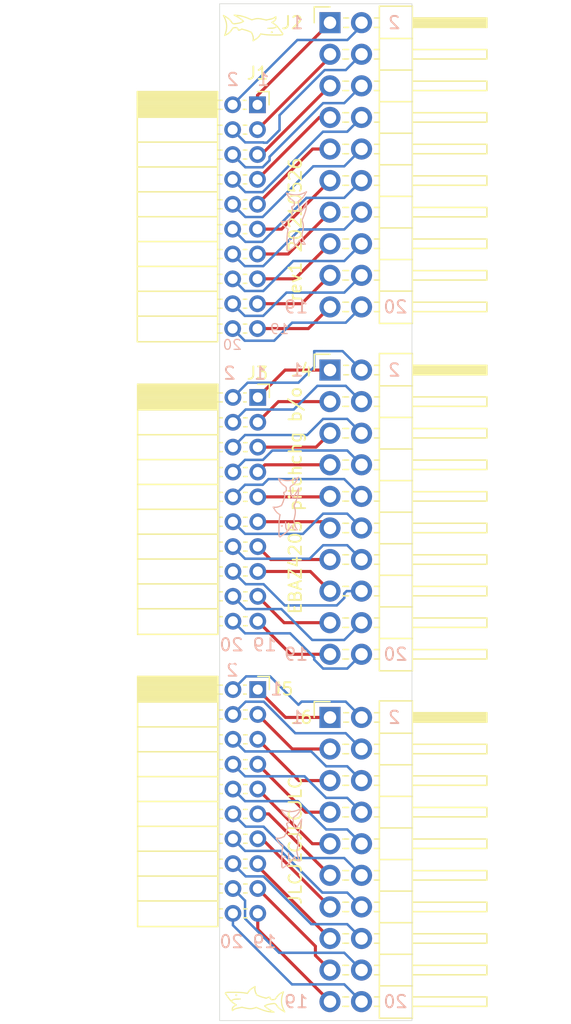
<source format=kicad_pcb>
(kicad_pcb (version 20171130) (host pcbnew 5.1.10)

  (general
    (thickness 1.6)
    (drawings 396)
    (tracks 223)
    (zones 0)
    (modules 47)
    (nets 19)
  )

  (page A4)
  (layers
    (0 F.Cu signal)
    (31 B.Cu signal)
    (32 B.Adhes user hide)
    (33 F.Adhes user hide)
    (34 B.Paste user)
    (35 F.Paste user)
    (36 B.SilkS user)
    (37 F.SilkS user)
    (38 B.Mask user)
    (39 F.Mask user)
    (40 Dwgs.User user)
    (41 Cmts.User user)
    (42 Eco1.User user hide)
    (43 Eco2.User user hide)
    (44 Edge.Cuts user)
    (45 Margin user hide)
    (46 B.CrtYd user)
    (47 F.CrtYd user hide)
    (48 B.Fab user hide)
    (49 F.Fab user hide)
  )

  (setup
    (last_trace_width 0.2)
    (trace_clearance 0.2)
    (zone_clearance 0.508)
    (zone_45_only no)
    (trace_min 0.2)
    (via_size 0.8)
    (via_drill 0.4)
    (via_min_size 0.4)
    (via_min_drill 0.3)
    (uvia_size 0.3)
    (uvia_drill 0.1)
    (uvias_allowed no)
    (uvia_min_size 0.2)
    (uvia_min_drill 0.1)
    (edge_width 0.05)
    (segment_width 0.2)
    (pcb_text_width 0.3)
    (pcb_text_size 1.5 1.5)
    (mod_edge_width 0.12)
    (mod_text_size 1 1)
    (mod_text_width 0.15)
    (pad_size 1.524 1.524)
    (pad_drill 0.762)
    (pad_to_mask_clearance 0)
    (aux_axis_origin 0 0)
    (visible_elements FFFFFF7F)
    (pcbplotparams
      (layerselection 0x010fc_ffffffff)
      (usegerberextensions false)
      (usegerberattributes true)
      (usegerberadvancedattributes true)
      (creategerberjobfile true)
      (excludeedgelayer true)
      (linewidth 0.100000)
      (plotframeref false)
      (viasonmask true)
      (mode 1)
      (useauxorigin false)
      (hpglpennumber 1)
      (hpglpenspeed 20)
      (hpglpendiameter 15.000000)
      (psnegative false)
      (psa4output false)
      (plotreference true)
      (plotvalue true)
      (plotinvisibletext false)
      (padsonsilk false)
      (subtractmaskfromsilk false)
      (outputformat 1)
      (mirror false)
      (drillshape 0)
      (scaleselection 1)
      (outputdirectory "again/"))
  )

  (net 0 "")
  (net 1 GND)
  (net 2 +12V)
  (net 3 /D20)
  (net 4 /D19)
  (net 5 /D18)
  (net 6 /D17)
  (net 7 /D16)
  (net 8 /D15)
  (net 9 /D14)
  (net 10 /D13)
  (net 11 /D12)
  (net 12 /D11)
  (net 13 /D10)
  (net 14 /D9)
  (net 15 /D8)
  (net 16 /D7)
  (net 17 /D6)
  (net 18 /D5)

  (net_class Default "This is the default net class."
    (clearance 0.2)
    (trace_width 0.2)
    (via_dia 0.8)
    (via_drill 0.4)
    (uvia_dia 0.3)
    (uvia_drill 0.1)
    (add_net +12V)
    (add_net /D10)
    (add_net /D11)
    (add_net /D12)
    (add_net /D13)
    (add_net /D14)
    (add_net /D15)
    (add_net /D16)
    (add_net /D17)
    (add_net /D18)
    (add_net /D19)
    (add_net /D20)
    (add_net /D5)
    (add_net /D6)
    (add_net /D7)
    (add_net /D8)
    (add_net /D9)
    (add_net GND)
  )

  (module ebaz_200to254:Hole_0.5mm (layer F.Cu) (tedit 60AE6E57) (tstamp 60AF44CB)
    (at 167.132 113.284)
    (descr "Mounting Hole 2.1mm, no annular")
    (tags "mounting hole 2.1mm no annular")
    (attr virtual)
    (fp_text reference REF** (at 0 0) (layer F.Fab)
      (effects (font (size 0.5 0.5) (thickness 0.05)))
    )
    (fp_text value Hole_0.5mm (at 0 1.27) (layer F.Fab)
      (effects (font (size 0.5 0.5) (thickness 0.05)))
    )
    (fp_circle (center 0 0) (end 0.55 0) (layer Cmts.User) (width 0.15))
    (fp_circle (center 0 0) (end 0.7 0) (layer F.CrtYd) (width 0.05))
    (pad "" np_thru_hole circle (at 0 0) (size 0.5 0.5) (drill 0.5) (layers *.Cu *.Mask))
  )

  (module ebaz_200to254:Hole_0.5mm (layer F.Cu) (tedit 60AE6E57) (tstamp 60AF44CB)
    (at 168.148 113.284)
    (descr "Mounting Hole 2.1mm, no annular")
    (tags "mounting hole 2.1mm no annular")
    (attr virtual)
    (fp_text reference REF** (at 0 0) (layer F.Fab)
      (effects (font (size 0.5 0.5) (thickness 0.05)))
    )
    (fp_text value Hole_0.5mm (at 0 1.27) (layer F.Fab)
      (effects (font (size 0.5 0.5) (thickness 0.05)))
    )
    (fp_circle (center 0 0) (end 0.55 0) (layer Cmts.User) (width 0.15))
    (fp_circle (center 0 0) (end 0.7 0) (layer F.CrtYd) (width 0.05))
    (pad "" np_thru_hole circle (at 0 0) (size 0.5 0.5) (drill 0.5) (layers *.Cu *.Mask))
  )

  (module ebaz_200to254:Hole_0.5mm (layer F.Cu) (tedit 60AE6E57) (tstamp 60AF44CB)
    (at 167.64 113.284)
    (descr "Mounting Hole 2.1mm, no annular")
    (tags "mounting hole 2.1mm no annular")
    (attr virtual)
    (fp_text reference REF** (at 0 0) (layer F.Fab)
      (effects (font (size 0.5 0.5) (thickness 0.05)))
    )
    (fp_text value Hole_0.5mm (at 0 1.27) (layer F.Fab)
      (effects (font (size 0.5 0.5) (thickness 0.05)))
    )
    (fp_circle (center 0 0) (end 0.55 0) (layer Cmts.User) (width 0.15))
    (fp_circle (center 0 0) (end 0.7 0) (layer F.CrtYd) (width 0.05))
    (pad "" np_thru_hole circle (at 0 0) (size 0.5 0.5) (drill 0.5) (layers *.Cu *.Mask))
  )

  (module ebaz_200to254:Hole_0.5mm (layer F.Cu) (tedit 60AE6E57) (tstamp 60AF44CB)
    (at 171.958 114.046)
    (descr "Mounting Hole 2.1mm, no annular")
    (tags "mounting hole 2.1mm no annular")
    (attr virtual)
    (fp_text reference REF** (at 0 0) (layer F.Fab)
      (effects (font (size 0.5 0.5) (thickness 0.05)))
    )
    (fp_text value Hole_0.5mm (at 0 1.27) (layer F.Fab)
      (effects (font (size 0.5 0.5) (thickness 0.05)))
    )
    (fp_circle (center 0 0) (end 0.55 0) (layer Cmts.User) (width 0.15))
    (fp_circle (center 0 0) (end 0.7 0) (layer F.CrtYd) (width 0.05))
    (pad "" np_thru_hole circle (at 0 0) (size 0.5 0.5) (drill 0.5) (layers *.Cu *.Mask))
  )

  (module ebaz_200to254:Hole_0.5mm (layer F.Cu) (tedit 60AE6E57) (tstamp 60AF44CB)
    (at 172.466 114.3)
    (descr "Mounting Hole 2.1mm, no annular")
    (tags "mounting hole 2.1mm no annular")
    (attr virtual)
    (fp_text reference REF** (at 0 0) (layer F.Fab)
      (effects (font (size 0.5 0.5) (thickness 0.05)))
    )
    (fp_text value Hole_0.5mm (at 0 1.27) (layer F.Fab)
      (effects (font (size 0.5 0.5) (thickness 0.05)))
    )
    (fp_circle (center 0 0) (end 0.55 0) (layer Cmts.User) (width 0.15))
    (fp_circle (center 0 0) (end 0.7 0) (layer F.CrtYd) (width 0.05))
    (pad "" np_thru_hole circle (at 0 0) (size 0.5 0.5) (drill 0.5) (layers *.Cu *.Mask))
  )

  (module ebaz_200to254:Hole_0.5mm (layer F.Cu) (tedit 60AE6E57) (tstamp 60AF44CB)
    (at 172.974 114.3)
    (descr "Mounting Hole 2.1mm, no annular")
    (tags "mounting hole 2.1mm no annular")
    (attr virtual)
    (fp_text reference REF** (at 0 0) (layer F.Fab)
      (effects (font (size 0.5 0.5) (thickness 0.05)))
    )
    (fp_text value Hole_0.5mm (at 0 1.27) (layer F.Fab)
      (effects (font (size 0.5 0.5) (thickness 0.05)))
    )
    (fp_circle (center 0 0) (end 0.55 0) (layer Cmts.User) (width 0.15))
    (fp_circle (center 0 0) (end 0.7 0) (layer F.CrtYd) (width 0.05))
    (pad "" np_thru_hole circle (at 0 0) (size 0.5 0.5) (drill 0.5) (layers *.Cu *.Mask))
  )

  (module ebaz_200to254:Hole_0.5mm (layer F.Cu) (tedit 60AE6E57) (tstamp 60AF44CB)
    (at 173.482 114.3)
    (descr "Mounting Hole 2.1mm, no annular")
    (tags "mounting hole 2.1mm no annular")
    (attr virtual)
    (fp_text reference REF** (at 0 0) (layer F.Fab)
      (effects (font (size 0.5 0.5) (thickness 0.05)))
    )
    (fp_text value Hole_0.5mm (at 0 1.27) (layer F.Fab)
      (effects (font (size 0.5 0.5) (thickness 0.05)))
    )
    (fp_circle (center 0 0) (end 0.55 0) (layer Cmts.User) (width 0.15))
    (fp_circle (center 0 0) (end 0.7 0) (layer F.CrtYd) (width 0.05))
    (pad "" np_thru_hole circle (at 0 0) (size 0.5 0.5) (drill 0.5) (layers *.Cu *.Mask))
  )

  (module ebaz_200to254:Hole_0.5mm (layer F.Cu) (tedit 60AE6E57) (tstamp 60AF44CB)
    (at 173.99 114.554)
    (descr "Mounting Hole 2.1mm, no annular")
    (tags "mounting hole 2.1mm no annular")
    (attr virtual)
    (fp_text reference REF** (at 0 0) (layer F.Fab)
      (effects (font (size 0.5 0.5) (thickness 0.05)))
    )
    (fp_text value Hole_0.5mm (at 0 1.27) (layer F.Fab)
      (effects (font (size 0.5 0.5) (thickness 0.05)))
    )
    (fp_circle (center 0 0) (end 0.55 0) (layer Cmts.User) (width 0.15))
    (fp_circle (center 0 0) (end 0.7 0) (layer F.CrtYd) (width 0.05))
    (pad "" np_thru_hole circle (at 0 0) (size 0.5 0.5) (drill 0.5) (layers *.Cu *.Mask))
  )

  (module ebaz_200to254:Hole_0.5mm (layer F.Cu) (tedit 60AE6E57) (tstamp 60AF44CB)
    (at 174.498 114.554)
    (descr "Mounting Hole 2.1mm, no annular")
    (tags "mounting hole 2.1mm no annular")
    (attr virtual)
    (fp_text reference REF** (at 0 0) (layer F.Fab)
      (effects (font (size 0.5 0.5) (thickness 0.05)))
    )
    (fp_text value Hole_0.5mm (at 0 1.27) (layer F.Fab)
      (effects (font (size 0.5 0.5) (thickness 0.05)))
    )
    (fp_circle (center 0 0) (end 0.55 0) (layer Cmts.User) (width 0.15))
    (fp_circle (center 0 0) (end 0.7 0) (layer F.CrtYd) (width 0.05))
    (pad "" np_thru_hole circle (at 0 0) (size 0.5 0.5) (drill 0.5) (layers *.Cu *.Mask))
  )

  (module ebaz_200to254:Hole_0.5mm (layer F.Cu) (tedit 60AE6E57) (tstamp 60AF44CB)
    (at 175.006 114.554)
    (descr "Mounting Hole 2.1mm, no annular")
    (tags "mounting hole 2.1mm no annular")
    (attr virtual)
    (fp_text reference REF** (at 0 0) (layer F.Fab)
      (effects (font (size 0.5 0.5) (thickness 0.05)))
    )
    (fp_text value Hole_0.5mm (at 0 1.27) (layer F.Fab)
      (effects (font (size 0.5 0.5) (thickness 0.05)))
    )
    (fp_circle (center 0 0) (end 0.55 0) (layer Cmts.User) (width 0.15))
    (fp_circle (center 0 0) (end 0.7 0) (layer F.CrtYd) (width 0.05))
    (pad "" np_thru_hole circle (at 0 0) (size 0.5 0.5) (drill 0.5) (layers *.Cu *.Mask))
  )

  (module ebaz_200to254:Hole_0.5mm (layer F.Cu) (tedit 60AE6E57) (tstamp 60AF44CB)
    (at 175.514 114.808)
    (descr "Mounting Hole 2.1mm, no annular")
    (tags "mounting hole 2.1mm no annular")
    (attr virtual)
    (fp_text reference REF** (at 0 0) (layer F.Fab)
      (effects (font (size 0.5 0.5) (thickness 0.05)))
    )
    (fp_text value Hole_0.5mm (at 0 1.27) (layer F.Fab)
      (effects (font (size 0.5 0.5) (thickness 0.05)))
    )
    (fp_circle (center 0 0) (end 0.55 0) (layer Cmts.User) (width 0.15))
    (fp_circle (center 0 0) (end 0.7 0) (layer F.CrtYd) (width 0.05))
    (pad "" np_thru_hole circle (at 0 0) (size 0.5 0.5) (drill 0.5) (layers *.Cu *.Mask))
  )

  (module ebaz_200to254:Hole_0.5mm (layer F.Cu) (tedit 60AE6E57) (tstamp 60AF44CB)
    (at 171.45 114.046)
    (descr "Mounting Hole 2.1mm, no annular")
    (tags "mounting hole 2.1mm no annular")
    (attr virtual)
    (fp_text reference REF** (at 0 0) (layer F.Fab)
      (effects (font (size 0.5 0.5) (thickness 0.05)))
    )
    (fp_text value Hole_0.5mm (at 0 1.27) (layer F.Fab)
      (effects (font (size 0.5 0.5) (thickness 0.05)))
    )
    (fp_circle (center 0 0) (end 0.55 0) (layer Cmts.User) (width 0.15))
    (fp_circle (center 0 0) (end 0.7 0) (layer F.CrtYd) (width 0.05))
    (pad "" np_thru_hole circle (at 0 0) (size 0.5 0.5) (drill 0.5) (layers *.Cu *.Mask))
  )

  (module ebaz_200to254:Hole_0.5mm (layer F.Cu) (tedit 60AE6E57) (tstamp 60AF44CB)
    (at 165.1 112.776)
    (descr "Mounting Hole 2.1mm, no annular")
    (tags "mounting hole 2.1mm no annular")
    (attr virtual)
    (fp_text reference REF** (at 0 0) (layer F.Fab)
      (effects (font (size 0.5 0.5) (thickness 0.05)))
    )
    (fp_text value Hole_0.5mm (at 0 1.27) (layer F.Fab)
      (effects (font (size 0.5 0.5) (thickness 0.05)))
    )
    (fp_circle (center 0 0) (end 0.55 0) (layer Cmts.User) (width 0.15))
    (fp_circle (center 0 0) (end 0.7 0) (layer F.CrtYd) (width 0.05))
    (pad "" np_thru_hole circle (at 0 0) (size 0.5 0.5) (drill 0.5) (layers *.Cu *.Mask))
  )

  (module ebaz_200to254:Hole_0.5mm (layer F.Cu) (tedit 60AE6E57) (tstamp 60AF44CB)
    (at 164.084 112.776)
    (descr "Mounting Hole 2.1mm, no annular")
    (tags "mounting hole 2.1mm no annular")
    (attr virtual)
    (fp_text reference REF** (at 0 0) (layer F.Fab)
      (effects (font (size 0.5 0.5) (thickness 0.05)))
    )
    (fp_text value Hole_0.5mm (at 0 1.27) (layer F.Fab)
      (effects (font (size 0.5 0.5) (thickness 0.05)))
    )
    (fp_circle (center 0 0) (end 0.55 0) (layer Cmts.User) (width 0.15))
    (fp_circle (center 0 0) (end 0.7 0) (layer F.CrtYd) (width 0.05))
    (pad "" np_thru_hole circle (at 0 0) (size 0.5 0.5) (drill 0.5) (layers *.Cu *.Mask))
  )

  (module ebaz_200to254:Hole_0.5mm (layer F.Cu) (tedit 60AE6E57) (tstamp 60AF44CB)
    (at 163.576 112.522)
    (descr "Mounting Hole 2.1mm, no annular")
    (tags "mounting hole 2.1mm no annular")
    (attr virtual)
    (fp_text reference REF** (at 0 0) (layer F.Fab)
      (effects (font (size 0.5 0.5) (thickness 0.05)))
    )
    (fp_text value Hole_0.5mm (at 0 1.27) (layer F.Fab)
      (effects (font (size 0.5 0.5) (thickness 0.05)))
    )
    (fp_circle (center 0 0) (end 0.55 0) (layer Cmts.User) (width 0.15))
    (fp_circle (center 0 0) (end 0.7 0) (layer F.CrtYd) (width 0.05))
    (pad "" np_thru_hole circle (at 0 0) (size 0.5 0.5) (drill 0.5) (layers *.Cu *.Mask))
  )

  (module ebaz_200to254:Hole_0.5mm (layer F.Cu) (tedit 60AE6E57) (tstamp 60AF44CB)
    (at 163.068 112.522)
    (descr "Mounting Hole 2.1mm, no annular")
    (tags "mounting hole 2.1mm no annular")
    (attr virtual)
    (fp_text reference REF** (at 0 0) (layer F.Fab)
      (effects (font (size 0.5 0.5) (thickness 0.05)))
    )
    (fp_text value Hole_0.5mm (at 0 1.27) (layer F.Fab)
      (effects (font (size 0.5 0.5) (thickness 0.05)))
    )
    (fp_circle (center 0 0) (end 0.55 0) (layer Cmts.User) (width 0.15))
    (fp_circle (center 0 0) (end 0.7 0) (layer F.CrtYd) (width 0.05))
    (pad "" np_thru_hole circle (at 0 0) (size 0.5 0.5) (drill 0.5) (layers *.Cu *.Mask))
  )

  (module ebaz_200to254:Hole_0.5mm (layer F.Cu) (tedit 60AE6E57) (tstamp 60AF44CB)
    (at 162.56 112.268)
    (descr "Mounting Hole 2.1mm, no annular")
    (tags "mounting hole 2.1mm no annular")
    (attr virtual)
    (fp_text reference REF** (at 0 0) (layer F.Fab)
      (effects (font (size 0.5 0.5) (thickness 0.05)))
    )
    (fp_text value Hole_0.5mm (at 0 1.27) (layer F.Fab)
      (effects (font (size 0.5 0.5) (thickness 0.05)))
    )
    (fp_circle (center 0 0) (end 0.55 0) (layer Cmts.User) (width 0.15))
    (fp_circle (center 0 0) (end 0.7 0) (layer F.CrtYd) (width 0.05))
    (pad "" np_thru_hole circle (at 0 0) (size 0.5 0.5) (drill 0.5) (layers *.Cu *.Mask))
  )

  (module ebaz_200to254:Hole_0.5mm (layer F.Cu) (tedit 60AE6E57) (tstamp 60AF44CB)
    (at 162.052 112.268)
    (descr "Mounting Hole 2.1mm, no annular")
    (tags "mounting hole 2.1mm no annular")
    (attr virtual)
    (fp_text reference REF** (at 0 0) (layer F.Fab)
      (effects (font (size 0.5 0.5) (thickness 0.05)))
    )
    (fp_text value Hole_0.5mm (at 0 1.27) (layer F.Fab)
      (effects (font (size 0.5 0.5) (thickness 0.05)))
    )
    (fp_circle (center 0 0) (end 0.55 0) (layer Cmts.User) (width 0.15))
    (fp_circle (center 0 0) (end 0.7 0) (layer F.CrtYd) (width 0.05))
    (pad "" np_thru_hole circle (at 0 0) (size 0.5 0.5) (drill 0.5) (layers *.Cu *.Mask))
  )

  (module ebaz_200to254:Hole_0.5mm (layer F.Cu) (tedit 60AE6E57) (tstamp 60AF44CB)
    (at 161.544 112.268)
    (descr "Mounting Hole 2.1mm, no annular")
    (tags "mounting hole 2.1mm no annular")
    (attr virtual)
    (fp_text reference REF** (at 0 0) (layer F.Fab)
      (effects (font (size 0.5 0.5) (thickness 0.05)))
    )
    (fp_text value Hole_0.5mm (at 0 1.27) (layer F.Fab)
      (effects (font (size 0.5 0.5) (thickness 0.05)))
    )
    (fp_circle (center 0 0) (end 0.55 0) (layer Cmts.User) (width 0.15))
    (fp_circle (center 0 0) (end 0.7 0) (layer F.CrtYd) (width 0.05))
    (pad "" np_thru_hole circle (at 0 0) (size 0.5 0.5) (drill 0.5) (layers *.Cu *.Mask))
  )

  (module ebaz_200to254:Hole_0.5mm (layer F.Cu) (tedit 60AE6E57) (tstamp 60AF44CB)
    (at 161.036 112.014)
    (descr "Mounting Hole 2.1mm, no annular")
    (tags "mounting hole 2.1mm no annular")
    (attr virtual)
    (fp_text reference REF** (at 0 0) (layer F.Fab)
      (effects (font (size 0.5 0.5) (thickness 0.05)))
    )
    (fp_text value Hole_0.5mm (at 0 1.27) (layer F.Fab)
      (effects (font (size 0.5 0.5) (thickness 0.05)))
    )
    (fp_circle (center 0 0) (end 0.55 0) (layer Cmts.User) (width 0.15))
    (fp_circle (center 0 0) (end 0.7 0) (layer F.CrtYd) (width 0.05))
    (pad "" np_thru_hole circle (at 0 0) (size 0.5 0.5) (drill 0.5) (layers *.Cu *.Mask))
  )

  (module ebaz_200to254:Hole_0.5mm (layer F.Cu) (tedit 60AE6E57) (tstamp 60AF44CB)
    (at 164.592 112.776)
    (descr "Mounting Hole 2.1mm, no annular")
    (tags "mounting hole 2.1mm no annular")
    (attr virtual)
    (fp_text reference REF** (at 0 0) (layer F.Fab)
      (effects (font (size 0.5 0.5) (thickness 0.05)))
    )
    (fp_text value Hole_0.5mm (at 0 1.27) (layer F.Fab)
      (effects (font (size 0.5 0.5) (thickness 0.05)))
    )
    (fp_circle (center 0 0) (end 0.55 0) (layer Cmts.User) (width 0.15))
    (fp_circle (center 0 0) (end 0.7 0) (layer F.CrtYd) (width 0.05))
    (pad "" np_thru_hole circle (at 0 0) (size 0.5 0.5) (drill 0.5) (layers *.Cu *.Mask))
  )

  (module ebaz_200to254:Hole_0.5mm (layer F.Cu) (tedit 60AE6E57) (tstamp 60AF3E2B)
    (at 168.656 86.868)
    (descr "Mounting Hole 2.1mm, no annular")
    (tags "mounting hole 2.1mm no annular")
    (attr virtual)
    (fp_text reference REF** (at 0 0) (layer F.Fab)
      (effects (font (size 0.5 0.5) (thickness 0.05)))
    )
    (fp_text value Hole_0.5mm (at 0 1.27) (layer F.Fab)
      (effects (font (size 0.5 0.5) (thickness 0.05)))
    )
    (fp_circle (center 0 0) (end 0.55 0) (layer Cmts.User) (width 0.15))
    (fp_circle (center 0 0) (end 0.7 0) (layer F.CrtYd) (width 0.05))
    (pad "" np_thru_hole circle (at 0 0) (size 0.5 0.5) (drill 0.5) (layers *.Cu *.Mask))
  )

  (module ebaz_200to254:Hole_0.5mm (layer F.Cu) (tedit 60AE6E57) (tstamp 60AF3E2B)
    (at 168.148 86.868)
    (descr "Mounting Hole 2.1mm, no annular")
    (tags "mounting hole 2.1mm no annular")
    (attr virtual)
    (fp_text reference REF** (at 0 0) (layer F.Fab)
      (effects (font (size 0.5 0.5) (thickness 0.05)))
    )
    (fp_text value Hole_0.5mm (at 0 1.27) (layer F.Fab)
      (effects (font (size 0.5 0.5) (thickness 0.05)))
    )
    (fp_circle (center 0 0) (end 0.55 0) (layer Cmts.User) (width 0.15))
    (fp_circle (center 0 0) (end 0.7 0) (layer F.CrtYd) (width 0.05))
    (pad "" np_thru_hole circle (at 0 0) (size 0.5 0.5) (drill 0.5) (layers *.Cu *.Mask))
  )

  (module ebaz_200to254:Hole_0.5mm (layer F.Cu) (tedit 60AE6E57) (tstamp 60AF3E2B)
    (at 167.64 86.868)
    (descr "Mounting Hole 2.1mm, no annular")
    (tags "mounting hole 2.1mm no annular")
    (attr virtual)
    (fp_text reference REF** (at 0 0) (layer F.Fab)
      (effects (font (size 0.5 0.5) (thickness 0.05)))
    )
    (fp_text value Hole_0.5mm (at 0 1.27) (layer F.Fab)
      (effects (font (size 0.5 0.5) (thickness 0.05)))
    )
    (fp_circle (center 0 0) (end 0.55 0) (layer Cmts.User) (width 0.15))
    (fp_circle (center 0 0) (end 0.7 0) (layer F.CrtYd) (width 0.05))
    (pad "" np_thru_hole circle (at 0 0) (size 0.5 0.5) (drill 0.5) (layers *.Cu *.Mask))
  )

  (module ebaz_200to254:Hole_0.5mm (layer F.Cu) (tedit 60AE6E57) (tstamp 60AF31AA)
    (at 164.592 87.376)
    (descr "Mounting Hole 2.1mm, no annular")
    (tags "mounting hole 2.1mm no annular")
    (attr virtual)
    (fp_text reference REF** (at 0 0) (layer F.Fab)
      (effects (font (size 0.5 0.5) (thickness 0.05)))
    )
    (fp_text value Hole_0.5mm (at 0 1.27) (layer F.Fab)
      (effects (font (size 0.5 0.5) (thickness 0.05)))
    )
    (fp_circle (center 0 0) (end 0.55 0) (layer Cmts.User) (width 0.15))
    (fp_circle (center 0 0) (end 0.7 0) (layer F.CrtYd) (width 0.05))
    (pad "" np_thru_hole circle (at 0 0) (size 0.5 0.5) (drill 0.5) (layers *.Cu *.Mask))
  )

  (module ebaz_200to254:Hole_0.5mm (layer F.Cu) (tedit 60AE6E57) (tstamp 60AF31AA)
    (at 164.084 87.376)
    (descr "Mounting Hole 2.1mm, no annular")
    (tags "mounting hole 2.1mm no annular")
    (attr virtual)
    (fp_text reference REF** (at 0 0) (layer F.Fab)
      (effects (font (size 0.5 0.5) (thickness 0.05)))
    )
    (fp_text value Hole_0.5mm (at 0 1.27) (layer F.Fab)
      (effects (font (size 0.5 0.5) (thickness 0.05)))
    )
    (fp_circle (center 0 0) (end 0.55 0) (layer Cmts.User) (width 0.15))
    (fp_circle (center 0 0) (end 0.7 0) (layer F.CrtYd) (width 0.05))
    (pad "" np_thru_hole circle (at 0 0) (size 0.5 0.5) (drill 0.5) (layers *.Cu *.Mask))
  )

  (module ebaz_200to254:Hole_0.5mm (layer F.Cu) (tedit 60AE6E57) (tstamp 60AF31AA)
    (at 163.576 87.63)
    (descr "Mounting Hole 2.1mm, no annular")
    (tags "mounting hole 2.1mm no annular")
    (attr virtual)
    (fp_text reference REF** (at 0 0) (layer F.Fab)
      (effects (font (size 0.5 0.5) (thickness 0.05)))
    )
    (fp_text value Hole_0.5mm (at 0 1.27) (layer F.Fab)
      (effects (font (size 0.5 0.5) (thickness 0.05)))
    )
    (fp_circle (center 0 0) (end 0.55 0) (layer Cmts.User) (width 0.15))
    (fp_circle (center 0 0) (end 0.7 0) (layer F.CrtYd) (width 0.05))
    (pad "" np_thru_hole circle (at 0 0) (size 0.5 0.5) (drill 0.5) (layers *.Cu *.Mask))
  )

  (module ebaz_200to254:Hole_0.5mm (layer F.Cu) (tedit 60AE6E57) (tstamp 60AF31AA)
    (at 163.068 87.63)
    (descr "Mounting Hole 2.1mm, no annular")
    (tags "mounting hole 2.1mm no annular")
    (attr virtual)
    (fp_text reference REF** (at 0 0) (layer F.Fab)
      (effects (font (size 0.5 0.5) (thickness 0.05)))
    )
    (fp_text value Hole_0.5mm (at 0 1.27) (layer F.Fab)
      (effects (font (size 0.5 0.5) (thickness 0.05)))
    )
    (fp_circle (center 0 0) (end 0.55 0) (layer Cmts.User) (width 0.15))
    (fp_circle (center 0 0) (end 0.7 0) (layer F.CrtYd) (width 0.05))
    (pad "" np_thru_hole circle (at 0 0) (size 0.5 0.5) (drill 0.5) (layers *.Cu *.Mask))
  )

  (module ebaz_200to254:Hole_0.5mm (layer F.Cu) (tedit 60AE6E57) (tstamp 60AF31AA)
    (at 162.56 87.63)
    (descr "Mounting Hole 2.1mm, no annular")
    (tags "mounting hole 2.1mm no annular")
    (attr virtual)
    (fp_text reference REF** (at 0 0) (layer F.Fab)
      (effects (font (size 0.5 0.5) (thickness 0.05)))
    )
    (fp_text value Hole_0.5mm (at 0 1.27) (layer F.Fab)
      (effects (font (size 0.5 0.5) (thickness 0.05)))
    )
    (fp_circle (center 0 0) (end 0.55 0) (layer Cmts.User) (width 0.15))
    (fp_circle (center 0 0) (end 0.7 0) (layer F.CrtYd) (width 0.05))
    (pad "" np_thru_hole circle (at 0 0) (size 0.5 0.5) (drill 0.5) (layers *.Cu *.Mask))
  )

  (module ebaz_200to254:Hole_0.5mm (layer F.Cu) (tedit 60AE6E57) (tstamp 60AF31AA)
    (at 162.052 87.63)
    (descr "Mounting Hole 2.1mm, no annular")
    (tags "mounting hole 2.1mm no annular")
    (attr virtual)
    (fp_text reference REF** (at 0 0) (layer F.Fab)
      (effects (font (size 0.5 0.5) (thickness 0.05)))
    )
    (fp_text value Hole_0.5mm (at 0 1.27) (layer F.Fab)
      (effects (font (size 0.5 0.5) (thickness 0.05)))
    )
    (fp_circle (center 0 0) (end 0.55 0) (layer Cmts.User) (width 0.15))
    (fp_circle (center 0 0) (end 0.7 0) (layer F.CrtYd) (width 0.05))
    (pad "" np_thru_hole circle (at 0 0) (size 0.5 0.5) (drill 0.5) (layers *.Cu *.Mask))
  )

  (module ebaz_200to254:Hole_0.5mm (layer F.Cu) (tedit 60AE6E57) (tstamp 60AF31AA)
    (at 161.544 87.884)
    (descr "Mounting Hole 2.1mm, no annular")
    (tags "mounting hole 2.1mm no annular")
    (attr virtual)
    (fp_text reference REF** (at 0 0) (layer F.Fab)
      (effects (font (size 0.5 0.5) (thickness 0.05)))
    )
    (fp_text value Hole_0.5mm (at 0 1.27) (layer F.Fab)
      (effects (font (size 0.5 0.5) (thickness 0.05)))
    )
    (fp_circle (center 0 0) (end 0.55 0) (layer Cmts.User) (width 0.15))
    (fp_circle (center 0 0) (end 0.7 0) (layer F.CrtYd) (width 0.05))
    (pad "" np_thru_hole circle (at 0 0) (size 0.5 0.5) (drill 0.5) (layers *.Cu *.Mask))
  )

  (module ebaz_200to254:Hole_0.5mm (layer F.Cu) (tedit 60AE6E57) (tstamp 60AF31AA)
    (at 161.036 87.884)
    (descr "Mounting Hole 2.1mm, no annular")
    (tags "mounting hole 2.1mm no annular")
    (attr virtual)
    (fp_text reference REF** (at 0 0) (layer F.Fab)
      (effects (font (size 0.5 0.5) (thickness 0.05)))
    )
    (fp_text value Hole_0.5mm (at 0 1.27) (layer F.Fab)
      (effects (font (size 0.5 0.5) (thickness 0.05)))
    )
    (fp_circle (center 0 0) (end 0.55 0) (layer Cmts.User) (width 0.15))
    (fp_circle (center 0 0) (end 0.7 0) (layer F.CrtYd) (width 0.05))
    (pad "" np_thru_hole circle (at 0 0) (size 0.5 0.5) (drill 0.5) (layers *.Cu *.Mask))
  )

  (module ebaz_200to254:Hole_0.5mm (layer F.Cu) (tedit 60AE6E57) (tstamp 60AF31AA)
    (at 165.1 87.376)
    (descr "Mounting Hole 2.1mm, no annular")
    (tags "mounting hole 2.1mm no annular")
    (attr virtual)
    (fp_text reference REF** (at 0 0) (layer F.Fab)
      (effects (font (size 0.5 0.5) (thickness 0.05)))
    )
    (fp_text value Hole_0.5mm (at 0 1.27) (layer F.Fab)
      (effects (font (size 0.5 0.5) (thickness 0.05)))
    )
    (fp_circle (center 0 0) (end 0.55 0) (layer Cmts.User) (width 0.15))
    (fp_circle (center 0 0) (end 0.7 0) (layer F.CrtYd) (width 0.05))
    (pad "" np_thru_hole circle (at 0 0) (size 0.5 0.5) (drill 0.5) (layers *.Cu *.Mask))
  )

  (module ebaz_200to254:Hole_0.5mm (layer F.Cu) (tedit 60AE6E57) (tstamp 60AF37F5)
    (at 172.466 86.36)
    (descr "Mounting Hole 2.1mm, no annular")
    (tags "mounting hole 2.1mm no annular")
    (attr virtual)
    (fp_text reference REF** (at 0 0) (layer F.Fab)
      (effects (font (size 0.5 0.5) (thickness 0.05)))
    )
    (fp_text value Hole_0.5mm (at 0 1.27) (layer F.Fab)
      (effects (font (size 0.5 0.5) (thickness 0.05)))
    )
    (fp_circle (center 0 0) (end 0.55 0) (layer Cmts.User) (width 0.15))
    (fp_circle (center 0 0) (end 0.7 0) (layer F.CrtYd) (width 0.05))
    (pad "" np_thru_hole circle (at 0 0) (size 0.5 0.5) (drill 0.5) (layers *.Cu *.Mask))
  )

  (module ebaz_200to254:Hole_0.5mm (layer F.Cu) (tedit 60AE6E57) (tstamp 60AF31AA)
    (at 172.974 86.36)
    (descr "Mounting Hole 2.1mm, no annular")
    (tags "mounting hole 2.1mm no annular")
    (attr virtual)
    (fp_text reference REF** (at 0 0) (layer F.Fab)
      (effects (font (size 0.5 0.5) (thickness 0.05)))
    )
    (fp_text value Hole_0.5mm (at 0 1.27) (layer F.Fab)
      (effects (font (size 0.5 0.5) (thickness 0.05)))
    )
    (fp_circle (center 0 0) (end 0.55 0) (layer Cmts.User) (width 0.15))
    (fp_circle (center 0 0) (end 0.7 0) (layer F.CrtYd) (width 0.05))
    (pad "" np_thru_hole circle (at 0 0) (size 0.5 0.5) (drill 0.5) (layers *.Cu *.Mask))
  )

  (module ebaz_200to254:Hole_0.5mm (layer F.Cu) (tedit 60AE6E57) (tstamp 60AF31AA)
    (at 173.482 86.106)
    (descr "Mounting Hole 2.1mm, no annular")
    (tags "mounting hole 2.1mm no annular")
    (attr virtual)
    (fp_text reference REF** (at 0 0) (layer F.Fab)
      (effects (font (size 0.5 0.5) (thickness 0.05)))
    )
    (fp_text value Hole_0.5mm (at 0 1.27) (layer F.Fab)
      (effects (font (size 0.5 0.5) (thickness 0.05)))
    )
    (fp_circle (center 0 0) (end 0.55 0) (layer Cmts.User) (width 0.15))
    (fp_circle (center 0 0) (end 0.7 0) (layer F.CrtYd) (width 0.05))
    (pad "" np_thru_hole circle (at 0 0) (size 0.5 0.5) (drill 0.5) (layers *.Cu *.Mask))
  )

  (module ebaz_200to254:Hole_0.5mm (layer F.Cu) (tedit 60AE6E57) (tstamp 60AF31AA)
    (at 173.99 86.106)
    (descr "Mounting Hole 2.1mm, no annular")
    (tags "mounting hole 2.1mm no annular")
    (attr virtual)
    (fp_text reference REF** (at 0 0) (layer F.Fab)
      (effects (font (size 0.5 0.5) (thickness 0.05)))
    )
    (fp_text value Hole_0.5mm (at 0 1.27) (layer F.Fab)
      (effects (font (size 0.5 0.5) (thickness 0.05)))
    )
    (fp_circle (center 0 0) (end 0.55 0) (layer Cmts.User) (width 0.15))
    (fp_circle (center 0 0) (end 0.7 0) (layer F.CrtYd) (width 0.05))
    (pad "" np_thru_hole circle (at 0 0) (size 0.5 0.5) (drill 0.5) (layers *.Cu *.Mask))
  )

  (module ebaz_200to254:Hole_0.5mm (layer F.Cu) (tedit 60AE6E57) (tstamp 60AF31AA)
    (at 174.498 86.106)
    (descr "Mounting Hole 2.1mm, no annular")
    (tags "mounting hole 2.1mm no annular")
    (attr virtual)
    (fp_text reference REF** (at 0 0) (layer F.Fab)
      (effects (font (size 0.5 0.5) (thickness 0.05)))
    )
    (fp_text value Hole_0.5mm (at 0 1.27) (layer F.Fab)
      (effects (font (size 0.5 0.5) (thickness 0.05)))
    )
    (fp_circle (center 0 0) (end 0.55 0) (layer Cmts.User) (width 0.15))
    (fp_circle (center 0 0) (end 0.7 0) (layer F.CrtYd) (width 0.05))
    (pad "" np_thru_hole circle (at 0 0) (size 0.5 0.5) (drill 0.5) (layers *.Cu *.Mask))
  )

  (module ebaz_200to254:Hole_0.5mm (layer F.Cu) (tedit 60AE6E57) (tstamp 60AF31AA)
    (at 175.006 86.106)
    (descr "Mounting Hole 2.1mm, no annular")
    (tags "mounting hole 2.1mm no annular")
    (attr virtual)
    (fp_text reference REF** (at 0 0) (layer F.Fab)
      (effects (font (size 0.5 0.5) (thickness 0.05)))
    )
    (fp_text value Hole_0.5mm (at 0 1.27) (layer F.Fab)
      (effects (font (size 0.5 0.5) (thickness 0.05)))
    )
    (fp_circle (center 0 0) (end 0.55 0) (layer Cmts.User) (width 0.15))
    (fp_circle (center 0 0) (end 0.7 0) (layer F.CrtYd) (width 0.05))
    (pad "" np_thru_hole circle (at 0 0) (size 0.5 0.5) (drill 0.5) (layers *.Cu *.Mask))
  )

  (module ebaz_200to254:Hole_0.5mm (layer F.Cu) (tedit 60AE6E57) (tstamp 60AF31AA)
    (at 175.514 85.852)
    (descr "Mounting Hole 2.1mm, no annular")
    (tags "mounting hole 2.1mm no annular")
    (attr virtual)
    (fp_text reference REF** (at 0 0) (layer F.Fab)
      (effects (font (size 0.5 0.5) (thickness 0.05)))
    )
    (fp_text value Hole_0.5mm (at 0 1.27) (layer F.Fab)
      (effects (font (size 0.5 0.5) (thickness 0.05)))
    )
    (fp_circle (center 0 0) (end 0.55 0) (layer Cmts.User) (width 0.15))
    (fp_circle (center 0 0) (end 0.7 0) (layer F.CrtYd) (width 0.05))
    (pad "" np_thru_hole circle (at 0 0) (size 0.5 0.5) (drill 0.5) (layers *.Cu *.Mask))
  )

  (module ebaz_200to254:Hole_0.5mm (layer F.Cu) (tedit 60AE6E57) (tstamp 60AF3196)
    (at 171.958 86.36)
    (descr "Mounting Hole 2.1mm, no annular")
    (tags "mounting hole 2.1mm no annular")
    (attr virtual)
    (fp_text reference REF** (at 0 0) (layer F.Fab)
      (effects (font (size 0.5 0.5) (thickness 0.05)))
    )
    (fp_text value Hole_0.5mm (at 0 1.27) (layer F.Fab)
      (effects (font (size 0.5 0.5) (thickness 0.05)))
    )
    (fp_circle (center 0 0) (end 0.55 0) (layer Cmts.User) (width 0.15))
    (fp_circle (center 0 0) (end 0.7 0) (layer F.CrtYd) (width 0.05))
    (pad "" np_thru_hole circle (at 0 0) (size 0.5 0.5) (drill 0.5) (layers *.Cu *.Mask))
  )

  (module Connector_PinHeader_2.54mm:PinHeader_2x10_P2.54mm_Horizontal (layer F.Cu) (tedit 59FED5CB) (tstamp 60AE947D)
    (at 169.418 116.84)
    (descr "Through hole angled pin header, 2x10, 2.54mm pitch, 6mm pin length, double rows")
    (tags "Through hole angled pin header THT 2x10 2.54mm double row")
    (path /60AF7418)
    (fp_text reference J6 (at -2.286 0) (layer F.SilkS)
      (effects (font (size 1 1) (thickness 0.15)))
    )
    (fp_text value Conn_02x10_Odd_Even (at 5.655 25.13) (layer F.Fab)
      (effects (font (size 1 1) (thickness 0.15)))
    )
    (fp_line (start 13.1 -1.8) (end -1.8 -1.8) (layer F.CrtYd) (width 0.05))
    (fp_line (start 13.1 24.65) (end 13.1 -1.8) (layer F.CrtYd) (width 0.05))
    (fp_line (start -1.8 24.65) (end 13.1 24.65) (layer F.CrtYd) (width 0.05))
    (fp_line (start -1.8 -1.8) (end -1.8 24.65) (layer F.CrtYd) (width 0.05))
    (fp_line (start -1.27 -1.27) (end 0 -1.27) (layer F.SilkS) (width 0.12))
    (fp_line (start -1.27 0) (end -1.27 -1.27) (layer F.SilkS) (width 0.12))
    (fp_line (start 1.042929 23.24) (end 1.497071 23.24) (layer F.SilkS) (width 0.12))
    (fp_line (start 1.042929 22.48) (end 1.497071 22.48) (layer F.SilkS) (width 0.12))
    (fp_line (start 3.582929 23.24) (end 3.98 23.24) (layer F.SilkS) (width 0.12))
    (fp_line (start 3.582929 22.48) (end 3.98 22.48) (layer F.SilkS) (width 0.12))
    (fp_line (start 12.64 23.24) (end 6.64 23.24) (layer F.SilkS) (width 0.12))
    (fp_line (start 12.64 22.48) (end 12.64 23.24) (layer F.SilkS) (width 0.12))
    (fp_line (start 6.64 22.48) (end 12.64 22.48) (layer F.SilkS) (width 0.12))
    (fp_line (start 3.98 21.59) (end 6.64 21.59) (layer F.SilkS) (width 0.12))
    (fp_line (start 1.042929 20.7) (end 1.497071 20.7) (layer F.SilkS) (width 0.12))
    (fp_line (start 1.042929 19.94) (end 1.497071 19.94) (layer F.SilkS) (width 0.12))
    (fp_line (start 3.582929 20.7) (end 3.98 20.7) (layer F.SilkS) (width 0.12))
    (fp_line (start 3.582929 19.94) (end 3.98 19.94) (layer F.SilkS) (width 0.12))
    (fp_line (start 12.64 20.7) (end 6.64 20.7) (layer F.SilkS) (width 0.12))
    (fp_line (start 12.64 19.94) (end 12.64 20.7) (layer F.SilkS) (width 0.12))
    (fp_line (start 6.64 19.94) (end 12.64 19.94) (layer F.SilkS) (width 0.12))
    (fp_line (start 3.98 19.05) (end 6.64 19.05) (layer F.SilkS) (width 0.12))
    (fp_line (start 1.042929 18.16) (end 1.497071 18.16) (layer F.SilkS) (width 0.12))
    (fp_line (start 1.042929 17.4) (end 1.497071 17.4) (layer F.SilkS) (width 0.12))
    (fp_line (start 3.582929 18.16) (end 3.98 18.16) (layer F.SilkS) (width 0.12))
    (fp_line (start 3.582929 17.4) (end 3.98 17.4) (layer F.SilkS) (width 0.12))
    (fp_line (start 12.64 18.16) (end 6.64 18.16) (layer F.SilkS) (width 0.12))
    (fp_line (start 12.64 17.4) (end 12.64 18.16) (layer F.SilkS) (width 0.12))
    (fp_line (start 6.64 17.4) (end 12.64 17.4) (layer F.SilkS) (width 0.12))
    (fp_line (start 3.98 16.51) (end 6.64 16.51) (layer F.SilkS) (width 0.12))
    (fp_line (start 1.042929 15.62) (end 1.497071 15.62) (layer F.SilkS) (width 0.12))
    (fp_line (start 1.042929 14.86) (end 1.497071 14.86) (layer F.SilkS) (width 0.12))
    (fp_line (start 3.582929 15.62) (end 3.98 15.62) (layer F.SilkS) (width 0.12))
    (fp_line (start 3.582929 14.86) (end 3.98 14.86) (layer F.SilkS) (width 0.12))
    (fp_line (start 12.64 15.62) (end 6.64 15.62) (layer F.SilkS) (width 0.12))
    (fp_line (start 12.64 14.86) (end 12.64 15.62) (layer F.SilkS) (width 0.12))
    (fp_line (start 6.64 14.86) (end 12.64 14.86) (layer F.SilkS) (width 0.12))
    (fp_line (start 3.98 13.97) (end 6.64 13.97) (layer F.SilkS) (width 0.12))
    (fp_line (start 1.042929 13.08) (end 1.497071 13.08) (layer F.SilkS) (width 0.12))
    (fp_line (start 1.042929 12.32) (end 1.497071 12.32) (layer F.SilkS) (width 0.12))
    (fp_line (start 3.582929 13.08) (end 3.98 13.08) (layer F.SilkS) (width 0.12))
    (fp_line (start 3.582929 12.32) (end 3.98 12.32) (layer F.SilkS) (width 0.12))
    (fp_line (start 12.64 13.08) (end 6.64 13.08) (layer F.SilkS) (width 0.12))
    (fp_line (start 12.64 12.32) (end 12.64 13.08) (layer F.SilkS) (width 0.12))
    (fp_line (start 6.64 12.32) (end 12.64 12.32) (layer F.SilkS) (width 0.12))
    (fp_line (start 3.98 11.43) (end 6.64 11.43) (layer F.SilkS) (width 0.12))
    (fp_line (start 1.042929 10.54) (end 1.497071 10.54) (layer F.SilkS) (width 0.12))
    (fp_line (start 1.042929 9.78) (end 1.497071 9.78) (layer F.SilkS) (width 0.12))
    (fp_line (start 3.582929 10.54) (end 3.98 10.54) (layer F.SilkS) (width 0.12))
    (fp_line (start 3.582929 9.78) (end 3.98 9.78) (layer F.SilkS) (width 0.12))
    (fp_line (start 12.64 10.54) (end 6.64 10.54) (layer F.SilkS) (width 0.12))
    (fp_line (start 12.64 9.78) (end 12.64 10.54) (layer F.SilkS) (width 0.12))
    (fp_line (start 6.64 9.78) (end 12.64 9.78) (layer F.SilkS) (width 0.12))
    (fp_line (start 3.98 8.89) (end 6.64 8.89) (layer F.SilkS) (width 0.12))
    (fp_line (start 1.042929 8) (end 1.497071 8) (layer F.SilkS) (width 0.12))
    (fp_line (start 1.042929 7.24) (end 1.497071 7.24) (layer F.SilkS) (width 0.12))
    (fp_line (start 3.582929 8) (end 3.98 8) (layer F.SilkS) (width 0.12))
    (fp_line (start 3.582929 7.24) (end 3.98 7.24) (layer F.SilkS) (width 0.12))
    (fp_line (start 12.64 8) (end 6.64 8) (layer F.SilkS) (width 0.12))
    (fp_line (start 12.64 7.24) (end 12.64 8) (layer F.SilkS) (width 0.12))
    (fp_line (start 6.64 7.24) (end 12.64 7.24) (layer F.SilkS) (width 0.12))
    (fp_line (start 3.98 6.35) (end 6.64 6.35) (layer F.SilkS) (width 0.12))
    (fp_line (start 1.042929 5.46) (end 1.497071 5.46) (layer F.SilkS) (width 0.12))
    (fp_line (start 1.042929 4.7) (end 1.497071 4.7) (layer F.SilkS) (width 0.12))
    (fp_line (start 3.582929 5.46) (end 3.98 5.46) (layer F.SilkS) (width 0.12))
    (fp_line (start 3.582929 4.7) (end 3.98 4.7) (layer F.SilkS) (width 0.12))
    (fp_line (start 12.64 5.46) (end 6.64 5.46) (layer F.SilkS) (width 0.12))
    (fp_line (start 12.64 4.7) (end 12.64 5.46) (layer F.SilkS) (width 0.12))
    (fp_line (start 6.64 4.7) (end 12.64 4.7) (layer F.SilkS) (width 0.12))
    (fp_line (start 3.98 3.81) (end 6.64 3.81) (layer F.SilkS) (width 0.12))
    (fp_line (start 1.042929 2.92) (end 1.497071 2.92) (layer F.SilkS) (width 0.12))
    (fp_line (start 1.042929 2.16) (end 1.497071 2.16) (layer F.SilkS) (width 0.12))
    (fp_line (start 3.582929 2.92) (end 3.98 2.92) (layer F.SilkS) (width 0.12))
    (fp_line (start 3.582929 2.16) (end 3.98 2.16) (layer F.SilkS) (width 0.12))
    (fp_line (start 12.64 2.92) (end 6.64 2.92) (layer F.SilkS) (width 0.12))
    (fp_line (start 12.64 2.16) (end 12.64 2.92) (layer F.SilkS) (width 0.12))
    (fp_line (start 6.64 2.16) (end 12.64 2.16) (layer F.SilkS) (width 0.12))
    (fp_line (start 3.98 1.27) (end 6.64 1.27) (layer F.SilkS) (width 0.12))
    (fp_line (start 1.11 0.38) (end 1.497071 0.38) (layer F.SilkS) (width 0.12))
    (fp_line (start 1.11 -0.38) (end 1.497071 -0.38) (layer F.SilkS) (width 0.12))
    (fp_line (start 3.582929 0.38) (end 3.98 0.38) (layer F.SilkS) (width 0.12))
    (fp_line (start 3.582929 -0.38) (end 3.98 -0.38) (layer F.SilkS) (width 0.12))
    (fp_line (start 6.64 0.28) (end 12.64 0.28) (layer F.SilkS) (width 0.12))
    (fp_line (start 6.64 0.16) (end 12.64 0.16) (layer F.SilkS) (width 0.12))
    (fp_line (start 6.64 0.04) (end 12.64 0.04) (layer F.SilkS) (width 0.12))
    (fp_line (start 6.64 -0.08) (end 12.64 -0.08) (layer F.SilkS) (width 0.12))
    (fp_line (start 6.64 -0.2) (end 12.64 -0.2) (layer F.SilkS) (width 0.12))
    (fp_line (start 6.64 -0.32) (end 12.64 -0.32) (layer F.SilkS) (width 0.12))
    (fp_line (start 12.64 0.38) (end 6.64 0.38) (layer F.SilkS) (width 0.12))
    (fp_line (start 12.64 -0.38) (end 12.64 0.38) (layer F.SilkS) (width 0.12))
    (fp_line (start 6.64 -0.38) (end 12.64 -0.38) (layer F.SilkS) (width 0.12))
    (fp_line (start 6.64 -1.33) (end 3.98 -1.33) (layer F.SilkS) (width 0.12))
    (fp_line (start 6.64 24.19) (end 6.64 -1.33) (layer F.SilkS) (width 0.12))
    (fp_line (start 3.98 24.19) (end 6.64 24.19) (layer F.SilkS) (width 0.12))
    (fp_line (start 3.98 -1.33) (end 3.98 24.19) (layer F.SilkS) (width 0.12))
    (fp_line (start 6.58 23.18) (end 12.58 23.18) (layer F.Fab) (width 0.1))
    (fp_line (start 12.58 22.54) (end 12.58 23.18) (layer F.Fab) (width 0.1))
    (fp_line (start 6.58 22.54) (end 12.58 22.54) (layer F.Fab) (width 0.1))
    (fp_line (start -0.32 23.18) (end 4.04 23.18) (layer F.Fab) (width 0.1))
    (fp_line (start -0.32 22.54) (end -0.32 23.18) (layer F.Fab) (width 0.1))
    (fp_line (start -0.32 22.54) (end 4.04 22.54) (layer F.Fab) (width 0.1))
    (fp_line (start 6.58 20.64) (end 12.58 20.64) (layer F.Fab) (width 0.1))
    (fp_line (start 12.58 20) (end 12.58 20.64) (layer F.Fab) (width 0.1))
    (fp_line (start 6.58 20) (end 12.58 20) (layer F.Fab) (width 0.1))
    (fp_line (start -0.32 20.64) (end 4.04 20.64) (layer F.Fab) (width 0.1))
    (fp_line (start -0.32 20) (end -0.32 20.64) (layer F.Fab) (width 0.1))
    (fp_line (start -0.32 20) (end 4.04 20) (layer F.Fab) (width 0.1))
    (fp_line (start 6.58 18.1) (end 12.58 18.1) (layer F.Fab) (width 0.1))
    (fp_line (start 12.58 17.46) (end 12.58 18.1) (layer F.Fab) (width 0.1))
    (fp_line (start 6.58 17.46) (end 12.58 17.46) (layer F.Fab) (width 0.1))
    (fp_line (start -0.32 18.1) (end 4.04 18.1) (layer F.Fab) (width 0.1))
    (fp_line (start -0.32 17.46) (end -0.32 18.1) (layer F.Fab) (width 0.1))
    (fp_line (start -0.32 17.46) (end 4.04 17.46) (layer F.Fab) (width 0.1))
    (fp_line (start 6.58 15.56) (end 12.58 15.56) (layer F.Fab) (width 0.1))
    (fp_line (start 12.58 14.92) (end 12.58 15.56) (layer F.Fab) (width 0.1))
    (fp_line (start 6.58 14.92) (end 12.58 14.92) (layer F.Fab) (width 0.1))
    (fp_line (start -0.32 15.56) (end 4.04 15.56) (layer F.Fab) (width 0.1))
    (fp_line (start -0.32 14.92) (end -0.32 15.56) (layer F.Fab) (width 0.1))
    (fp_line (start -0.32 14.92) (end 4.04 14.92) (layer F.Fab) (width 0.1))
    (fp_line (start 6.58 13.02) (end 12.58 13.02) (layer F.Fab) (width 0.1))
    (fp_line (start 12.58 12.38) (end 12.58 13.02) (layer F.Fab) (width 0.1))
    (fp_line (start 6.58 12.38) (end 12.58 12.38) (layer F.Fab) (width 0.1))
    (fp_line (start -0.32 13.02) (end 4.04 13.02) (layer F.Fab) (width 0.1))
    (fp_line (start -0.32 12.38) (end -0.32 13.02) (layer F.Fab) (width 0.1))
    (fp_line (start -0.32 12.38) (end 4.04 12.38) (layer F.Fab) (width 0.1))
    (fp_line (start 6.58 10.48) (end 12.58 10.48) (layer F.Fab) (width 0.1))
    (fp_line (start 12.58 9.84) (end 12.58 10.48) (layer F.Fab) (width 0.1))
    (fp_line (start 6.58 9.84) (end 12.58 9.84) (layer F.Fab) (width 0.1))
    (fp_line (start -0.32 10.48) (end 4.04 10.48) (layer F.Fab) (width 0.1))
    (fp_line (start -0.32 9.84) (end -0.32 10.48) (layer F.Fab) (width 0.1))
    (fp_line (start -0.32 9.84) (end 4.04 9.84) (layer F.Fab) (width 0.1))
    (fp_line (start 6.58 7.94) (end 12.58 7.94) (layer F.Fab) (width 0.1))
    (fp_line (start 12.58 7.3) (end 12.58 7.94) (layer F.Fab) (width 0.1))
    (fp_line (start 6.58 7.3) (end 12.58 7.3) (layer F.Fab) (width 0.1))
    (fp_line (start -0.32 7.94) (end 4.04 7.94) (layer F.Fab) (width 0.1))
    (fp_line (start -0.32 7.3) (end -0.32 7.94) (layer F.Fab) (width 0.1))
    (fp_line (start -0.32 7.3) (end 4.04 7.3) (layer F.Fab) (width 0.1))
    (fp_line (start 6.58 5.4) (end 12.58 5.4) (layer F.Fab) (width 0.1))
    (fp_line (start 12.58 4.76) (end 12.58 5.4) (layer F.Fab) (width 0.1))
    (fp_line (start 6.58 4.76) (end 12.58 4.76) (layer F.Fab) (width 0.1))
    (fp_line (start -0.32 5.4) (end 4.04 5.4) (layer F.Fab) (width 0.1))
    (fp_line (start -0.32 4.76) (end -0.32 5.4) (layer F.Fab) (width 0.1))
    (fp_line (start -0.32 4.76) (end 4.04 4.76) (layer F.Fab) (width 0.1))
    (fp_line (start 6.58 2.86) (end 12.58 2.86) (layer F.Fab) (width 0.1))
    (fp_line (start 12.58 2.22) (end 12.58 2.86) (layer F.Fab) (width 0.1))
    (fp_line (start 6.58 2.22) (end 12.58 2.22) (layer F.Fab) (width 0.1))
    (fp_line (start -0.32 2.86) (end 4.04 2.86) (layer F.Fab) (width 0.1))
    (fp_line (start -0.32 2.22) (end -0.32 2.86) (layer F.Fab) (width 0.1))
    (fp_line (start -0.32 2.22) (end 4.04 2.22) (layer F.Fab) (width 0.1))
    (fp_line (start 6.58 0.32) (end 12.58 0.32) (layer F.Fab) (width 0.1))
    (fp_line (start 12.58 -0.32) (end 12.58 0.32) (layer F.Fab) (width 0.1))
    (fp_line (start 6.58 -0.32) (end 12.58 -0.32) (layer F.Fab) (width 0.1))
    (fp_line (start -0.32 0.32) (end 4.04 0.32) (layer F.Fab) (width 0.1))
    (fp_line (start -0.32 -0.32) (end -0.32 0.32) (layer F.Fab) (width 0.1))
    (fp_line (start -0.32 -0.32) (end 4.04 -0.32) (layer F.Fab) (width 0.1))
    (fp_line (start 4.04 -0.635) (end 4.675 -1.27) (layer F.Fab) (width 0.1))
    (fp_line (start 4.04 24.13) (end 4.04 -0.635) (layer F.Fab) (width 0.1))
    (fp_line (start 6.58 24.13) (end 4.04 24.13) (layer F.Fab) (width 0.1))
    (fp_line (start 6.58 -1.27) (end 6.58 24.13) (layer F.Fab) (width 0.1))
    (fp_line (start 4.675 -1.27) (end 6.58 -1.27) (layer F.Fab) (width 0.1))
    (fp_text user %R (at 5.31 11.43 90) (layer F.Fab)
      (effects (font (size 1 1) (thickness 0.15)))
    )
    (pad 20 thru_hole oval (at 2.54 22.86) (size 1.7 1.7) (drill 1) (layers *.Cu *.Mask)
      (net 3 /D20))
    (pad 19 thru_hole oval (at 0 22.86) (size 1.7 1.7) (drill 1) (layers *.Cu *.Mask)
      (net 4 /D19))
    (pad 18 thru_hole oval (at 2.54 20.32) (size 1.7 1.7) (drill 1) (layers *.Cu *.Mask)
      (net 5 /D18))
    (pad 17 thru_hole oval (at 0 20.32) (size 1.7 1.7) (drill 1) (layers *.Cu *.Mask)
      (net 6 /D17))
    (pad 16 thru_hole oval (at 2.54 17.78) (size 1.7 1.7) (drill 1) (layers *.Cu *.Mask)
      (net 7 /D16))
    (pad 15 thru_hole oval (at 0 17.78) (size 1.7 1.7) (drill 1) (layers *.Cu *.Mask)
      (net 8 /D15))
    (pad 14 thru_hole oval (at 2.54 15.24) (size 1.7 1.7) (drill 1) (layers *.Cu *.Mask)
      (net 9 /D14))
    (pad 13 thru_hole oval (at 0 15.24) (size 1.7 1.7) (drill 1) (layers *.Cu *.Mask)
      (net 10 /D13))
    (pad 12 thru_hole oval (at 2.54 12.7) (size 1.7 1.7) (drill 1) (layers *.Cu *.Mask)
      (net 11 /D12))
    (pad 11 thru_hole oval (at 0 12.7) (size 1.7 1.7) (drill 1) (layers *.Cu *.Mask)
      (net 12 /D11))
    (pad 10 thru_hole oval (at 2.54 10.16) (size 1.7 1.7) (drill 1) (layers *.Cu *.Mask)
      (net 13 /D10))
    (pad 9 thru_hole oval (at 0 10.16) (size 1.7 1.7) (drill 1) (layers *.Cu *.Mask)
      (net 14 /D9))
    (pad 8 thru_hole oval (at 2.54 7.62) (size 1.7 1.7) (drill 1) (layers *.Cu *.Mask)
      (net 15 /D8))
    (pad 7 thru_hole oval (at 0 7.62) (size 1.7 1.7) (drill 1) (layers *.Cu *.Mask)
      (net 16 /D7))
    (pad 6 thru_hole oval (at 2.54 5.08) (size 1.7 1.7) (drill 1) (layers *.Cu *.Mask)
      (net 17 /D6))
    (pad 5 thru_hole oval (at 0 5.08) (size 1.7 1.7) (drill 1) (layers *.Cu *.Mask)
      (net 18 /D5))
    (pad 4 thru_hole oval (at 2.54 2.54) (size 1.7 1.7) (drill 1) (layers *.Cu *.Mask)
      (net 1 GND))
    (pad 3 thru_hole oval (at 0 2.54) (size 1.7 1.7) (drill 1) (layers *.Cu *.Mask)
      (net 1 GND))
    (pad 2 thru_hole oval (at 2.54 0) (size 1.7 1.7) (drill 1) (layers *.Cu *.Mask)
      (net 2 +12V))
    (pad 1 thru_hole rect (at 0 0) (size 1.7 1.7) (drill 1) (layers *.Cu *.Mask)
      (net 2 +12V))
    (model ${KISYS3DMOD}/Connector_PinHeader_2.54mm.3dshapes/PinHeader_2x10_P2.54mm_Horizontal.wrl
      (at (xyz 0 0 0))
      (scale (xyz 1 1 1))
      (rotate (xyz 0 0 0))
    )
  )

  (module Connector_PinSocket_2.00mm:PinSocket_2x10_P2.00mm_Horizontal (layer F.Cu) (tedit 5A19A421) (tstamp 60AE93C4)
    (at 163.6 114.6)
    (descr "Through hole angled socket strip, 2x10, 2.00mm pitch, 6.35mm socket length, double cols (from Kicad 4.0.7), script generated")
    (tags "Through hole angled socket strip THT 2x10 2.00mm double row")
    (path /60AF7412)
    (fp_text reference J5 (at 2.008 -0.046) (layer F.SilkS)
      (effects (font (size 1 1) (thickness 0.15)))
    )
    (fp_text value Conn_02x10_Odd_Even (at -4.31 20.5) (layer F.Fab)
      (effects (font (size 1 1) (thickness 0.15)))
    )
    (fp_line (start 1.5 19.5) (end 1.5 -1.5) (layer F.CrtYd) (width 0.05))
    (fp_line (start -10.15 19.5) (end 1.5 19.5) (layer F.CrtYd) (width 0.05))
    (fp_line (start -10.15 -1.5) (end -10.15 19.5) (layer F.CrtYd) (width 0.05))
    (fp_line (start 1.5 -1.5) (end -10.15 -1.5) (layer F.CrtYd) (width 0.05))
    (fp_line (start 0 -1.06) (end 0.935 -1.06) (layer F.SilkS) (width 0.12))
    (fp_line (start 0.935 -1.06) (end 0.935 0) (layer F.SilkS) (width 0.12))
    (fp_line (start -9.68 -1.06) (end -9.68 19.06) (layer F.SilkS) (width 0.12))
    (fp_line (start -9.68 19.06) (end -3.21 19.06) (layer F.SilkS) (width 0.12))
    (fp_line (start -3.21 -1.06) (end -3.21 19.06) (layer F.SilkS) (width 0.12))
    (fp_line (start -9.68 -1.06) (end -3.21 -1.06) (layer F.SilkS) (width 0.12))
    (fp_line (start -9.68 17) (end -3.21 17) (layer F.SilkS) (width 0.12))
    (fp_line (start -9.68 15) (end -3.21 15) (layer F.SilkS) (width 0.12))
    (fp_line (start -9.68 13) (end -3.21 13) (layer F.SilkS) (width 0.12))
    (fp_line (start -9.68 11) (end -3.21 11) (layer F.SilkS) (width 0.12))
    (fp_line (start -9.68 9) (end -3.21 9) (layer F.SilkS) (width 0.12))
    (fp_line (start -9.68 7) (end -3.21 7) (layer F.SilkS) (width 0.12))
    (fp_line (start -9.68 5) (end -3.21 5) (layer F.SilkS) (width 0.12))
    (fp_line (start -9.68 3) (end -3.21 3) (layer F.SilkS) (width 0.12))
    (fp_line (start -9.68 1) (end -3.21 1) (layer F.SilkS) (width 0.12))
    (fp_line (start -1.137083 18.36) (end -0.862917 18.36) (layer F.SilkS) (width 0.12))
    (fp_line (start -3.21 18.36) (end -2.862917 18.36) (layer F.SilkS) (width 0.12))
    (fp_line (start -1.137083 17.64) (end -0.862917 17.64) (layer F.SilkS) (width 0.12))
    (fp_line (start -3.21 17.64) (end -2.862917 17.64) (layer F.SilkS) (width 0.12))
    (fp_line (start -1.137083 16.36) (end -0.862917 16.36) (layer F.SilkS) (width 0.12))
    (fp_line (start -3.21 16.36) (end -2.862917 16.36) (layer F.SilkS) (width 0.12))
    (fp_line (start -1.137083 15.64) (end -0.862917 15.64) (layer F.SilkS) (width 0.12))
    (fp_line (start -3.21 15.64) (end -2.862917 15.64) (layer F.SilkS) (width 0.12))
    (fp_line (start -1.137083 14.36) (end -0.862917 14.36) (layer F.SilkS) (width 0.12))
    (fp_line (start -3.21 14.36) (end -2.862917 14.36) (layer F.SilkS) (width 0.12))
    (fp_line (start -1.137083 13.64) (end -0.862917 13.64) (layer F.SilkS) (width 0.12))
    (fp_line (start -3.21 13.64) (end -2.862917 13.64) (layer F.SilkS) (width 0.12))
    (fp_line (start -1.137083 12.36) (end -0.862917 12.36) (layer F.SilkS) (width 0.12))
    (fp_line (start -3.21 12.36) (end -2.862917 12.36) (layer F.SilkS) (width 0.12))
    (fp_line (start -1.137083 11.64) (end -0.862917 11.64) (layer F.SilkS) (width 0.12))
    (fp_line (start -3.21 11.64) (end -2.862917 11.64) (layer F.SilkS) (width 0.12))
    (fp_line (start -1.137083 10.36) (end -0.862917 10.36) (layer F.SilkS) (width 0.12))
    (fp_line (start -3.21 10.36) (end -2.862917 10.36) (layer F.SilkS) (width 0.12))
    (fp_line (start -1.137083 9.64) (end -0.862917 9.64) (layer F.SilkS) (width 0.12))
    (fp_line (start -3.21 9.64) (end -2.862917 9.64) (layer F.SilkS) (width 0.12))
    (fp_line (start -1.137083 8.36) (end -0.862917 8.36) (layer F.SilkS) (width 0.12))
    (fp_line (start -3.21 8.36) (end -2.862917 8.36) (layer F.SilkS) (width 0.12))
    (fp_line (start -1.137083 7.64) (end -0.862917 7.64) (layer F.SilkS) (width 0.12))
    (fp_line (start -3.21 7.64) (end -2.862917 7.64) (layer F.SilkS) (width 0.12))
    (fp_line (start -1.137083 6.36) (end -0.862917 6.36) (layer F.SilkS) (width 0.12))
    (fp_line (start -3.21 6.36) (end -2.862917 6.36) (layer F.SilkS) (width 0.12))
    (fp_line (start -1.137083 5.64) (end -0.862917 5.64) (layer F.SilkS) (width 0.12))
    (fp_line (start -3.21 5.64) (end -2.862917 5.64) (layer F.SilkS) (width 0.12))
    (fp_line (start -1.137083 4.36) (end -0.862917 4.36) (layer F.SilkS) (width 0.12))
    (fp_line (start -3.21 4.36) (end -2.862917 4.36) (layer F.SilkS) (width 0.12))
    (fp_line (start -1.137083 3.64) (end -0.862917 3.64) (layer F.SilkS) (width 0.12))
    (fp_line (start -3.21 3.64) (end -2.862917 3.64) (layer F.SilkS) (width 0.12))
    (fp_line (start -1.137083 2.36) (end -0.862917 2.36) (layer F.SilkS) (width 0.12))
    (fp_line (start -3.21 2.36) (end -2.862917 2.36) (layer F.SilkS) (width 0.12))
    (fp_line (start -1.137083 1.64) (end -0.862917 1.64) (layer F.SilkS) (width 0.12))
    (fp_line (start -3.21 1.64) (end -2.862917 1.64) (layer F.SilkS) (width 0.12))
    (fp_line (start -1.137083 0.36) (end -0.935 0.36) (layer F.SilkS) (width 0.12))
    (fp_line (start -3.21 0.36) (end -2.862917 0.36) (layer F.SilkS) (width 0.12))
    (fp_line (start -1.137083 -0.36) (end -0.935 -0.36) (layer F.SilkS) (width 0.12))
    (fp_line (start -3.21 -0.36) (end -2.862917 -0.36) (layer F.SilkS) (width 0.12))
    (fp_line (start -9.68 0.885888) (end -3.21 0.885888) (layer F.SilkS) (width 0.12))
    (fp_line (start -9.68 0.77177) (end -3.21 0.77177) (layer F.SilkS) (width 0.12))
    (fp_line (start -9.68 0.657652) (end -3.21 0.657652) (layer F.SilkS) (width 0.12))
    (fp_line (start -9.68 0.543534) (end -3.21 0.543534) (layer F.SilkS) (width 0.12))
    (fp_line (start -9.68 0.429416) (end -3.21 0.429416) (layer F.SilkS) (width 0.12))
    (fp_line (start -9.68 0.315298) (end -3.21 0.315298) (layer F.SilkS) (width 0.12))
    (fp_line (start -9.68 0.20118) (end -3.21 0.20118) (layer F.SilkS) (width 0.12))
    (fp_line (start -9.68 0.087062) (end -3.21 0.087062) (layer F.SilkS) (width 0.12))
    (fp_line (start -9.68 -0.027056) (end -3.21 -0.027056) (layer F.SilkS) (width 0.12))
    (fp_line (start -9.68 -0.141174) (end -3.21 -0.141174) (layer F.SilkS) (width 0.12))
    (fp_line (start -9.68 -0.255292) (end -3.21 -0.255292) (layer F.SilkS) (width 0.12))
    (fp_line (start -9.68 -0.36941) (end -3.21 -0.36941) (layer F.SilkS) (width 0.12))
    (fp_line (start -9.68 -0.483528) (end -3.21 -0.483528) (layer F.SilkS) (width 0.12))
    (fp_line (start -9.68 -0.597646) (end -3.21 -0.597646) (layer F.SilkS) (width 0.12))
    (fp_line (start -9.68 -0.711764) (end -3.21 -0.711764) (layer F.SilkS) (width 0.12))
    (fp_line (start -9.68 -0.825882) (end -3.21 -0.825882) (layer F.SilkS) (width 0.12))
    (fp_line (start -9.68 -0.94) (end -3.21 -0.94) (layer F.SilkS) (width 0.12))
    (fp_line (start 0 18.3) (end 0 17.7) (layer F.Fab) (width 0.1))
    (fp_line (start -3.27 18.3) (end 0 18.3) (layer F.Fab) (width 0.1))
    (fp_line (start 0 17.7) (end -3.27 17.7) (layer F.Fab) (width 0.1))
    (fp_line (start 0 16.3) (end 0 15.7) (layer F.Fab) (width 0.1))
    (fp_line (start -3.27 16.3) (end 0 16.3) (layer F.Fab) (width 0.1))
    (fp_line (start 0 15.7) (end -3.27 15.7) (layer F.Fab) (width 0.1))
    (fp_line (start 0 14.3) (end 0 13.7) (layer F.Fab) (width 0.1))
    (fp_line (start -3.27 14.3) (end 0 14.3) (layer F.Fab) (width 0.1))
    (fp_line (start 0 13.7) (end -3.27 13.7) (layer F.Fab) (width 0.1))
    (fp_line (start 0 12.3) (end 0 11.7) (layer F.Fab) (width 0.1))
    (fp_line (start -3.27 12.3) (end 0 12.3) (layer F.Fab) (width 0.1))
    (fp_line (start 0 11.7) (end -3.27 11.7) (layer F.Fab) (width 0.1))
    (fp_line (start 0 10.3) (end 0 9.7) (layer F.Fab) (width 0.1))
    (fp_line (start -3.27 10.3) (end 0 10.3) (layer F.Fab) (width 0.1))
    (fp_line (start 0 9.7) (end -3.27 9.7) (layer F.Fab) (width 0.1))
    (fp_line (start 0 8.3) (end 0 7.7) (layer F.Fab) (width 0.1))
    (fp_line (start -3.27 8.3) (end 0 8.3) (layer F.Fab) (width 0.1))
    (fp_line (start 0 7.7) (end -3.27 7.7) (layer F.Fab) (width 0.1))
    (fp_line (start 0 6.3) (end 0 5.7) (layer F.Fab) (width 0.1))
    (fp_line (start -3.27 6.3) (end 0 6.3) (layer F.Fab) (width 0.1))
    (fp_line (start 0 5.7) (end -3.27 5.7) (layer F.Fab) (width 0.1))
    (fp_line (start 0 4.3) (end 0 3.7) (layer F.Fab) (width 0.1))
    (fp_line (start -3.27 4.3) (end 0 4.3) (layer F.Fab) (width 0.1))
    (fp_line (start 0 3.7) (end -3.27 3.7) (layer F.Fab) (width 0.1))
    (fp_line (start 0 2.3) (end 0 1.7) (layer F.Fab) (width 0.1))
    (fp_line (start -3.27 2.3) (end 0 2.3) (layer F.Fab) (width 0.1))
    (fp_line (start 0 1.7) (end -3.27 1.7) (layer F.Fab) (width 0.1))
    (fp_line (start 0 0.3) (end 0 -0.3) (layer F.Fab) (width 0.1))
    (fp_line (start -3.27 0.3) (end 0 0.3) (layer F.Fab) (width 0.1))
    (fp_line (start 0 -0.3) (end -3.27 -0.3) (layer F.Fab) (width 0.1))
    (fp_line (start -9.62 19) (end -9.62 -1) (layer F.Fab) (width 0.1))
    (fp_line (start -3.27 19) (end -9.62 19) (layer F.Fab) (width 0.1))
    (fp_line (start -3.27 -0.3) (end -3.27 19) (layer F.Fab) (width 0.1))
    (fp_line (start -3.97 -1) (end -3.27 -0.3) (layer F.Fab) (width 0.1))
    (fp_line (start -9.62 -1) (end -3.97 -1) (layer F.Fab) (width 0.1))
    (fp_text user %R (at -6.445 9 90) (layer F.Fab)
      (effects (font (size 1 1) (thickness 0.15)))
    )
    (pad 20 thru_hole oval (at -2 18) (size 1.35 1.35) (drill 0.8) (layers *.Cu *.Mask)
      (net 3 /D20))
    (pad 19 thru_hole oval (at 0 18) (size 1.35 1.35) (drill 0.8) (layers *.Cu *.Mask)
      (net 4 /D19))
    (pad 18 thru_hole oval (at -2 16) (size 1.35 1.35) (drill 0.8) (layers *.Cu *.Mask)
      (net 5 /D18))
    (pad 17 thru_hole oval (at 0 16) (size 1.35 1.35) (drill 0.8) (layers *.Cu *.Mask)
      (net 6 /D17))
    (pad 16 thru_hole oval (at -2 14) (size 1.35 1.35) (drill 0.8) (layers *.Cu *.Mask)
      (net 7 /D16))
    (pad 15 thru_hole oval (at 0 14) (size 1.35 1.35) (drill 0.8) (layers *.Cu *.Mask)
      (net 8 /D15))
    (pad 14 thru_hole oval (at -2 12) (size 1.35 1.35) (drill 0.8) (layers *.Cu *.Mask)
      (net 9 /D14))
    (pad 13 thru_hole oval (at 0 12) (size 1.35 1.35) (drill 0.8) (layers *.Cu *.Mask)
      (net 10 /D13))
    (pad 12 thru_hole oval (at -2 10) (size 1.35 1.35) (drill 0.8) (layers *.Cu *.Mask)
      (net 11 /D12))
    (pad 11 thru_hole oval (at 0 10) (size 1.35 1.35) (drill 0.8) (layers *.Cu *.Mask)
      (net 12 /D11))
    (pad 10 thru_hole oval (at -2 8) (size 1.35 1.35) (drill 0.8) (layers *.Cu *.Mask)
      (net 13 /D10))
    (pad 9 thru_hole oval (at 0 8) (size 1.35 1.35) (drill 0.8) (layers *.Cu *.Mask)
      (net 14 /D9))
    (pad 8 thru_hole oval (at -2 6) (size 1.35 1.35) (drill 0.8) (layers *.Cu *.Mask)
      (net 15 /D8))
    (pad 7 thru_hole oval (at 0 6) (size 1.35 1.35) (drill 0.8) (layers *.Cu *.Mask)
      (net 16 /D7))
    (pad 6 thru_hole oval (at -2 4) (size 1.35 1.35) (drill 0.8) (layers *.Cu *.Mask)
      (net 17 /D6))
    (pad 5 thru_hole oval (at 0 4) (size 1.35 1.35) (drill 0.8) (layers *.Cu *.Mask)
      (net 18 /D5))
    (pad 4 thru_hole oval (at -2 2) (size 1.35 1.35) (drill 0.8) (layers *.Cu *.Mask)
      (net 1 GND))
    (pad 3 thru_hole oval (at 0 2) (size 1.35 1.35) (drill 0.8) (layers *.Cu *.Mask)
      (net 1 GND))
    (pad 2 thru_hole oval (at -2 0) (size 1.35 1.35) (drill 0.8) (layers *.Cu *.Mask)
      (net 2 +12V))
    (pad 1 thru_hole rect (at 0 0) (size 1.35 1.35) (drill 0.8) (layers *.Cu *.Mask)
      (net 2 +12V))
    (model ${KISYS3DMOD}/Connector_PinSocket_2.00mm.3dshapes/PinSocket_2x10_P2.00mm_Horizontal.wrl
      (at (xyz 0 0 0))
      (scale (xyz 1 1 1))
      (rotate (xyz 0 0 0))
    )
  )

  (module Connector_PinHeader_2.54mm:PinHeader_2x10_P2.54mm_Horizontal (layer F.Cu) (tedit 59FED5CB) (tstamp 60AE933C)
    (at 169.418 88.9)
    (descr "Through hole angled pin header, 2x10, 2.54mm pitch, 6mm pin length, double rows")
    (tags "Through hole angled pin header THT 2x10 2.54mm double row")
    (path /60AF1357)
    (fp_text reference J4 (at -2.286 0) (layer F.SilkS)
      (effects (font (size 1 1) (thickness 0.15)))
    )
    (fp_text value Conn_02x10_Odd_Even (at 5.655 25.13) (layer F.Fab)
      (effects (font (size 1 1) (thickness 0.15)))
    )
    (fp_line (start 13.1 -1.8) (end -1.8 -1.8) (layer F.CrtYd) (width 0.05))
    (fp_line (start 13.1 24.65) (end 13.1 -1.8) (layer F.CrtYd) (width 0.05))
    (fp_line (start -1.8 24.65) (end 13.1 24.65) (layer F.CrtYd) (width 0.05))
    (fp_line (start -1.8 -1.8) (end -1.8 24.65) (layer F.CrtYd) (width 0.05))
    (fp_line (start -1.27 -1.27) (end 0 -1.27) (layer F.SilkS) (width 0.12))
    (fp_line (start -1.27 0) (end -1.27 -1.27) (layer F.SilkS) (width 0.12))
    (fp_line (start 1.042929 23.24) (end 1.497071 23.24) (layer F.SilkS) (width 0.12))
    (fp_line (start 1.042929 22.48) (end 1.497071 22.48) (layer F.SilkS) (width 0.12))
    (fp_line (start 3.582929 23.24) (end 3.98 23.24) (layer F.SilkS) (width 0.12))
    (fp_line (start 3.582929 22.48) (end 3.98 22.48) (layer F.SilkS) (width 0.12))
    (fp_line (start 12.64 23.24) (end 6.64 23.24) (layer F.SilkS) (width 0.12))
    (fp_line (start 12.64 22.48) (end 12.64 23.24) (layer F.SilkS) (width 0.12))
    (fp_line (start 6.64 22.48) (end 12.64 22.48) (layer F.SilkS) (width 0.12))
    (fp_line (start 3.98 21.59) (end 6.64 21.59) (layer F.SilkS) (width 0.12))
    (fp_line (start 1.042929 20.7) (end 1.497071 20.7) (layer F.SilkS) (width 0.12))
    (fp_line (start 1.042929 19.94) (end 1.497071 19.94) (layer F.SilkS) (width 0.12))
    (fp_line (start 3.582929 20.7) (end 3.98 20.7) (layer F.SilkS) (width 0.12))
    (fp_line (start 3.582929 19.94) (end 3.98 19.94) (layer F.SilkS) (width 0.12))
    (fp_line (start 12.64 20.7) (end 6.64 20.7) (layer F.SilkS) (width 0.12))
    (fp_line (start 12.64 19.94) (end 12.64 20.7) (layer F.SilkS) (width 0.12))
    (fp_line (start 6.64 19.94) (end 12.64 19.94) (layer F.SilkS) (width 0.12))
    (fp_line (start 3.98 19.05) (end 6.64 19.05) (layer F.SilkS) (width 0.12))
    (fp_line (start 1.042929 18.16) (end 1.497071 18.16) (layer F.SilkS) (width 0.12))
    (fp_line (start 1.042929 17.4) (end 1.497071 17.4) (layer F.SilkS) (width 0.12))
    (fp_line (start 3.582929 18.16) (end 3.98 18.16) (layer F.SilkS) (width 0.12))
    (fp_line (start 3.582929 17.4) (end 3.98 17.4) (layer F.SilkS) (width 0.12))
    (fp_line (start 12.64 18.16) (end 6.64 18.16) (layer F.SilkS) (width 0.12))
    (fp_line (start 12.64 17.4) (end 12.64 18.16) (layer F.SilkS) (width 0.12))
    (fp_line (start 6.64 17.4) (end 12.64 17.4) (layer F.SilkS) (width 0.12))
    (fp_line (start 3.98 16.51) (end 6.64 16.51) (layer F.SilkS) (width 0.12))
    (fp_line (start 1.042929 15.62) (end 1.497071 15.62) (layer F.SilkS) (width 0.12))
    (fp_line (start 1.042929 14.86) (end 1.497071 14.86) (layer F.SilkS) (width 0.12))
    (fp_line (start 3.582929 15.62) (end 3.98 15.62) (layer F.SilkS) (width 0.12))
    (fp_line (start 3.582929 14.86) (end 3.98 14.86) (layer F.SilkS) (width 0.12))
    (fp_line (start 12.64 15.62) (end 6.64 15.62) (layer F.SilkS) (width 0.12))
    (fp_line (start 12.64 14.86) (end 12.64 15.62) (layer F.SilkS) (width 0.12))
    (fp_line (start 6.64 14.86) (end 12.64 14.86) (layer F.SilkS) (width 0.12))
    (fp_line (start 3.98 13.97) (end 6.64 13.97) (layer F.SilkS) (width 0.12))
    (fp_line (start 1.042929 13.08) (end 1.497071 13.08) (layer F.SilkS) (width 0.12))
    (fp_line (start 1.042929 12.32) (end 1.497071 12.32) (layer F.SilkS) (width 0.12))
    (fp_line (start 3.582929 13.08) (end 3.98 13.08) (layer F.SilkS) (width 0.12))
    (fp_line (start 3.582929 12.32) (end 3.98 12.32) (layer F.SilkS) (width 0.12))
    (fp_line (start 12.64 13.08) (end 6.64 13.08) (layer F.SilkS) (width 0.12))
    (fp_line (start 12.64 12.32) (end 12.64 13.08) (layer F.SilkS) (width 0.12))
    (fp_line (start 6.64 12.32) (end 12.64 12.32) (layer F.SilkS) (width 0.12))
    (fp_line (start 3.98 11.43) (end 6.64 11.43) (layer F.SilkS) (width 0.12))
    (fp_line (start 1.042929 10.54) (end 1.497071 10.54) (layer F.SilkS) (width 0.12))
    (fp_line (start 1.042929 9.78) (end 1.497071 9.78) (layer F.SilkS) (width 0.12))
    (fp_line (start 3.582929 10.54) (end 3.98 10.54) (layer F.SilkS) (width 0.12))
    (fp_line (start 3.582929 9.78) (end 3.98 9.78) (layer F.SilkS) (width 0.12))
    (fp_line (start 12.64 10.54) (end 6.64 10.54) (layer F.SilkS) (width 0.12))
    (fp_line (start 12.64 9.78) (end 12.64 10.54) (layer F.SilkS) (width 0.12))
    (fp_line (start 6.64 9.78) (end 12.64 9.78) (layer F.SilkS) (width 0.12))
    (fp_line (start 3.98 8.89) (end 6.64 8.89) (layer F.SilkS) (width 0.12))
    (fp_line (start 1.042929 8) (end 1.497071 8) (layer F.SilkS) (width 0.12))
    (fp_line (start 1.042929 7.24) (end 1.497071 7.24) (layer F.SilkS) (width 0.12))
    (fp_line (start 3.582929 8) (end 3.98 8) (layer F.SilkS) (width 0.12))
    (fp_line (start 3.582929 7.24) (end 3.98 7.24) (layer F.SilkS) (width 0.12))
    (fp_line (start 12.64 8) (end 6.64 8) (layer F.SilkS) (width 0.12))
    (fp_line (start 12.64 7.24) (end 12.64 8) (layer F.SilkS) (width 0.12))
    (fp_line (start 6.64 7.24) (end 12.64 7.24) (layer F.SilkS) (width 0.12))
    (fp_line (start 3.98 6.35) (end 6.64 6.35) (layer F.SilkS) (width 0.12))
    (fp_line (start 1.042929 5.46) (end 1.497071 5.46) (layer F.SilkS) (width 0.12))
    (fp_line (start 1.042929 4.7) (end 1.497071 4.7) (layer F.SilkS) (width 0.12))
    (fp_line (start 3.582929 5.46) (end 3.98 5.46) (layer F.SilkS) (width 0.12))
    (fp_line (start 3.582929 4.7) (end 3.98 4.7) (layer F.SilkS) (width 0.12))
    (fp_line (start 12.64 5.46) (end 6.64 5.46) (layer F.SilkS) (width 0.12))
    (fp_line (start 12.64 4.7) (end 12.64 5.46) (layer F.SilkS) (width 0.12))
    (fp_line (start 6.64 4.7) (end 12.64 4.7) (layer F.SilkS) (width 0.12))
    (fp_line (start 3.98 3.81) (end 6.64 3.81) (layer F.SilkS) (width 0.12))
    (fp_line (start 1.042929 2.92) (end 1.497071 2.92) (layer F.SilkS) (width 0.12))
    (fp_line (start 1.042929 2.16) (end 1.497071 2.16) (layer F.SilkS) (width 0.12))
    (fp_line (start 3.582929 2.92) (end 3.98 2.92) (layer F.SilkS) (width 0.12))
    (fp_line (start 3.582929 2.16) (end 3.98 2.16) (layer F.SilkS) (width 0.12))
    (fp_line (start 12.64 2.92) (end 6.64 2.92) (layer F.SilkS) (width 0.12))
    (fp_line (start 12.64 2.16) (end 12.64 2.92) (layer F.SilkS) (width 0.12))
    (fp_line (start 6.64 2.16) (end 12.64 2.16) (layer F.SilkS) (width 0.12))
    (fp_line (start 3.98 1.27) (end 6.64 1.27) (layer F.SilkS) (width 0.12))
    (fp_line (start 1.11 0.38) (end 1.497071 0.38) (layer F.SilkS) (width 0.12))
    (fp_line (start 1.11 -0.38) (end 1.497071 -0.38) (layer F.SilkS) (width 0.12))
    (fp_line (start 3.582929 0.38) (end 3.98 0.38) (layer F.SilkS) (width 0.12))
    (fp_line (start 3.582929 -0.38) (end 3.98 -0.38) (layer F.SilkS) (width 0.12))
    (fp_line (start 6.64 0.28) (end 12.64 0.28) (layer F.SilkS) (width 0.12))
    (fp_line (start 6.64 0.16) (end 12.64 0.16) (layer F.SilkS) (width 0.12))
    (fp_line (start 6.64 0.04) (end 12.64 0.04) (layer F.SilkS) (width 0.12))
    (fp_line (start 6.64 -0.08) (end 12.64 -0.08) (layer F.SilkS) (width 0.12))
    (fp_line (start 6.64 -0.2) (end 12.64 -0.2) (layer F.SilkS) (width 0.12))
    (fp_line (start 6.64 -0.32) (end 12.64 -0.32) (layer F.SilkS) (width 0.12))
    (fp_line (start 12.64 0.38) (end 6.64 0.38) (layer F.SilkS) (width 0.12))
    (fp_line (start 12.64 -0.38) (end 12.64 0.38) (layer F.SilkS) (width 0.12))
    (fp_line (start 6.64 -0.38) (end 12.64 -0.38) (layer F.SilkS) (width 0.12))
    (fp_line (start 6.64 -1.33) (end 3.98 -1.33) (layer F.SilkS) (width 0.12))
    (fp_line (start 6.64 24.19) (end 6.64 -1.33) (layer F.SilkS) (width 0.12))
    (fp_line (start 3.98 24.19) (end 6.64 24.19) (layer F.SilkS) (width 0.12))
    (fp_line (start 3.98 -1.33) (end 3.98 24.19) (layer F.SilkS) (width 0.12))
    (fp_line (start 6.58 23.18) (end 12.58 23.18) (layer F.Fab) (width 0.1))
    (fp_line (start 12.58 22.54) (end 12.58 23.18) (layer F.Fab) (width 0.1))
    (fp_line (start 6.58 22.54) (end 12.58 22.54) (layer F.Fab) (width 0.1))
    (fp_line (start -0.32 23.18) (end 4.04 23.18) (layer F.Fab) (width 0.1))
    (fp_line (start -0.32 22.54) (end -0.32 23.18) (layer F.Fab) (width 0.1))
    (fp_line (start -0.32 22.54) (end 4.04 22.54) (layer F.Fab) (width 0.1))
    (fp_line (start 6.58 20.64) (end 12.58 20.64) (layer F.Fab) (width 0.1))
    (fp_line (start 12.58 20) (end 12.58 20.64) (layer F.Fab) (width 0.1))
    (fp_line (start 6.58 20) (end 12.58 20) (layer F.Fab) (width 0.1))
    (fp_line (start -0.32 20.64) (end 4.04 20.64) (layer F.Fab) (width 0.1))
    (fp_line (start -0.32 20) (end -0.32 20.64) (layer F.Fab) (width 0.1))
    (fp_line (start -0.32 20) (end 4.04 20) (layer F.Fab) (width 0.1))
    (fp_line (start 6.58 18.1) (end 12.58 18.1) (layer F.Fab) (width 0.1))
    (fp_line (start 12.58 17.46) (end 12.58 18.1) (layer F.Fab) (width 0.1))
    (fp_line (start 6.58 17.46) (end 12.58 17.46) (layer F.Fab) (width 0.1))
    (fp_line (start -0.32 18.1) (end 4.04 18.1) (layer F.Fab) (width 0.1))
    (fp_line (start -0.32 17.46) (end -0.32 18.1) (layer F.Fab) (width 0.1))
    (fp_line (start -0.32 17.46) (end 4.04 17.46) (layer F.Fab) (width 0.1))
    (fp_line (start 6.58 15.56) (end 12.58 15.56) (layer F.Fab) (width 0.1))
    (fp_line (start 12.58 14.92) (end 12.58 15.56) (layer F.Fab) (width 0.1))
    (fp_line (start 6.58 14.92) (end 12.58 14.92) (layer F.Fab) (width 0.1))
    (fp_line (start -0.32 15.56) (end 4.04 15.56) (layer F.Fab) (width 0.1))
    (fp_line (start -0.32 14.92) (end -0.32 15.56) (layer F.Fab) (width 0.1))
    (fp_line (start -0.32 14.92) (end 4.04 14.92) (layer F.Fab) (width 0.1))
    (fp_line (start 6.58 13.02) (end 12.58 13.02) (layer F.Fab) (width 0.1))
    (fp_line (start 12.58 12.38) (end 12.58 13.02) (layer F.Fab) (width 0.1))
    (fp_line (start 6.58 12.38) (end 12.58 12.38) (layer F.Fab) (width 0.1))
    (fp_line (start -0.32 13.02) (end 4.04 13.02) (layer F.Fab) (width 0.1))
    (fp_line (start -0.32 12.38) (end -0.32 13.02) (layer F.Fab) (width 0.1))
    (fp_line (start -0.32 12.38) (end 4.04 12.38) (layer F.Fab) (width 0.1))
    (fp_line (start 6.58 10.48) (end 12.58 10.48) (layer F.Fab) (width 0.1))
    (fp_line (start 12.58 9.84) (end 12.58 10.48) (layer F.Fab) (width 0.1))
    (fp_line (start 6.58 9.84) (end 12.58 9.84) (layer F.Fab) (width 0.1))
    (fp_line (start -0.32 10.48) (end 4.04 10.48) (layer F.Fab) (width 0.1))
    (fp_line (start -0.32 9.84) (end -0.32 10.48) (layer F.Fab) (width 0.1))
    (fp_line (start -0.32 9.84) (end 4.04 9.84) (layer F.Fab) (width 0.1))
    (fp_line (start 6.58 7.94) (end 12.58 7.94) (layer F.Fab) (width 0.1))
    (fp_line (start 12.58 7.3) (end 12.58 7.94) (layer F.Fab) (width 0.1))
    (fp_line (start 6.58 7.3) (end 12.58 7.3) (layer F.Fab) (width 0.1))
    (fp_line (start -0.32 7.94) (end 4.04 7.94) (layer F.Fab) (width 0.1))
    (fp_line (start -0.32 7.3) (end -0.32 7.94) (layer F.Fab) (width 0.1))
    (fp_line (start -0.32 7.3) (end 4.04 7.3) (layer F.Fab) (width 0.1))
    (fp_line (start 6.58 5.4) (end 12.58 5.4) (layer F.Fab) (width 0.1))
    (fp_line (start 12.58 4.76) (end 12.58 5.4) (layer F.Fab) (width 0.1))
    (fp_line (start 6.58 4.76) (end 12.58 4.76) (layer F.Fab) (width 0.1))
    (fp_line (start -0.32 5.4) (end 4.04 5.4) (layer F.Fab) (width 0.1))
    (fp_line (start -0.32 4.76) (end -0.32 5.4) (layer F.Fab) (width 0.1))
    (fp_line (start -0.32 4.76) (end 4.04 4.76) (layer F.Fab) (width 0.1))
    (fp_line (start 6.58 2.86) (end 12.58 2.86) (layer F.Fab) (width 0.1))
    (fp_line (start 12.58 2.22) (end 12.58 2.86) (layer F.Fab) (width 0.1))
    (fp_line (start 6.58 2.22) (end 12.58 2.22) (layer F.Fab) (width 0.1))
    (fp_line (start -0.32 2.86) (end 4.04 2.86) (layer F.Fab) (width 0.1))
    (fp_line (start -0.32 2.22) (end -0.32 2.86) (layer F.Fab) (width 0.1))
    (fp_line (start -0.32 2.22) (end 4.04 2.22) (layer F.Fab) (width 0.1))
    (fp_line (start 6.58 0.32) (end 12.58 0.32) (layer F.Fab) (width 0.1))
    (fp_line (start 12.58 -0.32) (end 12.58 0.32) (layer F.Fab) (width 0.1))
    (fp_line (start 6.58 -0.32) (end 12.58 -0.32) (layer F.Fab) (width 0.1))
    (fp_line (start -0.32 0.32) (end 4.04 0.32) (layer F.Fab) (width 0.1))
    (fp_line (start -0.32 -0.32) (end -0.32 0.32) (layer F.Fab) (width 0.1))
    (fp_line (start -0.32 -0.32) (end 4.04 -0.32) (layer F.Fab) (width 0.1))
    (fp_line (start 4.04 -0.635) (end 4.675 -1.27) (layer F.Fab) (width 0.1))
    (fp_line (start 4.04 24.13) (end 4.04 -0.635) (layer F.Fab) (width 0.1))
    (fp_line (start 6.58 24.13) (end 4.04 24.13) (layer F.Fab) (width 0.1))
    (fp_line (start 6.58 -1.27) (end 6.58 24.13) (layer F.Fab) (width 0.1))
    (fp_line (start 4.675 -1.27) (end 6.58 -1.27) (layer F.Fab) (width 0.1))
    (fp_text user %R (at 5.31 11.43 90) (layer F.Fab)
      (effects (font (size 1 1) (thickness 0.15)))
    )
    (pad 20 thru_hole oval (at 2.54 22.86) (size 1.7 1.7) (drill 1) (layers *.Cu *.Mask)
      (net 3 /D20))
    (pad 19 thru_hole oval (at 0 22.86) (size 1.7 1.7) (drill 1) (layers *.Cu *.Mask)
      (net 4 /D19))
    (pad 18 thru_hole oval (at 2.54 20.32) (size 1.7 1.7) (drill 1) (layers *.Cu *.Mask)
      (net 5 /D18))
    (pad 17 thru_hole oval (at 0 20.32) (size 1.7 1.7) (drill 1) (layers *.Cu *.Mask)
      (net 6 /D17))
    (pad 16 thru_hole oval (at 2.54 17.78) (size 1.7 1.7) (drill 1) (layers *.Cu *.Mask)
      (net 7 /D16))
    (pad 15 thru_hole oval (at 0 17.78) (size 1.7 1.7) (drill 1) (layers *.Cu *.Mask)
      (net 8 /D15))
    (pad 14 thru_hole oval (at 2.54 15.24) (size 1.7 1.7) (drill 1) (layers *.Cu *.Mask)
      (net 9 /D14))
    (pad 13 thru_hole oval (at 0 15.24) (size 1.7 1.7) (drill 1) (layers *.Cu *.Mask)
      (net 10 /D13))
    (pad 12 thru_hole oval (at 2.54 12.7) (size 1.7 1.7) (drill 1) (layers *.Cu *.Mask)
      (net 11 /D12))
    (pad 11 thru_hole oval (at 0 12.7) (size 1.7 1.7) (drill 1) (layers *.Cu *.Mask)
      (net 12 /D11))
    (pad 10 thru_hole oval (at 2.54 10.16) (size 1.7 1.7) (drill 1) (layers *.Cu *.Mask)
      (net 13 /D10))
    (pad 9 thru_hole oval (at 0 10.16) (size 1.7 1.7) (drill 1) (layers *.Cu *.Mask)
      (net 14 /D9))
    (pad 8 thru_hole oval (at 2.54 7.62) (size 1.7 1.7) (drill 1) (layers *.Cu *.Mask)
      (net 15 /D8))
    (pad 7 thru_hole oval (at 0 7.62) (size 1.7 1.7) (drill 1) (layers *.Cu *.Mask)
      (net 16 /D7))
    (pad 6 thru_hole oval (at 2.54 5.08) (size 1.7 1.7) (drill 1) (layers *.Cu *.Mask)
      (net 17 /D6))
    (pad 5 thru_hole oval (at 0 5.08) (size 1.7 1.7) (drill 1) (layers *.Cu *.Mask)
      (net 18 /D5))
    (pad 4 thru_hole oval (at 2.54 2.54) (size 1.7 1.7) (drill 1) (layers *.Cu *.Mask)
      (net 1 GND))
    (pad 3 thru_hole oval (at 0 2.54) (size 1.7 1.7) (drill 1) (layers *.Cu *.Mask)
      (net 1 GND))
    (pad 2 thru_hole oval (at 2.54 0) (size 1.7 1.7) (drill 1) (layers *.Cu *.Mask)
      (net 2 +12V))
    (pad 1 thru_hole rect (at 0 0) (size 1.7 1.7) (drill 1) (layers *.Cu *.Mask)
      (net 2 +12V))
    (model ${KISYS3DMOD}/Connector_PinHeader_2.54mm.3dshapes/PinHeader_2x10_P2.54mm_Horizontal.wrl
      (at (xyz 0 0 0))
      (scale (xyz 1 1 1))
      (rotate (xyz 0 0 0))
    )
  )

  (module Connector_PinSocket_2.00mm:PinSocket_2x10_P2.00mm_Horizontal (layer F.Cu) (tedit 5A19A421) (tstamp 60AE9283)
    (at 163.6 91.1)
    (descr "Through hole angled socket strip, 2x10, 2.00mm pitch, 6.35mm socket length, double cols (from Kicad 4.0.7), script generated")
    (tags "Through hole angled socket strip THT 2x10 2.00mm double row")
    (path /60AF1351)
    (fp_text reference J3 (at -0.024 -1.946) (layer F.SilkS)
      (effects (font (size 1 1) (thickness 0.15)))
    )
    (fp_text value Conn_02x10_Odd_Even (at -4.31 20.5) (layer F.Fab)
      (effects (font (size 1 1) (thickness 0.15)))
    )
    (fp_line (start 1.5 19.5) (end 1.5 -1.5) (layer F.CrtYd) (width 0.05))
    (fp_line (start -10.15 19.5) (end 1.5 19.5) (layer F.CrtYd) (width 0.05))
    (fp_line (start -10.15 -1.5) (end -10.15 19.5) (layer F.CrtYd) (width 0.05))
    (fp_line (start 1.5 -1.5) (end -10.15 -1.5) (layer F.CrtYd) (width 0.05))
    (fp_line (start 0 -1.06) (end 0.935 -1.06) (layer F.SilkS) (width 0.12))
    (fp_line (start 0.935 -1.06) (end 0.935 0) (layer F.SilkS) (width 0.12))
    (fp_line (start -9.68 -1.06) (end -9.68 19.06) (layer F.SilkS) (width 0.12))
    (fp_line (start -9.68 19.06) (end -3.21 19.06) (layer F.SilkS) (width 0.12))
    (fp_line (start -3.21 -1.06) (end -3.21 19.06) (layer F.SilkS) (width 0.12))
    (fp_line (start -9.68 -1.06) (end -3.21 -1.06) (layer F.SilkS) (width 0.12))
    (fp_line (start -9.68 17) (end -3.21 17) (layer F.SilkS) (width 0.12))
    (fp_line (start -9.68 15) (end -3.21 15) (layer F.SilkS) (width 0.12))
    (fp_line (start -9.68 13) (end -3.21 13) (layer F.SilkS) (width 0.12))
    (fp_line (start -9.68 11) (end -3.21 11) (layer F.SilkS) (width 0.12))
    (fp_line (start -9.68 9) (end -3.21 9) (layer F.SilkS) (width 0.12))
    (fp_line (start -9.68 7) (end -3.21 7) (layer F.SilkS) (width 0.12))
    (fp_line (start -9.68 5) (end -3.21 5) (layer F.SilkS) (width 0.12))
    (fp_line (start -9.68 3) (end -3.21 3) (layer F.SilkS) (width 0.12))
    (fp_line (start -9.68 1) (end -3.21 1) (layer F.SilkS) (width 0.12))
    (fp_line (start -1.137083 18.36) (end -0.862917 18.36) (layer F.SilkS) (width 0.12))
    (fp_line (start -3.21 18.36) (end -2.862917 18.36) (layer F.SilkS) (width 0.12))
    (fp_line (start -1.137083 17.64) (end -0.862917 17.64) (layer F.SilkS) (width 0.12))
    (fp_line (start -3.21 17.64) (end -2.862917 17.64) (layer F.SilkS) (width 0.12))
    (fp_line (start -1.137083 16.36) (end -0.862917 16.36) (layer F.SilkS) (width 0.12))
    (fp_line (start -3.21 16.36) (end -2.862917 16.36) (layer F.SilkS) (width 0.12))
    (fp_line (start -1.137083 15.64) (end -0.862917 15.64) (layer F.SilkS) (width 0.12))
    (fp_line (start -3.21 15.64) (end -2.862917 15.64) (layer F.SilkS) (width 0.12))
    (fp_line (start -1.137083 14.36) (end -0.862917 14.36) (layer F.SilkS) (width 0.12))
    (fp_line (start -3.21 14.36) (end -2.862917 14.36) (layer F.SilkS) (width 0.12))
    (fp_line (start -1.137083 13.64) (end -0.862917 13.64) (layer F.SilkS) (width 0.12))
    (fp_line (start -3.21 13.64) (end -2.862917 13.64) (layer F.SilkS) (width 0.12))
    (fp_line (start -1.137083 12.36) (end -0.862917 12.36) (layer F.SilkS) (width 0.12))
    (fp_line (start -3.21 12.36) (end -2.862917 12.36) (layer F.SilkS) (width 0.12))
    (fp_line (start -1.137083 11.64) (end -0.862917 11.64) (layer F.SilkS) (width 0.12))
    (fp_line (start -3.21 11.64) (end -2.862917 11.64) (layer F.SilkS) (width 0.12))
    (fp_line (start -1.137083 10.36) (end -0.862917 10.36) (layer F.SilkS) (width 0.12))
    (fp_line (start -3.21 10.36) (end -2.862917 10.36) (layer F.SilkS) (width 0.12))
    (fp_line (start -1.137083 9.64) (end -0.862917 9.64) (layer F.SilkS) (width 0.12))
    (fp_line (start -3.21 9.64) (end -2.862917 9.64) (layer F.SilkS) (width 0.12))
    (fp_line (start -1.137083 8.36) (end -0.862917 8.36) (layer F.SilkS) (width 0.12))
    (fp_line (start -3.21 8.36) (end -2.862917 8.36) (layer F.SilkS) (width 0.12))
    (fp_line (start -1.137083 7.64) (end -0.862917 7.64) (layer F.SilkS) (width 0.12))
    (fp_line (start -3.21 7.64) (end -2.862917 7.64) (layer F.SilkS) (width 0.12))
    (fp_line (start -1.137083 6.36) (end -0.862917 6.36) (layer F.SilkS) (width 0.12))
    (fp_line (start -3.21 6.36) (end -2.862917 6.36) (layer F.SilkS) (width 0.12))
    (fp_line (start -1.137083 5.64) (end -0.862917 5.64) (layer F.SilkS) (width 0.12))
    (fp_line (start -3.21 5.64) (end -2.862917 5.64) (layer F.SilkS) (width 0.12))
    (fp_line (start -1.137083 4.36) (end -0.862917 4.36) (layer F.SilkS) (width 0.12))
    (fp_line (start -3.21 4.36) (end -2.862917 4.36) (layer F.SilkS) (width 0.12))
    (fp_line (start -1.137083 3.64) (end -0.862917 3.64) (layer F.SilkS) (width 0.12))
    (fp_line (start -3.21 3.64) (end -2.862917 3.64) (layer F.SilkS) (width 0.12))
    (fp_line (start -1.137083 2.36) (end -0.862917 2.36) (layer F.SilkS) (width 0.12))
    (fp_line (start -3.21 2.36) (end -2.862917 2.36) (layer F.SilkS) (width 0.12))
    (fp_line (start -1.137083 1.64) (end -0.862917 1.64) (layer F.SilkS) (width 0.12))
    (fp_line (start -3.21 1.64) (end -2.862917 1.64) (layer F.SilkS) (width 0.12))
    (fp_line (start -1.137083 0.36) (end -0.935 0.36) (layer F.SilkS) (width 0.12))
    (fp_line (start -3.21 0.36) (end -2.862917 0.36) (layer F.SilkS) (width 0.12))
    (fp_line (start -1.137083 -0.36) (end -0.935 -0.36) (layer F.SilkS) (width 0.12))
    (fp_line (start -3.21 -0.36) (end -2.862917 -0.36) (layer F.SilkS) (width 0.12))
    (fp_line (start -9.68 0.885888) (end -3.21 0.885888) (layer F.SilkS) (width 0.12))
    (fp_line (start -9.68 0.77177) (end -3.21 0.77177) (layer F.SilkS) (width 0.12))
    (fp_line (start -9.68 0.657652) (end -3.21 0.657652) (layer F.SilkS) (width 0.12))
    (fp_line (start -9.68 0.543534) (end -3.21 0.543534) (layer F.SilkS) (width 0.12))
    (fp_line (start -9.68 0.429416) (end -3.21 0.429416) (layer F.SilkS) (width 0.12))
    (fp_line (start -9.68 0.315298) (end -3.21 0.315298) (layer F.SilkS) (width 0.12))
    (fp_line (start -9.68 0.20118) (end -3.21 0.20118) (layer F.SilkS) (width 0.12))
    (fp_line (start -9.68 0.087062) (end -3.21 0.087062) (layer F.SilkS) (width 0.12))
    (fp_line (start -9.68 -0.027056) (end -3.21 -0.027056) (layer F.SilkS) (width 0.12))
    (fp_line (start -9.68 -0.141174) (end -3.21 -0.141174) (layer F.SilkS) (width 0.12))
    (fp_line (start -9.68 -0.255292) (end -3.21 -0.255292) (layer F.SilkS) (width 0.12))
    (fp_line (start -9.68 -0.36941) (end -3.21 -0.36941) (layer F.SilkS) (width 0.12))
    (fp_line (start -9.68 -0.483528) (end -3.21 -0.483528) (layer F.SilkS) (width 0.12))
    (fp_line (start -9.68 -0.597646) (end -3.21 -0.597646) (layer F.SilkS) (width 0.12))
    (fp_line (start -9.68 -0.711764) (end -3.21 -0.711764) (layer F.SilkS) (width 0.12))
    (fp_line (start -9.68 -0.825882) (end -3.21 -0.825882) (layer F.SilkS) (width 0.12))
    (fp_line (start -9.68 -0.94) (end -3.21 -0.94) (layer F.SilkS) (width 0.12))
    (fp_line (start 0 18.3) (end 0 17.7) (layer F.Fab) (width 0.1))
    (fp_line (start -3.27 18.3) (end 0 18.3) (layer F.Fab) (width 0.1))
    (fp_line (start 0 17.7) (end -3.27 17.7) (layer F.Fab) (width 0.1))
    (fp_line (start 0 16.3) (end 0 15.7) (layer F.Fab) (width 0.1))
    (fp_line (start -3.27 16.3) (end 0 16.3) (layer F.Fab) (width 0.1))
    (fp_line (start 0 15.7) (end -3.27 15.7) (layer F.Fab) (width 0.1))
    (fp_line (start 0 14.3) (end 0 13.7) (layer F.Fab) (width 0.1))
    (fp_line (start -3.27 14.3) (end 0 14.3) (layer F.Fab) (width 0.1))
    (fp_line (start 0 13.7) (end -3.27 13.7) (layer F.Fab) (width 0.1))
    (fp_line (start 0 12.3) (end 0 11.7) (layer F.Fab) (width 0.1))
    (fp_line (start -3.27 12.3) (end 0 12.3) (layer F.Fab) (width 0.1))
    (fp_line (start 0 11.7) (end -3.27 11.7) (layer F.Fab) (width 0.1))
    (fp_line (start 0 10.3) (end 0 9.7) (layer F.Fab) (width 0.1))
    (fp_line (start -3.27 10.3) (end 0 10.3) (layer F.Fab) (width 0.1))
    (fp_line (start 0 9.7) (end -3.27 9.7) (layer F.Fab) (width 0.1))
    (fp_line (start 0 8.3) (end 0 7.7) (layer F.Fab) (width 0.1))
    (fp_line (start -3.27 8.3) (end 0 8.3) (layer F.Fab) (width 0.1))
    (fp_line (start 0 7.7) (end -3.27 7.7) (layer F.Fab) (width 0.1))
    (fp_line (start 0 6.3) (end 0 5.7) (layer F.Fab) (width 0.1))
    (fp_line (start -3.27 6.3) (end 0 6.3) (layer F.Fab) (width 0.1))
    (fp_line (start 0 5.7) (end -3.27 5.7) (layer F.Fab) (width 0.1))
    (fp_line (start 0 4.3) (end 0 3.7) (layer F.Fab) (width 0.1))
    (fp_line (start -3.27 4.3) (end 0 4.3) (layer F.Fab) (width 0.1))
    (fp_line (start 0 3.7) (end -3.27 3.7) (layer F.Fab) (width 0.1))
    (fp_line (start 0 2.3) (end 0 1.7) (layer F.Fab) (width 0.1))
    (fp_line (start -3.27 2.3) (end 0 2.3) (layer F.Fab) (width 0.1))
    (fp_line (start 0 1.7) (end -3.27 1.7) (layer F.Fab) (width 0.1))
    (fp_line (start 0 0.3) (end 0 -0.3) (layer F.Fab) (width 0.1))
    (fp_line (start -3.27 0.3) (end 0 0.3) (layer F.Fab) (width 0.1))
    (fp_line (start 0 -0.3) (end -3.27 -0.3) (layer F.Fab) (width 0.1))
    (fp_line (start -9.62 19) (end -9.62 -1) (layer F.Fab) (width 0.1))
    (fp_line (start -3.27 19) (end -9.62 19) (layer F.Fab) (width 0.1))
    (fp_line (start -3.27 -0.3) (end -3.27 19) (layer F.Fab) (width 0.1))
    (fp_line (start -3.97 -1) (end -3.27 -0.3) (layer F.Fab) (width 0.1))
    (fp_line (start -9.62 -1) (end -3.97 -1) (layer F.Fab) (width 0.1))
    (fp_text user %R (at -6.445 9 90) (layer F.Fab)
      (effects (font (size 1 1) (thickness 0.15)))
    )
    (pad 20 thru_hole oval (at -2 18) (size 1.35 1.35) (drill 0.8) (layers *.Cu *.Mask)
      (net 3 /D20))
    (pad 19 thru_hole oval (at 0 18) (size 1.35 1.35) (drill 0.8) (layers *.Cu *.Mask)
      (net 4 /D19))
    (pad 18 thru_hole oval (at -2 16) (size 1.35 1.35) (drill 0.8) (layers *.Cu *.Mask)
      (net 5 /D18))
    (pad 17 thru_hole oval (at 0 16) (size 1.35 1.35) (drill 0.8) (layers *.Cu *.Mask)
      (net 6 /D17))
    (pad 16 thru_hole oval (at -2 14) (size 1.35 1.35) (drill 0.8) (layers *.Cu *.Mask)
      (net 7 /D16))
    (pad 15 thru_hole oval (at 0 14) (size 1.35 1.35) (drill 0.8) (layers *.Cu *.Mask)
      (net 8 /D15))
    (pad 14 thru_hole oval (at -2 12) (size 1.35 1.35) (drill 0.8) (layers *.Cu *.Mask)
      (net 9 /D14))
    (pad 13 thru_hole oval (at 0 12) (size 1.35 1.35) (drill 0.8) (layers *.Cu *.Mask)
      (net 10 /D13))
    (pad 12 thru_hole oval (at -2 10) (size 1.35 1.35) (drill 0.8) (layers *.Cu *.Mask)
      (net 11 /D12))
    (pad 11 thru_hole oval (at 0 10) (size 1.35 1.35) (drill 0.8) (layers *.Cu *.Mask)
      (net 12 /D11))
    (pad 10 thru_hole oval (at -2 8) (size 1.35 1.35) (drill 0.8) (layers *.Cu *.Mask)
      (net 13 /D10))
    (pad 9 thru_hole oval (at 0 8) (size 1.35 1.35) (drill 0.8) (layers *.Cu *.Mask)
      (net 14 /D9))
    (pad 8 thru_hole oval (at -2 6) (size 1.35 1.35) (drill 0.8) (layers *.Cu *.Mask)
      (net 15 /D8))
    (pad 7 thru_hole oval (at 0 6) (size 1.35 1.35) (drill 0.8) (layers *.Cu *.Mask)
      (net 16 /D7))
    (pad 6 thru_hole oval (at -2 4) (size 1.35 1.35) (drill 0.8) (layers *.Cu *.Mask)
      (net 17 /D6))
    (pad 5 thru_hole oval (at 0 4) (size 1.35 1.35) (drill 0.8) (layers *.Cu *.Mask)
      (net 18 /D5))
    (pad 4 thru_hole oval (at -2 2) (size 1.35 1.35) (drill 0.8) (layers *.Cu *.Mask)
      (net 1 GND))
    (pad 3 thru_hole oval (at 0 2) (size 1.35 1.35) (drill 0.8) (layers *.Cu *.Mask)
      (net 1 GND))
    (pad 2 thru_hole oval (at -2 0) (size 1.35 1.35) (drill 0.8) (layers *.Cu *.Mask)
      (net 2 +12V))
    (pad 1 thru_hole rect (at 0 0) (size 1.35 1.35) (drill 0.8) (layers *.Cu *.Mask)
      (net 2 +12V))
    (model ${KISYS3DMOD}/Connector_PinSocket_2.00mm.3dshapes/PinSocket_2x10_P2.00mm_Horizontal.wrl
      (at (xyz 0 0 0))
      (scale (xyz 1 1 1))
      (rotate (xyz 0 0 0))
    )
  )

  (module Connector_PinHeader_2.54mm:PinHeader_2x10_P2.54mm_Horizontal (layer F.Cu) (tedit 59FED5CB) (tstamp 60AE91FB)
    (at 169.418 60.96)
    (descr "Through hole angled pin header, 2x10, 2.54mm pitch, 6mm pin length, double rows")
    (tags "Through hole angled pin header THT 2x10 2.54mm double row")
    (path /60ACF9F2)
    (fp_text reference J2 (at -3.048 0) (layer F.SilkS)
      (effects (font (size 1 1) (thickness 0.15)))
    )
    (fp_text value Conn_02x10_Odd_Even (at 5.655 25.13) (layer F.Fab)
      (effects (font (size 1 1) (thickness 0.15)))
    )
    (fp_line (start 13.1 -1.8) (end -1.8 -1.8) (layer F.CrtYd) (width 0.05))
    (fp_line (start 13.1 24.65) (end 13.1 -1.8) (layer F.CrtYd) (width 0.05))
    (fp_line (start -1.8 24.65) (end 13.1 24.65) (layer F.CrtYd) (width 0.05))
    (fp_line (start -1.8 -1.8) (end -1.8 24.65) (layer F.CrtYd) (width 0.05))
    (fp_line (start -1.27 -1.27) (end 0 -1.27) (layer F.SilkS) (width 0.12))
    (fp_line (start -1.27 0) (end -1.27 -1.27) (layer F.SilkS) (width 0.12))
    (fp_line (start 1.042929 23.24) (end 1.497071 23.24) (layer F.SilkS) (width 0.12))
    (fp_line (start 1.042929 22.48) (end 1.497071 22.48) (layer F.SilkS) (width 0.12))
    (fp_line (start 3.582929 23.24) (end 3.98 23.24) (layer F.SilkS) (width 0.12))
    (fp_line (start 3.582929 22.48) (end 3.98 22.48) (layer F.SilkS) (width 0.12))
    (fp_line (start 12.64 23.24) (end 6.64 23.24) (layer F.SilkS) (width 0.12))
    (fp_line (start 12.64 22.48) (end 12.64 23.24) (layer F.SilkS) (width 0.12))
    (fp_line (start 6.64 22.48) (end 12.64 22.48) (layer F.SilkS) (width 0.12))
    (fp_line (start 3.98 21.59) (end 6.64 21.59) (layer F.SilkS) (width 0.12))
    (fp_line (start 1.042929 20.7) (end 1.497071 20.7) (layer F.SilkS) (width 0.12))
    (fp_line (start 1.042929 19.94) (end 1.497071 19.94) (layer F.SilkS) (width 0.12))
    (fp_line (start 3.582929 20.7) (end 3.98 20.7) (layer F.SilkS) (width 0.12))
    (fp_line (start 3.582929 19.94) (end 3.98 19.94) (layer F.SilkS) (width 0.12))
    (fp_line (start 12.64 20.7) (end 6.64 20.7) (layer F.SilkS) (width 0.12))
    (fp_line (start 12.64 19.94) (end 12.64 20.7) (layer F.SilkS) (width 0.12))
    (fp_line (start 6.64 19.94) (end 12.64 19.94) (layer F.SilkS) (width 0.12))
    (fp_line (start 3.98 19.05) (end 6.64 19.05) (layer F.SilkS) (width 0.12))
    (fp_line (start 1.042929 18.16) (end 1.497071 18.16) (layer F.SilkS) (width 0.12))
    (fp_line (start 1.042929 17.4) (end 1.497071 17.4) (layer F.SilkS) (width 0.12))
    (fp_line (start 3.582929 18.16) (end 3.98 18.16) (layer F.SilkS) (width 0.12))
    (fp_line (start 3.582929 17.4) (end 3.98 17.4) (layer F.SilkS) (width 0.12))
    (fp_line (start 12.64 18.16) (end 6.64 18.16) (layer F.SilkS) (width 0.12))
    (fp_line (start 12.64 17.4) (end 12.64 18.16) (layer F.SilkS) (width 0.12))
    (fp_line (start 6.64 17.4) (end 12.64 17.4) (layer F.SilkS) (width 0.12))
    (fp_line (start 3.98 16.51) (end 6.64 16.51) (layer F.SilkS) (width 0.12))
    (fp_line (start 1.042929 15.62) (end 1.497071 15.62) (layer F.SilkS) (width 0.12))
    (fp_line (start 1.042929 14.86) (end 1.497071 14.86) (layer F.SilkS) (width 0.12))
    (fp_line (start 3.582929 15.62) (end 3.98 15.62) (layer F.SilkS) (width 0.12))
    (fp_line (start 3.582929 14.86) (end 3.98 14.86) (layer F.SilkS) (width 0.12))
    (fp_line (start 12.64 15.62) (end 6.64 15.62) (layer F.SilkS) (width 0.12))
    (fp_line (start 12.64 14.86) (end 12.64 15.62) (layer F.SilkS) (width 0.12))
    (fp_line (start 6.64 14.86) (end 12.64 14.86) (layer F.SilkS) (width 0.12))
    (fp_line (start 3.98 13.97) (end 6.64 13.97) (layer F.SilkS) (width 0.12))
    (fp_line (start 1.042929 13.08) (end 1.497071 13.08) (layer F.SilkS) (width 0.12))
    (fp_line (start 1.042929 12.32) (end 1.497071 12.32) (layer F.SilkS) (width 0.12))
    (fp_line (start 3.582929 13.08) (end 3.98 13.08) (layer F.SilkS) (width 0.12))
    (fp_line (start 3.582929 12.32) (end 3.98 12.32) (layer F.SilkS) (width 0.12))
    (fp_line (start 12.64 13.08) (end 6.64 13.08) (layer F.SilkS) (width 0.12))
    (fp_line (start 12.64 12.32) (end 12.64 13.08) (layer F.SilkS) (width 0.12))
    (fp_line (start 6.64 12.32) (end 12.64 12.32) (layer F.SilkS) (width 0.12))
    (fp_line (start 3.98 11.43) (end 6.64 11.43) (layer F.SilkS) (width 0.12))
    (fp_line (start 1.042929 10.54) (end 1.497071 10.54) (layer F.SilkS) (width 0.12))
    (fp_line (start 1.042929 9.78) (end 1.497071 9.78) (layer F.SilkS) (width 0.12))
    (fp_line (start 3.582929 10.54) (end 3.98 10.54) (layer F.SilkS) (width 0.12))
    (fp_line (start 3.582929 9.78) (end 3.98 9.78) (layer F.SilkS) (width 0.12))
    (fp_line (start 12.64 10.54) (end 6.64 10.54) (layer F.SilkS) (width 0.12))
    (fp_line (start 12.64 9.78) (end 12.64 10.54) (layer F.SilkS) (width 0.12))
    (fp_line (start 6.64 9.78) (end 12.64 9.78) (layer F.SilkS) (width 0.12))
    (fp_line (start 3.98 8.89) (end 6.64 8.89) (layer F.SilkS) (width 0.12))
    (fp_line (start 1.042929 8) (end 1.497071 8) (layer F.SilkS) (width 0.12))
    (fp_line (start 1.042929 7.24) (end 1.497071 7.24) (layer F.SilkS) (width 0.12))
    (fp_line (start 3.582929 8) (end 3.98 8) (layer F.SilkS) (width 0.12))
    (fp_line (start 3.582929 7.24) (end 3.98 7.24) (layer F.SilkS) (width 0.12))
    (fp_line (start 12.64 8) (end 6.64 8) (layer F.SilkS) (width 0.12))
    (fp_line (start 12.64 7.24) (end 12.64 8) (layer F.SilkS) (width 0.12))
    (fp_line (start 6.64 7.24) (end 12.64 7.24) (layer F.SilkS) (width 0.12))
    (fp_line (start 3.98 6.35) (end 6.64 6.35) (layer F.SilkS) (width 0.12))
    (fp_line (start 1.042929 5.46) (end 1.497071 5.46) (layer F.SilkS) (width 0.12))
    (fp_line (start 1.042929 4.7) (end 1.497071 4.7) (layer F.SilkS) (width 0.12))
    (fp_line (start 3.582929 5.46) (end 3.98 5.46) (layer F.SilkS) (width 0.12))
    (fp_line (start 3.582929 4.7) (end 3.98 4.7) (layer F.SilkS) (width 0.12))
    (fp_line (start 12.64 5.46) (end 6.64 5.46) (layer F.SilkS) (width 0.12))
    (fp_line (start 12.64 4.7) (end 12.64 5.46) (layer F.SilkS) (width 0.12))
    (fp_line (start 6.64 4.7) (end 12.64 4.7) (layer F.SilkS) (width 0.12))
    (fp_line (start 3.98 3.81) (end 6.64 3.81) (layer F.SilkS) (width 0.12))
    (fp_line (start 1.042929 2.92) (end 1.497071 2.92) (layer F.SilkS) (width 0.12))
    (fp_line (start 1.042929 2.16) (end 1.497071 2.16) (layer F.SilkS) (width 0.12))
    (fp_line (start 3.582929 2.92) (end 3.98 2.92) (layer F.SilkS) (width 0.12))
    (fp_line (start 3.582929 2.16) (end 3.98 2.16) (layer F.SilkS) (width 0.12))
    (fp_line (start 12.64 2.92) (end 6.64 2.92) (layer F.SilkS) (width 0.12))
    (fp_line (start 12.64 2.16) (end 12.64 2.92) (layer F.SilkS) (width 0.12))
    (fp_line (start 6.64 2.16) (end 12.64 2.16) (layer F.SilkS) (width 0.12))
    (fp_line (start 3.98 1.27) (end 6.64 1.27) (layer F.SilkS) (width 0.12))
    (fp_line (start 1.11 0.38) (end 1.497071 0.38) (layer F.SilkS) (width 0.12))
    (fp_line (start 1.11 -0.38) (end 1.497071 -0.38) (layer F.SilkS) (width 0.12))
    (fp_line (start 3.582929 0.38) (end 3.98 0.38) (layer F.SilkS) (width 0.12))
    (fp_line (start 3.582929 -0.38) (end 3.98 -0.38) (layer F.SilkS) (width 0.12))
    (fp_line (start 6.64 0.28) (end 12.64 0.28) (layer F.SilkS) (width 0.12))
    (fp_line (start 6.64 0.16) (end 12.64 0.16) (layer F.SilkS) (width 0.12))
    (fp_line (start 6.64 0.04) (end 12.64 0.04) (layer F.SilkS) (width 0.12))
    (fp_line (start 6.64 -0.08) (end 12.64 -0.08) (layer F.SilkS) (width 0.12))
    (fp_line (start 6.64 -0.2) (end 12.64 -0.2) (layer F.SilkS) (width 0.12))
    (fp_line (start 6.64 -0.32) (end 12.64 -0.32) (layer F.SilkS) (width 0.12))
    (fp_line (start 12.64 0.38) (end 6.64 0.38) (layer F.SilkS) (width 0.12))
    (fp_line (start 12.64 -0.38) (end 12.64 0.38) (layer F.SilkS) (width 0.12))
    (fp_line (start 6.64 -0.38) (end 12.64 -0.38) (layer F.SilkS) (width 0.12))
    (fp_line (start 6.64 -1.33) (end 3.98 -1.33) (layer F.SilkS) (width 0.12))
    (fp_line (start 6.64 24.19) (end 6.64 -1.33) (layer F.SilkS) (width 0.12))
    (fp_line (start 3.98 24.19) (end 6.64 24.19) (layer F.SilkS) (width 0.12))
    (fp_line (start 3.98 -1.33) (end 3.98 24.19) (layer F.SilkS) (width 0.12))
    (fp_line (start 6.58 23.18) (end 12.58 23.18) (layer F.Fab) (width 0.1))
    (fp_line (start 12.58 22.54) (end 12.58 23.18) (layer F.Fab) (width 0.1))
    (fp_line (start 6.58 22.54) (end 12.58 22.54) (layer F.Fab) (width 0.1))
    (fp_line (start -0.32 23.18) (end 4.04 23.18) (layer F.Fab) (width 0.1))
    (fp_line (start -0.32 22.54) (end -0.32 23.18) (layer F.Fab) (width 0.1))
    (fp_line (start -0.32 22.54) (end 4.04 22.54) (layer F.Fab) (width 0.1))
    (fp_line (start 6.58 20.64) (end 12.58 20.64) (layer F.Fab) (width 0.1))
    (fp_line (start 12.58 20) (end 12.58 20.64) (layer F.Fab) (width 0.1))
    (fp_line (start 6.58 20) (end 12.58 20) (layer F.Fab) (width 0.1))
    (fp_line (start -0.32 20.64) (end 4.04 20.64) (layer F.Fab) (width 0.1))
    (fp_line (start -0.32 20) (end -0.32 20.64) (layer F.Fab) (width 0.1))
    (fp_line (start -0.32 20) (end 4.04 20) (layer F.Fab) (width 0.1))
    (fp_line (start 6.58 18.1) (end 12.58 18.1) (layer F.Fab) (width 0.1))
    (fp_line (start 12.58 17.46) (end 12.58 18.1) (layer F.Fab) (width 0.1))
    (fp_line (start 6.58 17.46) (end 12.58 17.46) (layer F.Fab) (width 0.1))
    (fp_line (start -0.32 18.1) (end 4.04 18.1) (layer F.Fab) (width 0.1))
    (fp_line (start -0.32 17.46) (end -0.32 18.1) (layer F.Fab) (width 0.1))
    (fp_line (start -0.32 17.46) (end 4.04 17.46) (layer F.Fab) (width 0.1))
    (fp_line (start 6.58 15.56) (end 12.58 15.56) (layer F.Fab) (width 0.1))
    (fp_line (start 12.58 14.92) (end 12.58 15.56) (layer F.Fab) (width 0.1))
    (fp_line (start 6.58 14.92) (end 12.58 14.92) (layer F.Fab) (width 0.1))
    (fp_line (start -0.32 15.56) (end 4.04 15.56) (layer F.Fab) (width 0.1))
    (fp_line (start -0.32 14.92) (end -0.32 15.56) (layer F.Fab) (width 0.1))
    (fp_line (start -0.32 14.92) (end 4.04 14.92) (layer F.Fab) (width 0.1))
    (fp_line (start 6.58 13.02) (end 12.58 13.02) (layer F.Fab) (width 0.1))
    (fp_line (start 12.58 12.38) (end 12.58 13.02) (layer F.Fab) (width 0.1))
    (fp_line (start 6.58 12.38) (end 12.58 12.38) (layer F.Fab) (width 0.1))
    (fp_line (start -0.32 13.02) (end 4.04 13.02) (layer F.Fab) (width 0.1))
    (fp_line (start -0.32 12.38) (end -0.32 13.02) (layer F.Fab) (width 0.1))
    (fp_line (start -0.32 12.38) (end 4.04 12.38) (layer F.Fab) (width 0.1))
    (fp_line (start 6.58 10.48) (end 12.58 10.48) (layer F.Fab) (width 0.1))
    (fp_line (start 12.58 9.84) (end 12.58 10.48) (layer F.Fab) (width 0.1))
    (fp_line (start 6.58 9.84) (end 12.58 9.84) (layer F.Fab) (width 0.1))
    (fp_line (start -0.32 10.48) (end 4.04 10.48) (layer F.Fab) (width 0.1))
    (fp_line (start -0.32 9.84) (end -0.32 10.48) (layer F.Fab) (width 0.1))
    (fp_line (start -0.32 9.84) (end 4.04 9.84) (layer F.Fab) (width 0.1))
    (fp_line (start 6.58 7.94) (end 12.58 7.94) (layer F.Fab) (width 0.1))
    (fp_line (start 12.58 7.3) (end 12.58 7.94) (layer F.Fab) (width 0.1))
    (fp_line (start 6.58 7.3) (end 12.58 7.3) (layer F.Fab) (width 0.1))
    (fp_line (start -0.32 7.94) (end 4.04 7.94) (layer F.Fab) (width 0.1))
    (fp_line (start -0.32 7.3) (end -0.32 7.94) (layer F.Fab) (width 0.1))
    (fp_line (start -0.32 7.3) (end 4.04 7.3) (layer F.Fab) (width 0.1))
    (fp_line (start 6.58 5.4) (end 12.58 5.4) (layer F.Fab) (width 0.1))
    (fp_line (start 12.58 4.76) (end 12.58 5.4) (layer F.Fab) (width 0.1))
    (fp_line (start 6.58 4.76) (end 12.58 4.76) (layer F.Fab) (width 0.1))
    (fp_line (start -0.32 5.4) (end 4.04 5.4) (layer F.Fab) (width 0.1))
    (fp_line (start -0.32 4.76) (end -0.32 5.4) (layer F.Fab) (width 0.1))
    (fp_line (start -0.32 4.76) (end 4.04 4.76) (layer F.Fab) (width 0.1))
    (fp_line (start 6.58 2.86) (end 12.58 2.86) (layer F.Fab) (width 0.1))
    (fp_line (start 12.58 2.22) (end 12.58 2.86) (layer F.Fab) (width 0.1))
    (fp_line (start 6.58 2.22) (end 12.58 2.22) (layer F.Fab) (width 0.1))
    (fp_line (start -0.32 2.86) (end 4.04 2.86) (layer F.Fab) (width 0.1))
    (fp_line (start -0.32 2.22) (end -0.32 2.86) (layer F.Fab) (width 0.1))
    (fp_line (start -0.32 2.22) (end 4.04 2.22) (layer F.Fab) (width 0.1))
    (fp_line (start 6.58 0.32) (end 12.58 0.32) (layer F.Fab) (width 0.1))
    (fp_line (start 12.58 -0.32) (end 12.58 0.32) (layer F.Fab) (width 0.1))
    (fp_line (start 6.58 -0.32) (end 12.58 -0.32) (layer F.Fab) (width 0.1))
    (fp_line (start -0.32 0.32) (end 4.04 0.32) (layer F.Fab) (width 0.1))
    (fp_line (start -0.32 -0.32) (end -0.32 0.32) (layer F.Fab) (width 0.1))
    (fp_line (start -0.32 -0.32) (end 4.04 -0.32) (layer F.Fab) (width 0.1))
    (fp_line (start 4.04 -0.635) (end 4.675 -1.27) (layer F.Fab) (width 0.1))
    (fp_line (start 4.04 24.13) (end 4.04 -0.635) (layer F.Fab) (width 0.1))
    (fp_line (start 6.58 24.13) (end 4.04 24.13) (layer F.Fab) (width 0.1))
    (fp_line (start 6.58 -1.27) (end 6.58 24.13) (layer F.Fab) (width 0.1))
    (fp_line (start 4.675 -1.27) (end 6.58 -1.27) (layer F.Fab) (width 0.1))
    (fp_text user %R (at 5.31 11.43 90) (layer F.Fab)
      (effects (font (size 1 1) (thickness 0.15)))
    )
    (pad 20 thru_hole oval (at 2.54 22.86) (size 1.7 1.7) (drill 1) (layers *.Cu *.Mask)
      (net 3 /D20))
    (pad 19 thru_hole oval (at 0 22.86) (size 1.7 1.7) (drill 1) (layers *.Cu *.Mask)
      (net 4 /D19))
    (pad 18 thru_hole oval (at 2.54 20.32) (size 1.7 1.7) (drill 1) (layers *.Cu *.Mask)
      (net 5 /D18))
    (pad 17 thru_hole oval (at 0 20.32) (size 1.7 1.7) (drill 1) (layers *.Cu *.Mask)
      (net 6 /D17))
    (pad 16 thru_hole oval (at 2.54 17.78) (size 1.7 1.7) (drill 1) (layers *.Cu *.Mask)
      (net 7 /D16))
    (pad 15 thru_hole oval (at 0 17.78) (size 1.7 1.7) (drill 1) (layers *.Cu *.Mask)
      (net 8 /D15))
    (pad 14 thru_hole oval (at 2.54 15.24) (size 1.7 1.7) (drill 1) (layers *.Cu *.Mask)
      (net 9 /D14))
    (pad 13 thru_hole oval (at 0 15.24) (size 1.7 1.7) (drill 1) (layers *.Cu *.Mask)
      (net 10 /D13))
    (pad 12 thru_hole oval (at 2.54 12.7) (size 1.7 1.7) (drill 1) (layers *.Cu *.Mask)
      (net 11 /D12))
    (pad 11 thru_hole oval (at 0 12.7) (size 1.7 1.7) (drill 1) (layers *.Cu *.Mask)
      (net 12 /D11))
    (pad 10 thru_hole oval (at 2.54 10.16) (size 1.7 1.7) (drill 1) (layers *.Cu *.Mask)
      (net 13 /D10))
    (pad 9 thru_hole oval (at 0 10.16) (size 1.7 1.7) (drill 1) (layers *.Cu *.Mask)
      (net 14 /D9))
    (pad 8 thru_hole oval (at 2.54 7.62) (size 1.7 1.7) (drill 1) (layers *.Cu *.Mask)
      (net 15 /D8))
    (pad 7 thru_hole oval (at 0 7.62) (size 1.7 1.7) (drill 1) (layers *.Cu *.Mask)
      (net 16 /D7))
    (pad 6 thru_hole oval (at 2.54 5.08) (size 1.7 1.7) (drill 1) (layers *.Cu *.Mask)
      (net 17 /D6))
    (pad 5 thru_hole oval (at 0 5.08) (size 1.7 1.7) (drill 1) (layers *.Cu *.Mask)
      (net 18 /D5))
    (pad 4 thru_hole oval (at 2.54 2.54) (size 1.7 1.7) (drill 1) (layers *.Cu *.Mask)
      (net 1 GND))
    (pad 3 thru_hole oval (at 0 2.54) (size 1.7 1.7) (drill 1) (layers *.Cu *.Mask)
      (net 1 GND))
    (pad 2 thru_hole oval (at 2.54 0) (size 1.7 1.7) (drill 1) (layers *.Cu *.Mask)
      (net 2 +12V))
    (pad 1 thru_hole rect (at 0 0) (size 1.7 1.7) (drill 1) (layers *.Cu *.Mask)
      (net 2 +12V))
    (model ${KISYS3DMOD}/Connector_PinHeader_2.54mm.3dshapes/PinHeader_2x10_P2.54mm_Horizontal.wrl
      (at (xyz 0 0 0))
      (scale (xyz 1 1 1))
      (rotate (xyz 0 0 0))
    )
  )

  (module Connector_PinSocket_2.00mm:PinSocket_2x10_P2.00mm_Horizontal (layer F.Cu) (tedit 5A19A421) (tstamp 60AE9142)
    (at 163.576 67.564)
    (descr "Through hole angled socket strip, 2x10, 2.00mm pitch, 6.35mm socket length, double cols (from Kicad 4.0.7), script generated")
    (tags "Through hole angled socket strip THT 2x10 2.00mm double row")
    (path /60ACE88E)
    (fp_text reference J1 (at 0 -2.54) (layer F.SilkS)
      (effects (font (size 1 1) (thickness 0.15)))
    )
    (fp_text value Conn_02x10_Odd_Even (at -4.31 20.5) (layer F.Fab)
      (effects (font (size 1 1) (thickness 0.15)))
    )
    (fp_line (start 1.5 19.5) (end 1.5 -1.5) (layer F.CrtYd) (width 0.05))
    (fp_line (start -10.15 19.5) (end 1.5 19.5) (layer F.CrtYd) (width 0.05))
    (fp_line (start -10.15 -1.5) (end -10.15 19.5) (layer F.CrtYd) (width 0.05))
    (fp_line (start 1.5 -1.5) (end -10.15 -1.5) (layer F.CrtYd) (width 0.05))
    (fp_line (start 0 -1.06) (end 0.935 -1.06) (layer F.SilkS) (width 0.12))
    (fp_line (start 0.935 -1.06) (end 0.935 0) (layer F.SilkS) (width 0.12))
    (fp_line (start -9.68 -1.06) (end -9.68 19.06) (layer F.SilkS) (width 0.12))
    (fp_line (start -9.68 19.06) (end -3.21 19.06) (layer F.SilkS) (width 0.12))
    (fp_line (start -3.21 -1.06) (end -3.21 19.06) (layer F.SilkS) (width 0.12))
    (fp_line (start -9.68 -1.06) (end -3.21 -1.06) (layer F.SilkS) (width 0.12))
    (fp_line (start -9.68 17) (end -3.21 17) (layer F.SilkS) (width 0.12))
    (fp_line (start -9.68 15) (end -3.21 15) (layer F.SilkS) (width 0.12))
    (fp_line (start -9.68 13) (end -3.21 13) (layer F.SilkS) (width 0.12))
    (fp_line (start -9.68 11) (end -3.21 11) (layer F.SilkS) (width 0.12))
    (fp_line (start -9.68 9) (end -3.21 9) (layer F.SilkS) (width 0.12))
    (fp_line (start -9.68 7) (end -3.21 7) (layer F.SilkS) (width 0.12))
    (fp_line (start -9.68 5) (end -3.21 5) (layer F.SilkS) (width 0.12))
    (fp_line (start -9.68 3) (end -3.21 3) (layer F.SilkS) (width 0.12))
    (fp_line (start -9.68 1) (end -3.21 1) (layer F.SilkS) (width 0.12))
    (fp_line (start -1.137083 18.36) (end -0.862917 18.36) (layer F.SilkS) (width 0.12))
    (fp_line (start -3.21 18.36) (end -2.862917 18.36) (layer F.SilkS) (width 0.12))
    (fp_line (start -1.137083 17.64) (end -0.862917 17.64) (layer F.SilkS) (width 0.12))
    (fp_line (start -3.21 17.64) (end -2.862917 17.64) (layer F.SilkS) (width 0.12))
    (fp_line (start -1.137083 16.36) (end -0.862917 16.36) (layer F.SilkS) (width 0.12))
    (fp_line (start -3.21 16.36) (end -2.862917 16.36) (layer F.SilkS) (width 0.12))
    (fp_line (start -1.137083 15.64) (end -0.862917 15.64) (layer F.SilkS) (width 0.12))
    (fp_line (start -3.21 15.64) (end -2.862917 15.64) (layer F.SilkS) (width 0.12))
    (fp_line (start -1.137083 14.36) (end -0.862917 14.36) (layer F.SilkS) (width 0.12))
    (fp_line (start -3.21 14.36) (end -2.862917 14.36) (layer F.SilkS) (width 0.12))
    (fp_line (start -1.137083 13.64) (end -0.862917 13.64) (layer F.SilkS) (width 0.12))
    (fp_line (start -3.21 13.64) (end -2.862917 13.64) (layer F.SilkS) (width 0.12))
    (fp_line (start -1.137083 12.36) (end -0.862917 12.36) (layer F.SilkS) (width 0.12))
    (fp_line (start -3.21 12.36) (end -2.862917 12.36) (layer F.SilkS) (width 0.12))
    (fp_line (start -1.137083 11.64) (end -0.862917 11.64) (layer F.SilkS) (width 0.12))
    (fp_line (start -3.21 11.64) (end -2.862917 11.64) (layer F.SilkS) (width 0.12))
    (fp_line (start -1.137083 10.36) (end -0.862917 10.36) (layer F.SilkS) (width 0.12))
    (fp_line (start -3.21 10.36) (end -2.862917 10.36) (layer F.SilkS) (width 0.12))
    (fp_line (start -1.137083 9.64) (end -0.862917 9.64) (layer F.SilkS) (width 0.12))
    (fp_line (start -3.21 9.64) (end -2.862917 9.64) (layer F.SilkS) (width 0.12))
    (fp_line (start -1.137083 8.36) (end -0.862917 8.36) (layer F.SilkS) (width 0.12))
    (fp_line (start -3.21 8.36) (end -2.862917 8.36) (layer F.SilkS) (width 0.12))
    (fp_line (start -1.137083 7.64) (end -0.862917 7.64) (layer F.SilkS) (width 0.12))
    (fp_line (start -3.21 7.64) (end -2.862917 7.64) (layer F.SilkS) (width 0.12))
    (fp_line (start -1.137083 6.36) (end -0.862917 6.36) (layer F.SilkS) (width 0.12))
    (fp_line (start -3.21 6.36) (end -2.862917 6.36) (layer F.SilkS) (width 0.12))
    (fp_line (start -1.137083 5.64) (end -0.862917 5.64) (layer F.SilkS) (width 0.12))
    (fp_line (start -3.21 5.64) (end -2.862917 5.64) (layer F.SilkS) (width 0.12))
    (fp_line (start -1.137083 4.36) (end -0.862917 4.36) (layer F.SilkS) (width 0.12))
    (fp_line (start -3.21 4.36) (end -2.862917 4.36) (layer F.SilkS) (width 0.12))
    (fp_line (start -1.137083 3.64) (end -0.862917 3.64) (layer F.SilkS) (width 0.12))
    (fp_line (start -3.21 3.64) (end -2.862917 3.64) (layer F.SilkS) (width 0.12))
    (fp_line (start -1.137083 2.36) (end -0.862917 2.36) (layer F.SilkS) (width 0.12))
    (fp_line (start -3.21 2.36) (end -2.862917 2.36) (layer F.SilkS) (width 0.12))
    (fp_line (start -1.137083 1.64) (end -0.862917 1.64) (layer F.SilkS) (width 0.12))
    (fp_line (start -3.21 1.64) (end -2.862917 1.64) (layer F.SilkS) (width 0.12))
    (fp_line (start -1.137083 0.36) (end -0.935 0.36) (layer F.SilkS) (width 0.12))
    (fp_line (start -3.21 0.36) (end -2.862917 0.36) (layer F.SilkS) (width 0.12))
    (fp_line (start -1.137083 -0.36) (end -0.935 -0.36) (layer F.SilkS) (width 0.12))
    (fp_line (start -3.21 -0.36) (end -2.862917 -0.36) (layer F.SilkS) (width 0.12))
    (fp_line (start -9.68 0.885888) (end -3.21 0.885888) (layer F.SilkS) (width 0.12))
    (fp_line (start -9.68 0.77177) (end -3.21 0.77177) (layer F.SilkS) (width 0.12))
    (fp_line (start -9.68 0.657652) (end -3.21 0.657652) (layer F.SilkS) (width 0.12))
    (fp_line (start -9.68 0.543534) (end -3.21 0.543534) (layer F.SilkS) (width 0.12))
    (fp_line (start -9.68 0.429416) (end -3.21 0.429416) (layer F.SilkS) (width 0.12))
    (fp_line (start -9.68 0.315298) (end -3.21 0.315298) (layer F.SilkS) (width 0.12))
    (fp_line (start -9.68 0.20118) (end -3.21 0.20118) (layer F.SilkS) (width 0.12))
    (fp_line (start -9.68 0.087062) (end -3.21 0.087062) (layer F.SilkS) (width 0.12))
    (fp_line (start -9.68 -0.027056) (end -3.21 -0.027056) (layer F.SilkS) (width 0.12))
    (fp_line (start -9.68 -0.141174) (end -3.21 -0.141174) (layer F.SilkS) (width 0.12))
    (fp_line (start -9.68 -0.255292) (end -3.21 -0.255292) (layer F.SilkS) (width 0.12))
    (fp_line (start -9.68 -0.36941) (end -3.21 -0.36941) (layer F.SilkS) (width 0.12))
    (fp_line (start -9.68 -0.483528) (end -3.21 -0.483528) (layer F.SilkS) (width 0.12))
    (fp_line (start -9.68 -0.597646) (end -3.21 -0.597646) (layer F.SilkS) (width 0.12))
    (fp_line (start -9.68 -0.711764) (end -3.21 -0.711764) (layer F.SilkS) (width 0.12))
    (fp_line (start -9.68 -0.825882) (end -3.21 -0.825882) (layer F.SilkS) (width 0.12))
    (fp_line (start -9.68 -0.94) (end -3.21 -0.94) (layer F.SilkS) (width 0.12))
    (fp_line (start 0 18.3) (end 0 17.7) (layer F.Fab) (width 0.1))
    (fp_line (start -3.27 18.3) (end 0 18.3) (layer F.Fab) (width 0.1))
    (fp_line (start 0 17.7) (end -3.27 17.7) (layer F.Fab) (width 0.1))
    (fp_line (start 0 16.3) (end 0 15.7) (layer F.Fab) (width 0.1))
    (fp_line (start -3.27 16.3) (end 0 16.3) (layer F.Fab) (width 0.1))
    (fp_line (start 0 15.7) (end -3.27 15.7) (layer F.Fab) (width 0.1))
    (fp_line (start 0 14.3) (end 0 13.7) (layer F.Fab) (width 0.1))
    (fp_line (start -3.27 14.3) (end 0 14.3) (layer F.Fab) (width 0.1))
    (fp_line (start 0 13.7) (end -3.27 13.7) (layer F.Fab) (width 0.1))
    (fp_line (start 0 12.3) (end 0 11.7) (layer F.Fab) (width 0.1))
    (fp_line (start -3.27 12.3) (end 0 12.3) (layer F.Fab) (width 0.1))
    (fp_line (start 0 11.7) (end -3.27 11.7) (layer F.Fab) (width 0.1))
    (fp_line (start 0 10.3) (end 0 9.7) (layer F.Fab) (width 0.1))
    (fp_line (start -3.27 10.3) (end 0 10.3) (layer F.Fab) (width 0.1))
    (fp_line (start 0 9.7) (end -3.27 9.7) (layer F.Fab) (width 0.1))
    (fp_line (start 0 8.3) (end 0 7.7) (layer F.Fab) (width 0.1))
    (fp_line (start -3.27 8.3) (end 0 8.3) (layer F.Fab) (width 0.1))
    (fp_line (start 0 7.7) (end -3.27 7.7) (layer F.Fab) (width 0.1))
    (fp_line (start 0 6.3) (end 0 5.7) (layer F.Fab) (width 0.1))
    (fp_line (start -3.27 6.3) (end 0 6.3) (layer F.Fab) (width 0.1))
    (fp_line (start 0 5.7) (end -3.27 5.7) (layer F.Fab) (width 0.1))
    (fp_line (start 0 4.3) (end 0 3.7) (layer F.Fab) (width 0.1))
    (fp_line (start -3.27 4.3) (end 0 4.3) (layer F.Fab) (width 0.1))
    (fp_line (start 0 3.7) (end -3.27 3.7) (layer F.Fab) (width 0.1))
    (fp_line (start 0 2.3) (end 0 1.7) (layer F.Fab) (width 0.1))
    (fp_line (start -3.27 2.3) (end 0 2.3) (layer F.Fab) (width 0.1))
    (fp_line (start 0 1.7) (end -3.27 1.7) (layer F.Fab) (width 0.1))
    (fp_line (start 0 0.3) (end 0 -0.3) (layer F.Fab) (width 0.1))
    (fp_line (start -3.27 0.3) (end 0 0.3) (layer F.Fab) (width 0.1))
    (fp_line (start 0 -0.3) (end -3.27 -0.3) (layer F.Fab) (width 0.1))
    (fp_line (start -9.62 19) (end -9.62 -1) (layer F.Fab) (width 0.1))
    (fp_line (start -3.27 19) (end -9.62 19) (layer F.Fab) (width 0.1))
    (fp_line (start -3.27 -0.3) (end -3.27 19) (layer F.Fab) (width 0.1))
    (fp_line (start -3.97 -1) (end -3.27 -0.3) (layer F.Fab) (width 0.1))
    (fp_line (start -9.62 -1) (end -3.97 -1) (layer F.Fab) (width 0.1))
    (fp_text user %R (at -6.445 9 90) (layer F.Fab)
      (effects (font (size 1 1) (thickness 0.15)))
    )
    (pad 20 thru_hole oval (at -2 18) (size 1.35 1.35) (drill 0.8) (layers *.Cu *.Mask)
      (net 3 /D20))
    (pad 19 thru_hole oval (at 0 18) (size 1.35 1.35) (drill 0.8) (layers *.Cu *.Mask)
      (net 4 /D19))
    (pad 18 thru_hole oval (at -2 16) (size 1.35 1.35) (drill 0.8) (layers *.Cu *.Mask)
      (net 5 /D18))
    (pad 17 thru_hole oval (at 0 16) (size 1.35 1.35) (drill 0.8) (layers *.Cu *.Mask)
      (net 6 /D17))
    (pad 16 thru_hole oval (at -2 14) (size 1.35 1.35) (drill 0.8) (layers *.Cu *.Mask)
      (net 7 /D16))
    (pad 15 thru_hole oval (at 0 14) (size 1.35 1.35) (drill 0.8) (layers *.Cu *.Mask)
      (net 8 /D15))
    (pad 14 thru_hole oval (at -2 12) (size 1.35 1.35) (drill 0.8) (layers *.Cu *.Mask)
      (net 9 /D14))
    (pad 13 thru_hole oval (at 0 12) (size 1.35 1.35) (drill 0.8) (layers *.Cu *.Mask)
      (net 10 /D13))
    (pad 12 thru_hole oval (at -2 10) (size 1.35 1.35) (drill 0.8) (layers *.Cu *.Mask)
      (net 11 /D12))
    (pad 11 thru_hole oval (at 0 10) (size 1.35 1.35) (drill 0.8) (layers *.Cu *.Mask)
      (net 12 /D11))
    (pad 10 thru_hole oval (at -2 8) (size 1.35 1.35) (drill 0.8) (layers *.Cu *.Mask)
      (net 13 /D10))
    (pad 9 thru_hole oval (at 0 8) (size 1.35 1.35) (drill 0.8) (layers *.Cu *.Mask)
      (net 14 /D9))
    (pad 8 thru_hole oval (at -2 6) (size 1.35 1.35) (drill 0.8) (layers *.Cu *.Mask)
      (net 15 /D8))
    (pad 7 thru_hole oval (at 0 6) (size 1.35 1.35) (drill 0.8) (layers *.Cu *.Mask)
      (net 16 /D7))
    (pad 6 thru_hole oval (at -2 4) (size 1.35 1.35) (drill 0.8) (layers *.Cu *.Mask)
      (net 17 /D6))
    (pad 5 thru_hole oval (at 0 4) (size 1.35 1.35) (drill 0.8) (layers *.Cu *.Mask)
      (net 18 /D5))
    (pad 4 thru_hole oval (at -2 2) (size 1.35 1.35) (drill 0.8) (layers *.Cu *.Mask)
      (net 1 GND))
    (pad 3 thru_hole oval (at 0 2) (size 1.35 1.35) (drill 0.8) (layers *.Cu *.Mask)
      (net 1 GND))
    (pad 2 thru_hole oval (at -2 0) (size 1.35 1.35) (drill 0.8) (layers *.Cu *.Mask)
      (net 2 +12V))
    (pad 1 thru_hole rect (at 0 0) (size 1.35 1.35) (drill 0.8) (layers *.Cu *.Mask)
      (net 2 +12V))
    (model ${KISYS3DMOD}/Connector_PinSocket_2.00mm.3dshapes/PinSocket_2x10_P2.00mm_Horizontal.wrl
      (at (xyz 0 0 0))
      (scale (xyz 1 1 1))
      (rotate (xyz 0 0 0))
    )
  )

  (gr_line (start 164.732948 61.749552) (end 164.732948 61.749552) (layer F.SilkS) (width 0.1))
  (gr_curve (pts (xy 164.708637 61.710576) (xy 164.706186 61.714466) (xy 164.704807 61.719079) (xy 164.704794 61.723649)) (layer F.SilkS) (width 0.1))
  (gr_curve (pts (xy 164.718738 61.701283) (xy 164.714665 61.703472) (xy 164.711107 61.706657) (xy 164.708637 61.710576)) (layer F.SilkS) (width 0.1))
  (gr_curve (pts (xy 163.508776 60.633719) (xy 163.635028 60.621015) (xy 163.764866 60.636862) (xy 163.891682 60.660156)) (layer F.SilkS) (width 0.1))
  (gr_curve (pts (xy 165.360239 61.950017) (xy 165.189127 61.94963) (xy 165.018016 61.949243) (xy 164.846662 61.948661)) (layer F.SilkS) (width 0.1))
  (gr_curve (pts (xy 161.434761 60.832842) (xy 161.493124 60.913519) (xy 161.542529 61.010091) (xy 161.621274 61.040048)) (layer F.SilkS) (width 0.1))
  (gr_curve (pts (xy 161.621274 61.040048) (xy 161.683339 61.063659) (xy 161.763632 61.045887) (xy 161.840887 61.032811)) (layer F.SilkS) (width 0.1))
  (gr_curve (pts (xy 160.945557 61.981544) (xy 161.002666 61.8045) (xy 161.059774 61.627455) (xy 161.082944 61.443357)) (layer F.SilkS) (width 0.1))
  (gr_curve (pts (xy 161.068453 60.515099) (xy 161.204625 60.600273) (xy 161.333245 60.692513) (xy 161.434761 60.832842)) (layer F.SilkS) (width 0.1))
  (gr_curve (pts (xy 163.837624 61.86442) (xy 163.788948 61.941708) (xy 163.740273 62.018996) (xy 163.679855 62.086221)) (layer F.SilkS) (width 0.1))
  (gr_curve (pts (xy 162.670665 60.547078) (xy 162.824578 60.60477) (xy 162.975224 60.669246) (xy 163.125869 60.733722)) (layer F.SilkS) (width 0.1))
  (gr_curve (pts (xy 161.777297 61.357306) (xy 161.732343 61.356562) (xy 161.685575 61.353536) (xy 161.646589 61.371486)) (layer F.SilkS) (width 0.1))
  (gr_curve (pts (xy 163.094336 61.747298) (xy 163.013692 61.706299) (xy 162.933047 61.6653) (xy 162.849289 61.632034)) (layer F.SilkS) (width 0.1))
  (gr_curve (pts (xy 161.589741 61.413943) (xy 161.535435 61.468054) (xy 161.498802 61.534126) (xy 161.454693 61.595398)) (layer F.SilkS) (width 0.1))
  (gr_curve (pts (xy 161.840887 61.032811) (xy 161.987428 61.008008) (xy 162.12304 61.000098) (xy 162.249547 60.950858)) (layer F.SilkS) (width 0.1))
  (gr_curve (pts (xy 165.617011 61.859921) (xy 165.605577 61.884916) (xy 165.594143 61.909911) (xy 165.57504 61.924171)) (layer F.SilkS) (width 0.1))
  (gr_curve (pts (xy 164.933415 60.81519) (xy 164.872878 60.865359) (xy 164.805729 60.900901) (xy 164.73858 60.936442)) (layer F.SilkS) (width 0.1))
  (gr_curve (pts (xy 165.045976 60.666513) (xy 165.027433 60.723995) (xy 164.982607 60.774422) (xy 164.933415 60.81519)) (layer F.SilkS) (width 0.1))
  (gr_curve (pts (xy 162.581295 61.545454) (xy 162.489487 61.519305) (xy 162.397743 61.493652) (xy 162.306 61.468)) (layer F.SilkS) (width 0.1))
  (gr_curve (pts (xy 162.191941 61.535489) (xy 162.167543 61.54421) (xy 162.141451 61.548861) (xy 162.115486 61.55284)) (layer F.SilkS) (width 0.1))
  (gr_curve (pts (xy 164.73858 60.936442) (xy 164.864519 61.016252) (xy 164.990459 61.096062) (xy 165.099108 61.195353)) (layer F.SilkS) (width 0.1))
  (gr_curve (pts (xy 164.705758 61.730371) (xy 164.706399 61.732556) (xy 164.707346 61.734652) (xy 164.708555 61.736584)) (layer F.SilkS) (width 0.1))
  (gr_curve (pts (xy 164.704794 61.723649) (xy 164.704787 61.725927) (xy 164.70512 61.728193) (xy 164.705758 61.730371)) (layer F.SilkS) (width 0.1))
  (gr_curve (pts (xy 164.732948 61.749552) (xy 164.737881 61.748862) (xy 164.742814 61.748173) (xy 164.747159 61.746015)) (layer F.SilkS) (width 0.1))
  (gr_line (start 163.837624 61.864425) (end 163.837624 61.864425) (layer F.SilkS) (width 0.1))
  (gr_curve (pts (xy 164.71304 61.741965) (xy 164.714801 61.743582) (xy 164.716775 61.744958) (xy 164.718889 61.746091)) (layer F.SilkS) (width 0.1))
  (gr_curve (pts (xy 164.708555 61.736584) (xy 164.709798 61.73857) (xy 164.711317 61.740383) (xy 164.71304 61.741965)) (layer F.SilkS) (width 0.1))
  (gr_curve (pts (xy 163.462709 62.267665) (xy 163.385589 62.319069) (xy 163.305282 62.364284) (xy 163.224975 62.409499)) (layer F.SilkS) (width 0.1))
  (gr_curve (pts (xy 162.849289 61.632034) (xy 162.762182 61.597437) (xy 162.671707 61.571205) (xy 162.581295 61.545454)) (layer F.SilkS) (width 0.1))
  (gr_curve (pts (xy 164.846662 61.948661) (xy 164.676289 61.948083) (xy 164.505675 61.947311) (xy 164.336262 61.933009)) (layer F.SilkS) (width 0.1))
  (gr_curve (pts (xy 161.454693 61.595398) (xy 161.378919 61.700657) (xy 161.281085 61.791751) (xy 161.171707 61.861692)) (layer F.SilkS) (width 0.1))
  (gr_curve (pts (xy 164.757259 61.736722) (xy 164.759715 61.732794) (xy 164.761103 61.728232) (xy 164.761103 61.723649)) (layer F.SilkS) (width 0.1))
  (gr_curve (pts (xy 164.91932 61.379959) (xy 164.840408 61.402017) (xy 164.754104 61.399677) (xy 164.6695 61.40127)) (layer F.SilkS) (width 0.1))
  (gr_curve (pts (xy 164.6695 61.40127) (xy 164.584777 61.402866) (xy 164.501759 61.408405) (xy 164.418741 61.413943)) (layer F.SilkS) (width 0.1))
  (gr_curve (pts (xy 162.020939 61.493528) (xy 162.008773 61.468292) (xy 161.991399 61.445436) (xy 161.972396 61.424455)) (layer F.SilkS) (width 0.1))
  (gr_curve (pts (xy 165.157524 61.25177) (xy 165.080991 61.303966) (xy 165.004457 61.356161) (xy 164.91932 61.379959)) (layer F.SilkS) (width 0.1))
  (gr_curve (pts (xy 163.891682 60.660156) (xy 164.021427 60.683988) (xy 164.148007 60.715616) (xy 164.274587 60.747243)) (layer F.SilkS) (width 0.1))
  (gr_curve (pts (xy 161.972396 61.424455) (xy 161.949967 61.39969) (xy 161.925268 61.377536) (xy 161.90057 61.355382)) (layer F.SilkS) (width 0.1))
  (gr_curve (pts (xy 163.679855 62.086221) (xy 163.617043 62.156109) (xy 163.541541 62.21512) (xy 163.462709 62.267665)) (layer F.SilkS) (width 0.1))
  (gr_curve (pts (xy 165.478361 61.944244) (xy 165.436647 61.94562) (xy 165.398443 61.947819) (xy 165.360239 61.950017)) (layer F.SilkS) (width 0.1))
  (gr_curve (pts (xy 162.201408 60.408211) (xy 162.361237 60.439018) (xy 162.517568 60.489692) (xy 162.670665 60.547078)) (layer F.SilkS) (width 0.1))
  (gr_curve (pts (xy 162.044723 61.562601) (xy 162.038095 61.538983) (xy 162.031466 61.515365) (xy 162.020939 61.493528)) (layer F.SilkS) (width 0.1))
  (gr_curve (pts (xy 164.553044 60.690364) (xy 164.644824 60.672389) (xy 164.737762 60.655312) (xy 164.822419 60.619215)) (layer F.SilkS) (width 0.1))
  (gr_curve (pts (xy 161.646589 61.371486) (xy 161.625549 61.381174) (xy 161.606776 61.39697) (xy 161.589741 61.413943)) (layer F.SilkS) (width 0.1))
  (gr_curve (pts (xy 163.238168 62.295642) (xy 163.243653 62.211761) (xy 163.235365 62.126264) (xy 163.214559 62.044908)) (layer F.SilkS) (width 0.1))
  (gr_curve (pts (xy 164.732948 61.697747) (xy 164.728016 61.697747) (xy 164.723084 61.698948) (xy 164.718738 61.701283)) (layer F.SilkS) (width 0.1))
  (gr_curve (pts (xy 164.747159 61.701283) (xy 164.742814 61.698947) (xy 164.737881 61.697746) (xy 164.732948 61.697747)) (layer F.SilkS) (width 0.1))
  (gr_curve (pts (xy 164.757259 61.710576) (xy 164.754786 61.706661) (xy 164.751231 61.703473) (xy 164.747159 61.701283)) (layer F.SilkS) (width 0.1))
  (gr_curve (pts (xy 164.761103 61.723649) (xy 164.761103 61.719066) (xy 164.759715 61.714462) (xy 164.757259 61.710576)) (layer F.SilkS) (width 0.1))
  (gr_curve (pts (xy 163.224975 62.409499) (xy 163.230323 62.371658) (xy 163.235672 62.333818) (xy 163.238168 62.295642)) (layer F.SilkS) (width 0.1))
  (gr_curve (pts (xy 165.383768 61.529412) (xy 165.463681 61.638773) (xy 165.540346 61.749347) (xy 165.617011 61.859921)) (layer F.SilkS) (width 0.1))
  (gr_curve (pts (xy 162.249547 60.950858) (xy 162.318204 60.924135) (xy 162.384178 60.885239) (xy 162.450153 60.846343)) (layer F.SilkS) (width 0.1))
  (gr_curve (pts (xy 164.274587 60.747243) (xy 164.367004 60.727972) (xy 164.459421 60.7087) (xy 164.553044 60.690364)) (layer F.SilkS) (width 0.1))
  (gr_curve (pts (xy 161.706865 60.355323) (xy 161.872917 60.366112) (xy 162.038969 60.376901) (xy 162.201408 60.408211)) (layer F.SilkS) (width 0.1))
  (gr_curve (pts (xy 165.049409 60.481461) (xy 165.056895 60.545462) (xy 165.064381 60.609462) (xy 165.045976 60.666513)) (layer F.SilkS) (width 0.1))
  (gr_curve (pts (xy 164.822419 60.619215) (xy 164.903097 60.584814) (xy 164.976253 60.533138) (xy 165.049409 60.481461)) (layer F.SilkS) (width 0.1))
  (gr_curve (pts (xy 161.90057 61.355382) (xy 161.860011 61.356693) (xy 161.819451 61.358003) (xy 161.777297 61.357306)) (layer F.SilkS) (width 0.1))
  (gr_curve (pts (xy 161.082944 61.443357) (xy 161.105646 61.262983) (xy 161.095768 61.075838) (xy 161.051113 60.900075)) (layer F.SilkS) (width 0.1))
  (gr_curve (pts (xy 161.171707 61.861692) (xy 161.099663 61.907761) (xy 161.02261 61.944653) (xy 160.945557 61.981544)) (layer F.SilkS) (width 0.1))
  (gr_curve (pts (xy 164.747159 61.746015) (xy 164.751231 61.743992) (xy 164.754786 61.740679) (xy 164.757259 61.736722)) (layer F.SilkS) (width 0.1))
  (gr_curve (pts (xy 165.099108 61.195353) (xy 165.20654 61.293532) (xy 165.297066 61.410759) (xy 165.383768 61.529412)) (layer F.SilkS) (width 0.1))
  (gr_curve (pts (xy 164.336262 61.933009) (xy 164.169272 61.918912) (xy 164.003448 61.891669) (xy 163.837624 61.864425)) (layer F.SilkS) (width 0.1))
  (gr_curve (pts (xy 162.115486 61.55284) (xy 162.091828 61.556465) (xy 162.068276 61.559533) (xy 162.044723 61.562601)) (layer F.SilkS) (width 0.1))
  (gr_curve (pts (xy 163.214559 62.044908) (xy 163.188041 61.941219) (xy 163.141189 61.844258) (xy 163.094336 61.747298)) (layer F.SilkS) (width 0.1))
  (gr_curve (pts (xy 164.725642 61.748664) (xy 164.728029 61.749209) (xy 164.730489 61.74938) (xy 164.732948 61.749552)) (layer F.SilkS) (width 0.1))
  (gr_curve (pts (xy 164.718889 61.746091) (xy 164.721022 61.747234) (xy 164.723297 61.748129) (xy 164.725642 61.748664)) (layer F.SilkS) (width 0.1))
  (gr_curve (pts (xy 163.125869 60.733722) (xy 163.252234 60.69027) (xy 163.378598 60.646818) (xy 163.508776 60.633719)) (layer F.SilkS) (width 0.1))
  (gr_curve (pts (xy 162.23586 60.665934) (xy 162.156353 60.606125) (xy 162.071517 60.553232) (xy 161.984922 60.503847)) (layer F.SilkS) (width 0.1))
  (gr_curve (pts (xy 165.57504 61.924171) (xy 165.550461 61.942518) (xy 165.513188 61.943095) (xy 165.478361 61.944244)) (layer F.SilkS) (width 0.1))
  (gr_curve (pts (xy 161.051113 60.900075) (xy 161.004813 60.717841) (xy 160.921128 60.547842) (xy 160.837443 60.377844)) (layer F.SilkS) (width 0.1))
  (gr_curve (pts (xy 161.984922 60.503847) (xy 161.893543 60.451734) (xy 161.800204 60.403528) (xy 161.706865 60.355323)) (layer F.SilkS) (width 0.1))
  (gr_curve (pts (xy 162.450153 60.846343) (xy 162.380284 60.78418) (xy 162.310414 60.722016) (xy 162.23586 60.665934)) (layer F.SilkS) (width 0.1))
  (gr_curve (pts (xy 160.837443 60.377844) (xy 160.915219 60.422872) (xy 160.992996 60.4679) (xy 161.068453 60.515099)) (layer F.SilkS) (width 0.1))
  (gr_curve (pts (xy 162.306 61.468) (xy 162.269593 61.494373) (xy 162.233186 61.520747) (xy 162.191941 61.535489)) (layer F.SilkS) (width 0.1))
  (gr_curve (pts (xy 164.299044 139.430364) (xy 164.335451 139.403991) (xy 164.371858 139.377617) (xy 164.413103 139.362875)) (layer F.SilkS) (width 0.1))
  (gr_curve (pts (xy 161.126683 138.95412) (xy 161.168397 138.952744) (xy 161.206601 138.950545) (xy 161.244805 138.948347)) (layer F.SilkS) (width 0.1))
  (gr_curve (pts (xy 161.030004 138.974193) (xy 161.054583 138.955846) (xy 161.091856 138.955269) (xy 161.126683 138.95412)) (layer F.SilkS) (width 0.1))
  (gr_curve (pts (xy 165.536591 140.383265) (xy 165.400419 140.298091) (xy 165.271799 140.205851) (xy 165.170283 140.065522)) (layer F.SilkS) (width 0.1))
  (gr_curve (pts (xy 164.827747 139.541058) (xy 164.872701 139.541802) (xy 164.919469 139.544828) (xy 164.958455 139.526878)) (layer F.SilkS) (width 0.1))
  (gr_curve (pts (xy 163.755755 139.26633) (xy 163.842862 139.300927) (xy 163.933337 139.327159) (xy 164.023749 139.35291)) (layer F.SilkS) (width 0.1))
  (gr_curve (pts (xy 164.764157 139.865553) (xy 164.617616 139.890356) (xy 164.482004 139.898266) (xy 164.355497 139.947506)) (layer F.SilkS) (width 0.1))
  (gr_curve (pts (xy 164.355497 139.947506) (xy 164.28684 139.974229) (xy 164.220866 140.013125) (xy 164.154891 140.052021)) (layer F.SilkS) (width 0.1))
  (gr_curve (pts (xy 164.98377 139.858316) (xy 164.921705 139.834705) (xy 164.841412 139.852477) (xy 164.764157 139.865553)) (layer F.SilkS) (width 0.1))
  (gr_curve (pts (xy 165.170283 140.065522) (xy 165.11192 139.984845) (xy 165.062515 139.888273) (xy 164.98377 139.858316)) (layer F.SilkS) (width 0.1))
  (gr_line (start 162.76742 139.033939) (end 162.76742 139.033939) (layer F.SilkS) (width 0.1))
  (gr_curve (pts (xy 161.935544 139.497094) (xy 162.020267 139.495498) (xy 162.103285 139.489959) (xy 162.186303 139.484421)) (layer F.SilkS) (width 0.1))
  (gr_curve (pts (xy 161.685724 139.518405) (xy 161.764636 139.496347) (xy 161.85094 139.498687) (xy 161.935544 139.497094)) (layer F.SilkS) (width 0.1))
  (gr_curve (pts (xy 164.023749 139.35291) (xy 164.115557 139.379059) (xy 164.207301 139.404712) (xy 164.299044 139.430364)) (layer F.SilkS) (width 0.1))
  (gr_curve (pts (xy 163.934379 140.351286) (xy 163.780466 140.293594) (xy 163.62982 140.229118) (xy 163.479175 140.164642)) (layer F.SilkS) (width 0.1))
  (gr_curve (pts (xy 163.380069 138.488865) (xy 163.374721 138.526706) (xy 163.369372 138.564546) (xy 163.366876 138.602722)) (layer F.SilkS) (width 0.1))
  (gr_curve (pts (xy 161.843941 139.174715) (xy 161.843941 139.179298) (xy 161.845329 139.183902) (xy 161.847785 139.187788)) (layer F.SilkS) (width 0.1))
  (gr_curve (pts (xy 161.847785 139.161642) (xy 161.845329 139.16557) (xy 161.843941 139.170132) (xy 161.843941 139.174715)) (layer F.SilkS) (width 0.1))
  (gr_curve (pts (xy 161.857885 139.152349) (xy 161.853813 139.154372) (xy 161.850258 139.157685) (xy 161.847785 139.161642)) (layer F.SilkS) (width 0.1))
  (gr_curve (pts (xy 161.872096 139.148812) (xy 161.867163 139.149502) (xy 161.86223 139.150191) (xy 161.857885 139.152349)) (layer F.SilkS) (width 0.1))
  (gr_curve (pts (xy 162.713362 140.238208) (xy 162.583617 140.214376) (xy 162.457037 140.182748) (xy 162.330457 140.151121)) (layer F.SilkS) (width 0.1))
  (gr_curve (pts (xy 162.330457 140.151121) (xy 162.23804 140.170392) (xy 162.145623 140.189664) (xy 162.052 140.208)) (layer F.SilkS) (width 0.1))
  (gr_curve (pts (xy 163.096268 140.264645) (xy 162.970016 140.277349) (xy 162.840178 140.261502) (xy 162.713362 140.238208)) (layer F.SilkS) (width 0.1))
  (gr_curve (pts (xy 163.479175 140.164642) (xy 163.35281 140.208094) (xy 163.226446 140.251546) (xy 163.096268 140.264645)) (layer F.SilkS) (width 0.1))
  (gr_curve (pts (xy 164.403636 140.490153) (xy 164.243807 140.459346) (xy 164.087476 140.408672) (xy 163.934379 140.351286)) (layer F.SilkS) (width 0.1))
  (gr_curve (pts (xy 164.620122 140.394517) (xy 164.711501 140.44663) (xy 164.80484 140.494836) (xy 164.898179 140.543041)) (layer F.SilkS) (width 0.1))
  (gr_curve (pts (xy 164.369184 140.23243) (xy 164.448691 140.292239) (xy 164.533527 140.345132) (xy 164.620122 140.394517)) (layer F.SilkS) (width 0.1))
  (gr_curve (pts (xy 164.154891 140.052021) (xy 164.22476 140.114184) (xy 164.29463 140.176348) (xy 164.369184 140.23243)) (layer F.SilkS) (width 0.1))
  (gr_curve (pts (xy 163.510708 139.151066) (xy 163.591352 139.192065) (xy 163.671997 139.233064) (xy 163.755755 139.26633)) (layer F.SilkS) (width 0.1))
  (gr_curve (pts (xy 165.767601 140.52052) (xy 165.689825 140.475492) (xy 165.612048 140.430464) (xy 165.536591 140.383265)) (layer F.SilkS) (width 0.1))
  (gr_curve (pts (xy 165.433337 139.036672) (xy 165.505381 138.990603) (xy 165.582434 138.953711) (xy 165.659487 138.91682)) (layer F.SilkS) (width 0.1))
  (gr_curve (pts (xy 164.632648 139.473909) (xy 164.655077 139.498674) (xy 164.679776 139.520828) (xy 164.704474 139.542982)) (layer F.SilkS) (width 0.1))
  (gr_curve (pts (xy 161.555635 140.416903) (xy 161.548149 140.352902) (xy 161.540663 140.288902) (xy 161.559068 140.231851)) (layer F.SilkS) (width 0.1))
  (gr_curve (pts (xy 161.782625 140.279149) (xy 161.701947 140.31355) (xy 161.628791 140.365226) (xy 161.555635 140.416903)) (layer F.SilkS) (width 0.1))
  (gr_curve (pts (xy 160.988033 139.038443) (xy 160.999467 139.013448) (xy 161.010901 138.988453) (xy 161.030004 138.974193)) (layer F.SilkS) (width 0.1))
  (gr_curve (pts (xy 161.221276 139.368952) (xy 161.141363 139.259591) (xy 161.064698 139.149017) (xy 160.988033 139.038443)) (layer F.SilkS) (width 0.1))
  (gr_curve (pts (xy 162.925189 138.812143) (xy 162.988001 138.742255) (xy 163.063503 138.683244) (xy 163.142335 138.630699)) (layer F.SilkS) (width 0.1))
  (gr_line (start 161.872096 139.148812) (end 161.872096 139.148812) (layer F.SilkS) (width 0.1))
  (gr_curve (pts (xy 161.879402 139.1497) (xy 161.877015 139.149155) (xy 161.874555 139.148984) (xy 161.872096 139.148812)) (layer F.SilkS) (width 0.1))
  (gr_curve (pts (xy 161.886155 139.152273) (xy 161.884022 139.15113) (xy 161.881747 139.150235) (xy 161.879402 139.1497)) (layer F.SilkS) (width 0.1))
  (gr_curve (pts (xy 161.671629 140.083174) (xy 161.732166 140.033005) (xy 161.799315 139.997463) (xy 161.866464 139.961922)) (layer F.SilkS) (width 0.1))
  (gr_curve (pts (xy 161.559068 140.231851) (xy 161.577611 140.174369) (xy 161.622437 140.123942) (xy 161.671629 140.083174)) (layer F.SilkS) (width 0.1))
  (gr_curve (pts (xy 164.584105 139.404836) (xy 164.596271 139.430072) (xy 164.613645 139.452928) (xy 164.632648 139.473909)) (layer F.SilkS) (width 0.1))
  (gr_curve (pts (xy 163.366876 138.602722) (xy 163.361391 138.686603) (xy 163.369679 138.7721) (xy 163.390485 138.853456)) (layer F.SilkS) (width 0.1))
  (gr_curve (pts (xy 161.896407 139.187788) (xy 161.898858 139.183898) (xy 161.900237 139.179285) (xy 161.90025 139.174715)) (layer F.SilkS) (width 0.1))
  (gr_curve (pts (xy 161.886306 139.197081) (xy 161.890379 139.194892) (xy 161.893937 139.191707) (xy 161.896407 139.187788)) (layer F.SilkS) (width 0.1))
  (gr_curve (pts (xy 161.872096 139.200617) (xy 161.877028 139.200617) (xy 161.88196 139.199416) (xy 161.886306 139.197081)) (layer F.SilkS) (width 0.1))
  (gr_curve (pts (xy 161.857885 139.197081) (xy 161.86223 139.199417) (xy 161.867163 139.200618) (xy 161.872096 139.200617)) (layer F.SilkS) (width 0.1))
  (gr_curve (pts (xy 161.847785 139.187788) (xy 161.850258 139.191703) (xy 161.853813 139.194891) (xy 161.857885 139.197081)) (layer F.SilkS) (width 0.1))
  (gr_curve (pts (xy 164.898179 140.543041) (xy 164.732127 140.532252) (xy 164.566075 140.521463) (xy 164.403636 140.490153)) (layer F.SilkS) (width 0.1))
  (gr_curve (pts (xy 165.659487 138.91682) (xy 165.602378 139.093864) (xy 165.54527 139.270909) (xy 165.5221 139.455007)) (layer F.SilkS) (width 0.1))
  (gr_curve (pts (xy 162.76742 139.033944) (xy 162.816096 138.956656) (xy 162.864771 138.879368) (xy 162.925189 138.812143)) (layer F.SilkS) (width 0.1))
  (gr_curve (pts (xy 163.390485 138.853456) (xy 163.417003 138.957145) (xy 163.463855 139.054106) (xy 163.510708 139.151066)) (layer F.SilkS) (width 0.1))
  (gr_curve (pts (xy 165.015303 139.484421) (xy 165.069609 139.43031) (xy 165.106242 139.364238) (xy 165.150351 139.302966)) (layer F.SilkS) (width 0.1))
  (gr_curve (pts (xy 164.958455 139.526878) (xy 164.979495 139.51719) (xy 164.998268 139.501394) (xy 165.015303 139.484421)) (layer F.SilkS) (width 0.1))
  (gr_curve (pts (xy 164.560321 139.335763) (xy 164.566949 139.359381) (xy 164.573578 139.382999) (xy 164.584105 139.404836)) (layer F.SilkS) (width 0.1))
  (gr_curve (pts (xy 161.758382 138.949703) (xy 161.928755 138.950281) (xy 162.099369 138.951053) (xy 162.268782 138.965355)) (layer F.SilkS) (width 0.1))
  (gr_curve (pts (xy 161.244805 138.948347) (xy 161.415917 138.948734) (xy 161.587028 138.949121) (xy 161.758382 138.949703)) (layer F.SilkS) (width 0.1))
  (gr_curve (pts (xy 165.553931 139.998289) (xy 165.600231 140.180523) (xy 165.683916 140.350522) (xy 165.767601 140.52052)) (layer F.SilkS) (width 0.1))
  (gr_curve (pts (xy 161.44752 139.646594) (xy 161.524053 139.594398) (xy 161.600587 139.542203) (xy 161.685724 139.518405)) (layer F.SilkS) (width 0.1))
  (gr_curve (pts (xy 162.268782 138.965355) (xy 162.435772 138.979452) (xy 162.601596 139.006695) (xy 162.76742 139.033939)) (layer F.SilkS) (width 0.1))
  (gr_curve (pts (xy 161.892004 139.156399) (xy 161.890243 139.154782) (xy 161.888269 139.153406) (xy 161.886155 139.152273)) (layer F.SilkS) (width 0.1))
  (gr_curve (pts (xy 161.896489 139.16178) (xy 161.895246 139.159794) (xy 161.893727 139.157981) (xy 161.892004 139.156399)) (layer F.SilkS) (width 0.1))
  (gr_curve (pts (xy 161.899286 139.167993) (xy 161.898645 139.165808) (xy 161.897698 139.163712) (xy 161.896489 139.16178)) (layer F.SilkS) (width 0.1))
  (gr_curve (pts (xy 161.90025 139.174715) (xy 161.900257 139.172437) (xy 161.899924 139.170171) (xy 161.899286 139.167993)) (layer F.SilkS) (width 0.1))
  (gr_curve (pts (xy 165.5221 139.455007) (xy 165.499398 139.635381) (xy 165.509276 139.822526) (xy 165.553931 139.998289)) (layer F.SilkS) (width 0.1))
  (gr_curve (pts (xy 165.150351 139.302966) (xy 165.226125 139.197707) (xy 165.323959 139.106613) (xy 165.433337 139.036672)) (layer F.SilkS) (width 0.1))
  (gr_curve (pts (xy 164.489558 139.345524) (xy 164.513216 139.341899) (xy 164.536768 139.338831) (xy 164.560321 139.335763)) (layer F.SilkS) (width 0.1))
  (gr_curve (pts (xy 164.413103 139.362875) (xy 164.437501 139.354154) (xy 164.463593 139.349503) (xy 164.489558 139.345524)) (layer F.SilkS) (width 0.1))
  (gr_curve (pts (xy 163.142335 138.630699) (xy 163.219455 138.579295) (xy 163.299762 138.53408) (xy 163.380069 138.488865)) (layer F.SilkS) (width 0.1))
  (gr_curve (pts (xy 164.704474 139.542982) (xy 164.745033 139.541671) (xy 164.785593 139.540361) (xy 164.827747 139.541058)) (layer F.SilkS) (width 0.1))
  (gr_curve (pts (xy 161.505936 139.703011) (xy 161.398504 139.604832) (xy 161.307978 139.487605) (xy 161.221276 139.368952)) (layer F.SilkS) (width 0.1))
  (gr_curve (pts (xy 161.866464 139.961922) (xy 161.740525 139.882112) (xy 161.614585 139.802302) (xy 161.505936 139.703011)) (layer F.SilkS) (width 0.1))
  (gr_curve (pts (xy 162.052 140.208) (xy 161.96022 140.225975) (xy 161.867282 140.243052) (xy 161.782625 140.279149)) (layer F.SilkS) (width 0.1))
  (gr_curve (pts (xy 165.191844 126.559579) (xy 165.275725 126.565064) (xy 165.361222 126.556776) (xy 165.442578 126.53597)) (layer B.SilkS) (width 0.1))
  (gr_curve (pts (xy 165.993958 125.34235) (xy 166.019194 125.330184) (xy 166.04205 125.31281) (xy 166.063031 125.293807)) (layer B.SilkS) (width 0.1))
  (gr_curve (pts (xy 165.924885 125.366134) (xy 165.948503 125.359506) (xy 165.972121 125.352877) (xy 165.993958 125.34235)) (layer B.SilkS) (width 0.1))
  (gr_curve (pts (xy 165.505942 124.266968) (xy 165.682986 124.324077) (xy 165.860031 124.381185) (xy 166.044129 124.404355)) (layer B.SilkS) (width 0.1))
  (gr_curve (pts (xy 165.563315 128.896451) (xy 165.544968 128.871872) (xy 165.544391 128.834599) (xy 165.543242 128.799772)) (layer B.SilkS) (width 0.1))
  (gr_curve (pts (xy 166.107527 128.240731) (xy 166.085469 128.161819) (xy 166.087809 128.075515) (xy 166.086216 127.990911)) (layer B.SilkS) (width 0.1))
  (gr_curve (pts (xy 166.235716 128.478935) (xy 166.18352 128.402402) (xy 166.131325 128.325868) (xy 166.107527 128.240731)) (layer B.SilkS) (width 0.1))
  (gr_curve (pts (xy 165.745521 128.034451) (xy 165.743904 128.036212) (xy 165.742528 128.038186) (xy 165.741395 128.0403)) (layer B.SilkS) (width 0.1))
  (gr_curve (pts (xy 165.750902 128.029966) (xy 165.748916 128.031209) (xy 165.747103 128.032728) (xy 165.745521 128.034451)) (layer B.SilkS) (width 0.1))
  (gr_curve (pts (xy 165.942032 125.902706) (xy 165.968181 125.810898) (xy 165.993834 125.719154) (xy 166.019486 125.627411)) (layer B.SilkS) (width 0.1))
  (gr_curve (pts (xy 165.786203 128.040149) (xy 165.784014 128.036076) (xy 165.780829 128.032518) (xy 165.77691 128.030048)) (layer B.SilkS) (width 0.1))
  (gr_curve (pts (xy 166.587411 124.372524) (xy 166.769645 124.326224) (xy 166.939644 124.242539) (xy 167.109642 124.158854)) (layer B.SilkS) (width 0.1))
  (gr_curve (pts (xy 165.892088 124.776104) (xy 165.786829 124.70033) (xy 165.695735 124.602496) (xy 165.625794 124.493118)) (layer B.SilkS) (width 0.1))
  (gr_curve (pts (xy 167.109642 124.158854) (xy 167.064614 124.23663) (xy 167.019586 124.314407) (xy 166.972387 124.389864)) (layer B.SilkS) (width 0.1))
  (gr_curve (pts (xy 166.82733 127.213093) (xy 166.803498 127.342838) (xy 166.77187 127.469418) (xy 166.740243 127.595998)) (layer B.SilkS) (width 0.1))
  (gr_curve (pts (xy 165.786203 128.06857) (xy 165.788539 128.064225) (xy 165.78974 128.059292) (xy 165.789739 128.054359)) (layer B.SilkS) (width 0.1))
  (gr_curve (pts (xy 165.789739 128.054359) (xy 165.789739 128.049427) (xy 165.788538 128.044495) (xy 165.786203 128.040149)) (layer B.SilkS) (width 0.1))
  (gr_curve (pts (xy 165.958074 128.705179) (xy 165.848713 128.785092) (xy 165.738139 128.861757) (xy 165.627565 128.938422)) (layer B.SilkS) (width 0.1))
  (gr_curve (pts (xy 166.821552 125.557271) (xy 166.881361 125.477764) (xy 166.934254 125.392928) (xy 166.983639 125.306333)) (layer B.SilkS) (width 0.1))
  (gr_line (start 165.737934 128.054359) (end 165.737934 128.054359) (layer B.SilkS) (width 0.1))
  (gr_curve (pts (xy 165.625794 124.493118) (xy 165.579725 124.421074) (xy 165.542833 124.344021) (xy 165.505942 124.266968)) (layer B.SilkS) (width 0.1))
  (gr_curve (pts (xy 166.797122 127.874455) (xy 166.815097 127.966235) (xy 166.832174 128.059173) (xy 166.868271 128.14383)) (layer B.SilkS) (width 0.1))
  (gr_curve (pts (xy 165.77691 128.07867) (xy 165.780825 128.076197) (xy 165.784013 128.072642) (xy 165.786203 128.06857)) (layer B.SilkS) (width 0.1))
  (gr_curve (pts (xy 165.855452 126.1707) (xy 165.890049 126.083593) (xy 165.916281 125.993118) (xy 165.942032 125.902706)) (layer B.SilkS) (width 0.1))
  (gr_curve (pts (xy 166.447438 124.942685) (xy 166.423827 125.00475) (xy 166.441599 125.085043) (xy 166.454675 125.162298)) (layer B.SilkS) (width 0.1))
  (gr_curve (pts (xy 166.672296 128.254826) (xy 166.622127 128.194289) (xy 166.586585 128.12714) (xy 166.551044 128.059991)) (layer B.SilkS) (width 0.1))
  (gr_curve (pts (xy 166.551044 128.059991) (xy 166.471234 128.18593) (xy 166.391424 128.31187) (xy 166.292133 128.420519)) (layer B.SilkS) (width 0.1))
  (gr_curve (pts (xy 166.983639 125.306333) (xy 167.035752 125.214954) (xy 167.083958 125.121615) (xy 167.132163 125.028276)) (layer B.SilkS) (width 0.1))
  (gr_curve (pts (xy 167.132163 125.028276) (xy 167.121374 125.194328) (xy 167.110585 125.36038) (xy 167.079275 125.522819)) (layer B.SilkS) (width 0.1))
  (gr_curve (pts (xy 165.763837 128.082514) (xy 165.76842 128.082514) (xy 165.773024 128.081126) (xy 165.77691 128.07867)) (layer B.SilkS) (width 0.1))
  (gr_curve (pts (xy 166.654644 124.756172) (xy 166.573967 124.814535) (xy 166.477395 124.86394) (xy 166.447438 124.942685)) (layer B.SilkS) (width 0.1))
  (gr_curve (pts (xy 165.442578 126.53597) (xy 165.546267 126.509452) (xy 165.643228 126.4626) (xy 165.740188 126.415747)) (layer B.SilkS) (width 0.1))
  (gr_curve (pts (xy 166.853767 126.830187) (xy 166.866471 126.956439) (xy 166.850624 127.086277) (xy 166.82733 127.213093)) (layer B.SilkS) (width 0.1))
  (gr_curve (pts (xy 165.627565 128.938422) (xy 165.60257 128.926988) (xy 165.577575 128.915554) (xy 165.563315 128.896451)) (layer B.SilkS) (width 0.1))
  (gr_curve (pts (xy 166.641143 125.771564) (xy 166.703306 125.701695) (xy 166.76547 125.631825) (xy 166.821552 125.557271)) (layer B.SilkS) (width 0.1))
  (gr_curve (pts (xy 165.951997 125.513352) (xy 165.943276 125.488954) (xy 165.938625 125.462862) (xy 165.934646 125.436897)) (layer B.SilkS) (width 0.1))
  (gr_curve (pts (xy 166.972387 124.389864) (xy 166.887213 124.526036) (xy 166.794973 124.654656) (xy 166.654644 124.756172)) (layer B.SilkS) (width 0.1))
  (gr_curve (pts (xy 165.740188 126.415747) (xy 165.781187 126.335103) (xy 165.822186 126.254458) (xy 165.855452 126.1707)) (layer B.SilkS) (width 0.1))
  (gr_curve (pts (xy 165.77691 128.030048) (xy 165.77302 128.027597) (xy 165.768407 128.026218) (xy 165.763837 128.026205)) (layer B.SilkS) (width 0.1))
  (gr_line (start 165.623061 127.159035) (end 165.623061 127.159035) (layer B.SilkS) (width 0.1))
  (gr_curve (pts (xy 166.086216 127.990911) (xy 166.08462 127.906188) (xy 166.079081 127.82317) (xy 166.073543 127.740152)) (layer B.SilkS) (width 0.1))
  (gr_curve (pts (xy 166.940408 125.992076) (xy 166.882716 126.145989) (xy 166.81824 126.296635) (xy 166.753764 126.44728)) (layer B.SilkS) (width 0.1))
  (gr_curve (pts (xy 166.132104 125.221981) (xy 166.130793 125.181422) (xy 166.129483 125.140862) (xy 166.13018 125.098708)) (layer B.SilkS) (width 0.1))
  (gr_curve (pts (xy 165.738822 128.047053) (xy 165.738277 128.04944) (xy 165.738106 128.0519) (xy 165.737934 128.054359)) (layer B.SilkS) (width 0.1))
  (gr_curve (pts (xy 165.741395 128.0403) (xy 165.740252 128.042433) (xy 165.739357 128.044708) (xy 165.738822 128.047053)) (layer B.SilkS) (width 0.1))
  (gr_curve (pts (xy 165.077987 126.546386) (xy 165.115828 126.551734) (xy 165.153668 126.557083) (xy 165.191844 126.559579)) (layer B.SilkS) (width 0.1))
  (gr_curve (pts (xy 166.740243 127.595998) (xy 166.759514 127.688415) (xy 166.778786 127.780832) (xy 166.797122 127.874455)) (layer B.SilkS) (width 0.1))
  (gr_curve (pts (xy 167.006025 128.37082) (xy 166.942024 128.378306) (xy 166.878024 128.385792) (xy 166.820973 128.367387)) (layer B.SilkS) (width 0.1))
  (gr_curve (pts (xy 167.079275 125.522819) (xy 167.048468 125.682648) (xy 166.997794 125.838979) (xy 166.940408 125.992076)) (layer B.SilkS) (width 0.1))
  (gr_curve (pts (xy 166.753764 126.44728) (xy 166.797216 126.573645) (xy 166.840668 126.700009) (xy 166.853767 126.830187)) (layer B.SilkS) (width 0.1))
  (gr_curve (pts (xy 165.401265 127.001266) (xy 165.331377 126.938454) (xy 165.272366 126.862952) (xy 165.219821 126.78412)) (layer B.SilkS) (width 0.1))
  (gr_curve (pts (xy 166.063031 125.293807) (xy 166.087796 125.271378) (xy 166.10995 125.246679) (xy 166.132104 125.221981)) (layer B.SilkS) (width 0.1))
  (gr_curve (pts (xy 166.454675 125.162298) (xy 166.479478 125.308839) (xy 166.487388 125.444451) (xy 166.536628 125.570958)) (layer B.SilkS) (width 0.1))
  (gr_curve (pts (xy 166.019486 125.627411) (xy 165.993113 125.591004) (xy 165.966739 125.554597) (xy 165.951997 125.513352)) (layer B.SilkS) (width 0.1))
  (gr_curve (pts (xy 166.536628 125.570958) (xy 166.563351 125.639615) (xy 166.602247 125.705589) (xy 166.641143 125.771564)) (layer B.SilkS) (width 0.1))
  (gr_curve (pts (xy 166.292133 128.420519) (xy 166.193954 128.527951) (xy 166.076727 128.618477) (xy 165.958074 128.705179)) (layer B.SilkS) (width 0.1))
  (gr_curve (pts (xy 166.868271 128.14383) (xy 166.902672 128.224508) (xy 166.954348 128.297664) (xy 167.006025 128.37082)) (layer B.SilkS) (width 0.1))
  (gr_curve (pts (xy 165.934646 125.436897) (xy 165.931021 125.413239) (xy 165.927953 125.389687) (xy 165.924885 125.366134)) (layer B.SilkS) (width 0.1))
  (gr_curve (pts (xy 165.554477 127.657673) (xy 165.568574 127.490683) (xy 165.595817 127.324859) (xy 165.623061 127.159035)) (layer B.SilkS) (width 0.1))
  (gr_curve (pts (xy 165.538825 128.168073) (xy 165.539403 127.9977) (xy 165.540175 127.827086) (xy 165.554477 127.657673)) (layer B.SilkS) (width 0.1))
  (gr_curve (pts (xy 166.044129 124.404355) (xy 166.224503 124.427057) (xy 166.411648 124.417179) (xy 166.587411 124.372524)) (layer B.SilkS) (width 0.1))
  (gr_curve (pts (xy 165.623066 127.159035) (xy 165.545778 127.110359) (xy 165.46849 127.061684) (xy 165.401265 127.001266)) (layer B.SilkS) (width 0.1))
  (gr_curve (pts (xy 165.757115 128.027169) (xy 165.75493 128.02781) (xy 165.752834 128.028757) (xy 165.750902 128.029966)) (layer B.SilkS) (width 0.1))
  (gr_curve (pts (xy 165.763837 128.026205) (xy 165.761559 128.026198) (xy 165.759293 128.026531) (xy 165.757115 128.027169)) (layer B.SilkS) (width 0.1))
  (gr_curve (pts (xy 166.820973 128.367387) (xy 166.763491 128.348844) (xy 166.713064 128.304018) (xy 166.672296 128.254826)) (layer B.SilkS) (width 0.1))
  (gr_curve (pts (xy 166.073543 124.911152) (xy 166.019432 124.856846) (xy 165.95336 124.820213) (xy 165.892088 124.776104)) (layer B.SilkS) (width 0.1))
  (gr_curve (pts (xy 165.750764 128.07867) (xy 165.754692 128.081126) (xy 165.759254 128.082514) (xy 165.763837 128.082514)) (layer B.SilkS) (width 0.1))
  (gr_curve (pts (xy 165.741471 128.06857) (xy 165.743494 128.072642) (xy 165.746807 128.076197) (xy 165.750764 128.07867)) (layer B.SilkS) (width 0.1))
  (gr_curve (pts (xy 165.737934 128.054359) (xy 165.738624 128.059292) (xy 165.739313 128.064225) (xy 165.741471 128.06857)) (layer B.SilkS) (width 0.1))
  (gr_curve (pts (xy 166.13018 125.098708) (xy 166.130924 125.053754) (xy 166.13395 125.006986) (xy 166.116 124.968)) (layer B.SilkS) (width 0.1))
  (gr_curve (pts (xy 165.219821 126.78412) (xy 165.168417 126.707) (xy 165.123202 126.626693) (xy 165.077987 126.546386)) (layer B.SilkS) (width 0.1))
  (gr_curve (pts (xy 165.537469 128.68165) (xy 165.537856 128.510538) (xy 165.538243 128.339427) (xy 165.538825 128.168073)) (layer B.SilkS) (width 0.1))
  (gr_curve (pts (xy 165.543242 128.799772) (xy 165.541866 128.758058) (xy 165.539667 128.719854) (xy 165.537469 128.68165)) (layer B.SilkS) (width 0.1))
  (gr_curve (pts (xy 166.116 124.968) (xy 166.106312 124.94696) (xy 166.090516 124.928187) (xy 166.073543 124.911152)) (layer B.SilkS) (width 0.1))
  (gr_curve (pts (xy 165.545268 101.455816) (xy 165.549183 101.453343) (xy 165.552371 101.449788) (xy 165.554561 101.445716)) (layer B.SilkS) (width 0.1))
  (gr_curve (pts (xy 165.3116 102.176918) (xy 165.310224 102.135204) (xy 165.308025 102.097) (xy 165.305827 102.058796)) (layer B.SilkS) (width 0.1))
  (gr_curve (pts (xy 165.331673 102.273597) (xy 165.313326 102.249018) (xy 165.312749 102.211745) (xy 165.3116 102.176918)) (layer B.SilkS) (width 0.1))
  (gr_curve (pts (xy 165.2743 97.644114) (xy 165.451344 97.701223) (xy 165.628389 97.758331) (xy 165.812487 97.781501)) (layer B.SilkS) (width 0.1))
  (gr_curve (pts (xy 166.508601 100.973144) (xy 166.527872 101.065561) (xy 166.547144 101.157978) (xy 166.56548 101.251601)) (layer B.SilkS) (width 0.1))
  (gr_curve (pts (xy 165.898538 98.475854) (xy 165.899282 98.4309) (xy 165.902308 98.384132) (xy 165.884358 98.345146)) (layer B.SilkS) (width 0.1))
  (gr_curve (pts (xy 165.841901 98.288298) (xy 165.78779 98.233992) (xy 165.721718 98.197359) (xy 165.660446 98.15325)) (layer B.SilkS) (width 0.1))
  (gr_curve (pts (xy 165.831389 98.670953) (xy 165.856154 98.648524) (xy 165.878308 98.623825) (xy 165.900462 98.599127)) (layer B.SilkS) (width 0.1))
  (gr_curve (pts (xy 164.846345 99.923532) (xy 164.884186 99.92888) (xy 164.922026 99.934229) (xy 164.960202 99.936725)) (layer B.SilkS) (width 0.1))
  (gr_curve (pts (xy 165.307183 101.545219) (xy 165.307761 101.374846) (xy 165.308533 101.204232) (xy 165.322835 101.034819)) (layer B.SilkS) (width 0.1))
  (gr_curve (pts (xy 165.305827 102.058796) (xy 165.306214 101.887684) (xy 165.306601 101.716573) (xy 165.307183 101.545219)) (layer B.SilkS) (width 0.1))
  (gr_curve (pts (xy 166.708766 99.369222) (xy 166.651074 99.523135) (xy 166.586598 99.673781) (xy 166.522122 99.824426)) (layer B.SilkS) (width 0.1))
  (gr_curve (pts (xy 166.740745 97.76701) (xy 166.655571 97.903182) (xy 166.563331 98.031802) (xy 166.423002 98.133318)) (layer B.SilkS) (width 0.1))
  (gr_curve (pts (xy 164.988179 100.161266) (xy 164.936775 100.084146) (xy 164.89156 100.003839) (xy 164.846345 99.923532)) (layer B.SilkS) (width 0.1))
  (gr_curve (pts (xy 166.847633 98.899965) (xy 166.816826 99.059794) (xy 166.766152 99.216125) (xy 166.708766 99.369222)) (layer B.SilkS) (width 0.1))
  (gr_curve (pts (xy 165.508546 99.792893) (xy 165.549545 99.712249) (xy 165.590544 99.631604) (xy 165.62381 99.547846)) (layer B.SilkS) (width 0.1))
  (gr_curve (pts (xy 165.391424 100.536181) (xy 165.314136 100.487505) (xy 165.236848 100.43883) (xy 165.169623 100.378412)) (layer B.SilkS) (width 0.1))
  (gr_curve (pts (xy 166.355769 97.74967) (xy 166.538003 97.70337) (xy 166.708002 97.619685) (xy 166.878 97.536)) (layer B.SilkS) (width 0.1))
  (gr_curve (pts (xy 165.519122 101.455816) (xy 165.52305 101.458272) (xy 165.527612 101.45966) (xy 165.532195 101.45966)) (layer B.SilkS) (width 0.1))
  (gr_curve (pts (xy 165.509829 101.445716) (xy 165.511852 101.449788) (xy 165.515165 101.453343) (xy 165.519122 101.455816)) (layer B.SilkS) (width 0.1))
  (gr_curve (pts (xy 165.322835 101.034819) (xy 165.336932 100.867829) (xy 165.364175 100.702005) (xy 165.391419 100.536181)) (layer B.SilkS) (width 0.1))
  (gr_curve (pts (xy 165.703004 98.814043) (xy 165.699379 98.790385) (xy 165.696311 98.766833) (xy 165.693243 98.74328)) (layer B.SilkS) (width 0.1))
  (gr_curve (pts (xy 165.513879 101.411597) (xy 165.512262 101.413358) (xy 165.510886 101.415332) (xy 165.509753 101.417446)) (layer B.SilkS) (width 0.1))
  (gr_curve (pts (xy 165.51926 101.407112) (xy 165.517274 101.408355) (xy 165.515461 101.409874) (xy 165.513879 101.411597)) (layer B.SilkS) (width 0.1))
  (gr_curve (pts (xy 166.304986 98.948104) (xy 166.331709 99.016761) (xy 166.370605 99.082735) (xy 166.409501 99.14871)) (layer B.SilkS) (width 0.1))
  (gr_curve (pts (xy 165.720355 98.890498) (xy 165.711634 98.8661) (xy 165.706983 98.840008) (xy 165.703004 98.814043)) (layer B.SilkS) (width 0.1))
  (gr_curve (pts (xy 165.395923 102.315568) (xy 165.370928 102.304134) (xy 165.345933 102.2927) (xy 165.331673 102.273597)) (layer B.SilkS) (width 0.1))
  (gr_curve (pts (xy 165.726432 102.082325) (xy 165.617071 102.162238) (xy 165.506497 102.238903) (xy 165.395923 102.315568)) (layer B.SilkS) (width 0.1))
  (gr_curve (pts (xy 165.62381 99.547846) (xy 165.658407 99.460739) (xy 165.684639 99.370264) (xy 165.71039 99.279852)) (layer B.SilkS) (width 0.1))
  (gr_curve (pts (xy 166.060491 101.797665) (xy 165.962312 101.905097) (xy 165.845085 101.995623) (xy 165.726432 102.082325)) (layer B.SilkS) (width 0.1))
  (gr_curve (pts (xy 166.319402 101.437137) (xy 166.239592 101.563076) (xy 166.159782 101.689016) (xy 166.060491 101.797665)) (layer B.SilkS) (width 0.1))
  (gr_curve (pts (xy 166.409501 99.14871) (xy 166.471664 99.078841) (xy 166.533828 99.008971) (xy 166.58991 98.934417)) (layer B.SilkS) (width 0.1))
  (gr_curve (pts (xy 166.223033 98.539444) (xy 166.247836 98.685985) (xy 166.255746 98.821597) (xy 166.304986 98.948104)) (layer B.SilkS) (width 0.1))
  (gr_curve (pts (xy 165.762316 98.719496) (xy 165.787552 98.70733) (xy 165.810408 98.689956) (xy 165.831389 98.670953)) (layer B.SilkS) (width 0.1))
  (gr_curve (pts (xy 166.622125 100.207333) (xy 166.634829 100.333585) (xy 166.618982 100.463423) (xy 166.595688 100.590239)) (layer B.SilkS) (width 0.1))
  (gr_curve (pts (xy 166.900521 98.405422) (xy 166.889732 98.571474) (xy 166.878943 98.737526) (xy 166.847633 98.899965)) (layer B.SilkS) (width 0.1))
  (gr_line (start 165.391419 100.536181) (end 165.391419 100.536181) (layer B.SilkS) (width 0.1))
  (gr_curve (pts (xy 165.506292 101.431505) (xy 165.506982 101.436438) (xy 165.507671 101.441371) (xy 165.509829 101.445716)) (layer B.SilkS) (width 0.1))
  (gr_curve (pts (xy 165.50718 101.424199) (xy 165.506635 101.426586) (xy 165.506464 101.429046) (xy 165.506292 101.431505)) (layer B.SilkS) (width 0.1))
  (gr_curve (pts (xy 165.509753 101.417446) (xy 165.50861 101.419579) (xy 165.507715 101.421854) (xy 165.50718 101.424199)) (layer B.SilkS) (width 0.1))
  (gr_curve (pts (xy 165.554561 101.445716) (xy 165.556897 101.441371) (xy 165.558098 101.436438) (xy 165.558097 101.431505)) (layer B.SilkS) (width 0.1))
  (gr_curve (pts (xy 165.532195 101.45966) (xy 165.536778 101.45966) (xy 165.541382 101.458272) (xy 165.545268 101.455816)) (layer B.SilkS) (width 0.1))
  (gr_curve (pts (xy 165.854574 101.368057) (xy 165.852978 101.283334) (xy 165.847439 101.200316) (xy 165.841901 101.117298)) (layer B.SilkS) (width 0.1))
  (gr_curve (pts (xy 165.812487 97.781501) (xy 165.992861 97.804203) (xy 166.180006 97.794325) (xy 166.355769 97.74967)) (layer B.SilkS) (width 0.1))
  (gr_curve (pts (xy 165.169623 100.378412) (xy 165.099735 100.3156) (xy 165.040724 100.240098) (xy 164.988179 100.161266)) (layer B.SilkS) (width 0.1))
  (gr_line (start 165.506292 101.431505) (end 165.506292 101.431505) (layer B.SilkS) (width 0.1))
  (gr_curve (pts (xy 165.787844 99.004557) (xy 165.761471 98.96815) (xy 165.735097 98.931743) (xy 165.720355 98.890498)) (layer B.SilkS) (width 0.1))
  (gr_curve (pts (xy 166.774383 101.747966) (xy 166.710382 101.755452) (xy 166.646382 101.762938) (xy 166.589331 101.744533)) (layer B.SilkS) (width 0.1))
  (gr_curve (pts (xy 166.636629 101.520976) (xy 166.67103 101.601654) (xy 166.722706 101.67481) (xy 166.774383 101.747966)) (layer B.SilkS) (width 0.1))
  (gr_curve (pts (xy 165.693243 98.74328) (xy 165.716861 98.736652) (xy 165.740479 98.730023) (xy 165.762316 98.719496)) (layer B.SilkS) (width 0.1))
  (gr_curve (pts (xy 164.960202 99.936725) (xy 165.044083 99.94221) (xy 165.12958 99.933922) (xy 165.210936 99.913116)) (layer B.SilkS) (width 0.1))
  (gr_curve (pts (xy 165.900462 98.599127) (xy 165.899151 98.558568) (xy 165.897841 98.518008) (xy 165.898538 98.475854)) (layer B.SilkS) (width 0.1))
  (gr_curve (pts (xy 165.210936 99.913116) (xy 165.314625 99.886598) (xy 165.411586 99.839746) (xy 165.508546 99.792893)) (layer B.SilkS) (width 0.1))
  (gr_curve (pts (xy 165.394152 97.870264) (xy 165.348083 97.79822) (xy 165.311191 97.721167) (xy 165.2743 97.644114)) (layer B.SilkS) (width 0.1))
  (gr_curve (pts (xy 165.71039 99.279852) (xy 165.736539 99.188044) (xy 165.762192 99.0963) (xy 165.787844 99.004557)) (layer B.SilkS) (width 0.1))
  (gr_curve (pts (xy 165.558097 101.431505) (xy 165.558097 101.426573) (xy 165.556896 101.421641) (xy 165.554561 101.417295)) (layer B.SilkS) (width 0.1))
  (gr_curve (pts (xy 166.751997 98.683479) (xy 166.80411 98.5921) (xy 166.852316 98.498761) (xy 166.900521 98.405422)) (layer B.SilkS) (width 0.1))
  (gr_curve (pts (xy 166.56548 101.251601) (xy 166.583455 101.343381) (xy 166.600532 101.436319) (xy 166.636629 101.520976)) (layer B.SilkS) (width 0.1))
  (gr_curve (pts (xy 165.884358 98.345146) (xy 165.87467 98.324106) (xy 165.858874 98.305333) (xy 165.841901 98.288298)) (layer B.SilkS) (width 0.1))
  (gr_curve (pts (xy 166.522122 99.824426) (xy 166.565574 99.950791) (xy 166.609026 100.077155) (xy 166.622125 100.207333)) (layer B.SilkS) (width 0.1))
  (gr_curve (pts (xy 165.875885 101.617877) (xy 165.853827 101.538965) (xy 165.856167 101.452661) (xy 165.854574 101.368057)) (layer B.SilkS) (width 0.1))
  (gr_curve (pts (xy 166.004074 101.856081) (xy 165.951878 101.779548) (xy 165.899683 101.703014) (xy 165.875885 101.617877)) (layer B.SilkS) (width 0.1))
  (gr_curve (pts (xy 166.440654 101.631972) (xy 166.390485 101.571435) (xy 166.354943 101.504286) (xy 166.319402 101.437137)) (layer B.SilkS) (width 0.1))
  (gr_curve (pts (xy 166.423002 98.133318) (xy 166.342325 98.191681) (xy 166.245753 98.241086) (xy 166.215796 98.319831)) (layer B.SilkS) (width 0.1))
  (gr_curve (pts (xy 165.525473 101.404315) (xy 165.523288 101.404956) (xy 165.521192 101.405903) (xy 165.51926 101.407112)) (layer B.SilkS) (width 0.1))
  (gr_curve (pts (xy 165.532195 101.403351) (xy 165.529917 101.403344) (xy 165.527651 101.403677) (xy 165.525473 101.404315)) (layer B.SilkS) (width 0.1))
  (gr_curve (pts (xy 166.58991 98.934417) (xy 166.649719 98.85491) (xy 166.702612 98.770074) (xy 166.751997 98.683479)) (layer B.SilkS) (width 0.1))
  (gr_curve (pts (xy 166.595688 100.590239) (xy 166.571856 100.719984) (xy 166.540228 100.846564) (xy 166.508601 100.973144)) (layer B.SilkS) (width 0.1))
  (gr_curve (pts (xy 166.215796 98.319831) (xy 166.192185 98.381896) (xy 166.209957 98.462189) (xy 166.223033 98.539444)) (layer B.SilkS) (width 0.1))
  (gr_curve (pts (xy 165.660446 98.15325) (xy 165.555187 98.077476) (xy 165.464093 97.979642) (xy 165.394152 97.870264)) (layer B.SilkS) (width 0.1))
  (gr_curve (pts (xy 166.589331 101.744533) (xy 166.531849 101.72599) (xy 166.481422 101.681164) (xy 166.440654 101.631972)) (layer B.SilkS) (width 0.1))
  (gr_curve (pts (xy 165.545268 101.407194) (xy 165.541378 101.404743) (xy 165.536765 101.403364) (xy 165.532195 101.403351)) (layer B.SilkS) (width 0.1))
  (gr_curve (pts (xy 165.554561 101.417295) (xy 165.552372 101.413222) (xy 165.549187 101.409664) (xy 165.545268 101.407194)) (layer B.SilkS) (width 0.1))
  (gr_curve (pts (xy 166.878 97.536) (xy 166.832972 97.613776) (xy 166.787944 97.691553) (xy 166.740745 97.76701)) (layer B.SilkS) (width 0.1))
  (gr_curve (pts (xy 166.708289 78.82294) (xy 166.61011 78.930372) (xy 166.492883 79.020898) (xy 166.37423 79.1076)) (layer B.SilkS) (width 0.1))
  (gr_curve (pts (xy 167.284427 78.546251) (xy 167.318828 78.626929) (xy 167.370504 78.700085) (xy 167.422181 78.773241)) (layer B.SilkS) (width 0.1))
  (gr_curve (pts (xy 167.422181 78.773241) (xy 167.35818 78.780727) (xy 167.29418 78.788213) (xy 167.237129 78.769808)) (layer B.SilkS) (width 0.1))
  (gr_curve (pts (xy 166.15409 78.45678) (xy 166.15478 78.461713) (xy 166.155469 78.466646) (xy 166.157627 78.470991)) (layer B.SilkS) (width 0.1))
  (gr_curve (pts (xy 166.043721 79.340843) (xy 166.018726 79.329409) (xy 165.993731 79.317975) (xy 165.979471 79.298872)) (layer B.SilkS) (width 0.1))
  (gr_curve (pts (xy 166.546336 75.501129) (xy 166.54708 75.456175) (xy 166.550106 75.409407) (xy 166.532156 75.370421)) (layer B.SilkS) (width 0.1))
  (gr_curve (pts (xy 166.460285 74.806776) (xy 166.640659 74.829478) (xy 166.827804 74.8196) (xy 167.003567 74.774945)) (layer B.SilkS) (width 0.1))
  (gr_curve (pts (xy 167.003567 74.774945) (xy 167.185801 74.728645) (xy 167.3558 74.64496) (xy 167.525798 74.561275)) (layer B.SilkS) (width 0.1))
  (gr_curve (pts (xy 165.953625 79.084071) (xy 165.954012 78.912959) (xy 165.954399 78.741848) (xy 165.954981 78.570494)) (layer B.SilkS) (width 0.1))
  (gr_curve (pts (xy 166.54826 75.624402) (xy 166.546949 75.583843) (xy 166.545639 75.543283) (xy 166.546336 75.501129)) (layer B.SilkS) (width 0.1))
  (gr_curve (pts (xy 167.237708 75.959692) (xy 167.297517 75.880185) (xy 167.35041 75.795349) (xy 167.399795 75.708754)) (layer B.SilkS) (width 0.1))
  (gr_curve (pts (xy 166.479187 75.696228) (xy 166.503952 75.673799) (xy 166.526106 75.6491) (xy 166.54826 75.624402)) (layer B.SilkS) (width 0.1))
  (gr_curve (pts (xy 166.156344 76.818168) (xy 166.197343 76.737524) (xy 166.238342 76.656879) (xy 166.271608 76.573121)) (layer B.SilkS) (width 0.1))
  (gr_curve (pts (xy 166.154978 78.449474) (xy 166.154433 78.451861) (xy 166.154262 78.454321) (xy 166.15409 78.45678)) (layer B.SilkS) (width 0.1))
  (gr_curve (pts (xy 166.435642 76.029832) (xy 166.409269 75.993425) (xy 166.382895 75.957018) (xy 166.368153 75.915773)) (layer B.SilkS) (width 0.1))
  (gr_curve (pts (xy 167.548319 75.430697) (xy 167.53753 75.596749) (xy 167.526741 75.762801) (xy 167.495431 75.92524)) (layer B.SilkS) (width 0.1))
  (gr_curve (pts (xy 166.157627 78.470991) (xy 166.15965 78.475063) (xy 166.162963 78.478618) (xy 166.16692 78.481091)) (layer B.SilkS) (width 0.1))
  (gr_curve (pts (xy 166.04195 74.895539) (xy 165.995881 74.823495) (xy 165.958989 74.746442) (xy 165.922098 74.669389)) (layer B.SilkS) (width 0.1))
  (gr_curve (pts (xy 167.388543 74.792285) (xy 167.303369 74.928457) (xy 167.211129 75.057077) (xy 167.0708 75.158593)) (layer B.SilkS) (width 0.1))
  (gr_curve (pts (xy 166.202359 78.470991) (xy 166.204695 78.466646) (xy 166.205896 78.461713) (xy 166.205895 78.45678)) (layer B.SilkS) (width 0.1))
  (gr_curve (pts (xy 166.37423 79.1076) (xy 166.264869 79.187513) (xy 166.154295 79.264178) (xy 166.043721 79.340843)) (layer B.SilkS) (width 0.1))
  (gr_curve (pts (xy 166.502372 78.393332) (xy 166.500776 78.308609) (xy 166.495237 78.225591) (xy 166.489699 78.142573)) (layer B.SilkS) (width 0.1))
  (gr_curve (pts (xy 165.922098 74.669389) (xy 166.099142 74.726498) (xy 166.276187 74.783606) (xy 166.460285 74.806776)) (layer B.SilkS) (width 0.1))
  (gr_curve (pts (xy 167.356564 76.394497) (xy 167.298872 76.54841) (xy 167.234396 76.699056) (xy 167.16992 76.849701)) (layer B.SilkS) (width 0.1))
  (gr_curve (pts (xy 167.269923 77.232608) (xy 167.282627 77.35886) (xy 167.26678 77.488698) (xy 167.243486 77.615514)) (layer B.SilkS) (width 0.1))
  (gr_curve (pts (xy 166.9672 78.462412) (xy 166.88739 78.588351) (xy 166.80758 78.714291) (xy 166.708289 78.82294)) (layer B.SilkS) (width 0.1))
  (gr_curve (pts (xy 167.495431 75.92524) (xy 167.464624 76.085069) (xy 167.41395 76.2414) (xy 167.356564 76.394497)) (layer B.SilkS) (width 0.1))
  (gr_curve (pts (xy 166.157551 78.442721) (xy 166.156408 78.444854) (xy 166.155513 78.447129) (xy 166.154978 78.449474)) (layer B.SilkS) (width 0.1))
  (gr_curve (pts (xy 166.368153 75.915773) (xy 166.359432 75.891375) (xy 166.354781 75.865283) (xy 166.350802 75.839318)) (layer B.SilkS) (width 0.1))
  (gr_curve (pts (xy 167.0708 75.158593) (xy 166.990123 75.216956) (xy 166.893551 75.266361) (xy 166.863594 75.345106)) (layer B.SilkS) (width 0.1))
  (gr_curve (pts (xy 166.358188 76.305127) (xy 166.384337 76.213319) (xy 166.40999 76.121575) (xy 166.435642 76.029832)) (layer B.SilkS) (width 0.1))
  (gr_curve (pts (xy 166.341041 75.768555) (xy 166.364659 75.761927) (xy 166.388277 75.755298) (xy 166.410114 75.744771)) (layer B.SilkS) (width 0.1))
  (gr_curve (pts (xy 166.651872 78.881356) (xy 166.599676 78.804823) (xy 166.547481 78.728289) (xy 166.523683 78.643152)) (layer B.SilkS) (width 0.1))
  (gr_curve (pts (xy 167.057299 76.173985) (xy 167.119462 76.104116) (xy 167.181626 76.034246) (xy 167.237708 75.959692)) (layer B.SilkS) (width 0.1))
  (gr_curve (pts (xy 166.523683 78.643152) (xy 166.501625 78.56424) (xy 166.503965 78.477936) (xy 166.502372 78.393332)) (layer B.SilkS) (width 0.1))
  (gr_curve (pts (xy 166.870831 75.564719) (xy 166.895634 75.71126) (xy 166.903544 75.846872) (xy 166.952784 75.973379)) (layer B.SilkS) (width 0.1))
  (gr_curve (pts (xy 166.952784 75.973379) (xy 166.979507 76.042036) (xy 167.018403 76.10801) (xy 167.057299 76.173985)) (layer B.SilkS) (width 0.1))
  (gr_curve (pts (xy 166.16692 78.481091) (xy 166.170848 78.483547) (xy 166.17541 78.484935) (xy 166.179993 78.484935)) (layer B.SilkS) (width 0.1))
  (gr_curve (pts (xy 165.858734 76.938391) (xy 165.962423 76.911873) (xy 166.059384 76.865021) (xy 166.156344 76.818168)) (layer B.SilkS) (width 0.1))
  (gr_curve (pts (xy 166.271608 76.573121) (xy 166.306205 76.486014) (xy 166.332437 76.395539) (xy 166.358188 76.305127)) (layer B.SilkS) (width 0.1))
  (gr_curve (pts (xy 166.161677 78.436872) (xy 166.16006 78.438633) (xy 166.158684 78.440607) (xy 166.157551 78.442721)) (layer B.SilkS) (width 0.1))
  (gr_curve (pts (xy 166.167058 78.432387) (xy 166.165072 78.43363) (xy 166.163259 78.435149) (xy 166.161677 78.436872)) (layer B.SilkS) (width 0.1))
  (gr_curve (pts (xy 166.410114 75.744771) (xy 166.43535 75.732605) (xy 166.458206 75.715231) (xy 166.479187 75.696228)) (layer B.SilkS) (width 0.1))
  (gr_curve (pts (xy 165.970633 78.060094) (xy 165.98473 77.893104) (xy 166.011973 77.72728) (xy 166.039217 77.561456)) (layer B.SilkS) (width 0.1))
  (gr_line (start 166.15409 78.45678) (end 166.15409 78.45678) (layer B.SilkS) (width 0.1))
  (gr_curve (pts (xy 166.193066 78.432469) (xy 166.189176 78.430018) (xy 166.184563 78.428639) (xy 166.179993 78.428626)) (layer B.SilkS) (width 0.1))
  (gr_curve (pts (xy 166.202359 78.44257) (xy 166.20017 78.438497) (xy 166.196985 78.434939) (xy 166.193066 78.432469)) (layer B.SilkS) (width 0.1))
  (gr_curve (pts (xy 166.173271 78.42959) (xy 166.171086 78.430231) (xy 166.16899 78.431178) (xy 166.167058 78.432387)) (layer B.SilkS) (width 0.1))
  (gr_curve (pts (xy 166.179993 78.428626) (xy 166.177715 78.428619) (xy 166.175449 78.428952) (xy 166.173271 78.42959)) (layer B.SilkS) (width 0.1))
  (gr_curve (pts (xy 166.350802 75.839318) (xy 166.347177 75.81566) (xy 166.344109 75.792108) (xy 166.341041 75.768555)) (layer B.SilkS) (width 0.1))
  (gr_curve (pts (xy 166.489699 75.313573) (xy 166.435588 75.259267) (xy 166.369516 75.222634) (xy 166.308244 75.178525)) (layer B.SilkS) (width 0.1))
  (gr_curve (pts (xy 167.213278 78.276876) (xy 167.231253 78.368656) (xy 167.24833 78.461594) (xy 167.284427 78.546251)) (layer B.SilkS) (width 0.1))
  (gr_curve (pts (xy 165.959398 79.202193) (xy 165.958022 79.160479) (xy 165.955823 79.122275) (xy 165.953625 79.084071)) (layer B.SilkS) (width 0.1))
  (gr_curve (pts (xy 166.179993 78.484935) (xy 166.184576 78.484935) (xy 166.18918 78.483547) (xy 166.193066 78.481091)) (layer B.SilkS) (width 0.1))
  (gr_curve (pts (xy 165.954981 78.570494) (xy 165.955559 78.400121) (xy 165.956331 78.229507) (xy 165.970633 78.060094)) (layer B.SilkS) (width 0.1))
  (gr_curve (pts (xy 167.16992 76.849701) (xy 167.213372 76.976066) (xy 167.256824 77.10243) (xy 167.269923 77.232608)) (layer B.SilkS) (width 0.1))
  (gr_line (start 166.039217 77.561456) (end 166.039217 77.561456) (layer B.SilkS) (width 0.1))
  (gr_curve (pts (xy 166.863594 75.345106) (xy 166.839983 75.407171) (xy 166.857755 75.487464) (xy 166.870831 75.564719)) (layer B.SilkS) (width 0.1))
  (gr_curve (pts (xy 166.193066 78.481091) (xy 166.196981 78.478618) (xy 166.200169 78.475063) (xy 166.202359 78.470991)) (layer B.SilkS) (width 0.1))
  (gr_curve (pts (xy 167.243486 77.615514) (xy 167.219654 77.745259) (xy 167.188026 77.871839) (xy 167.156399 77.998419)) (layer B.SilkS) (width 0.1))
  (gr_curve (pts (xy 167.525798 74.561275) (xy 167.48077 74.639051) (xy 167.435742 74.716828) (xy 167.388543 74.792285)) (layer B.SilkS) (width 0.1))
  (gr_curve (pts (xy 167.399795 75.708754) (xy 167.451908 75.617375) (xy 167.500114 75.524036) (xy 167.548319 75.430697)) (layer B.SilkS) (width 0.1))
  (gr_curve (pts (xy 167.237129 78.769808) (xy 167.179647 78.751265) (xy 167.12922 78.706439) (xy 167.088452 78.657247)) (layer B.SilkS) (width 0.1))
  (gr_curve (pts (xy 167.156399 77.998419) (xy 167.17567 78.090836) (xy 167.194942 78.183253) (xy 167.213278 78.276876)) (layer B.SilkS) (width 0.1))
  (gr_curve (pts (xy 166.308244 75.178525) (xy 166.202985 75.102751) (xy 166.111891 75.004917) (xy 166.04195 74.895539)) (layer B.SilkS) (width 0.1))
  (gr_curve (pts (xy 165.979471 79.298872) (xy 165.961124 79.274293) (xy 165.960547 79.23702) (xy 165.959398 79.202193)) (layer B.SilkS) (width 0.1))
  (gr_curve (pts (xy 167.088452 78.657247) (xy 167.038283 78.59671) (xy 167.002741 78.529561) (xy 166.9672 78.462412)) (layer B.SilkS) (width 0.1))
  (gr_curve (pts (xy 165.817421 77.403687) (xy 165.747533 77.340875) (xy 165.688522 77.265373) (xy 165.635977 77.186541)) (layer B.SilkS) (width 0.1))
  (gr_curve (pts (xy 165.635977 77.186541) (xy 165.584573 77.109421) (xy 165.539358 77.029114) (xy 165.494143 76.948807)) (layer B.SilkS) (width 0.1))
  (gr_curve (pts (xy 166.039222 77.561456) (xy 165.961934 77.51278) (xy 165.884646 77.464105) (xy 165.817421 77.403687)) (layer B.SilkS) (width 0.1))
  (gr_curve (pts (xy 166.205895 78.45678) (xy 166.205895 78.451848) (xy 166.204694 78.446916) (xy 166.202359 78.44257)) (layer B.SilkS) (width 0.1))
  (gr_curve (pts (xy 165.494143 76.948807) (xy 165.531984 76.954155) (xy 165.569824 76.959504) (xy 165.608 76.962)) (layer B.SilkS) (width 0.1))
  (gr_curve (pts (xy 166.532156 75.370421) (xy 166.522468 75.349381) (xy 166.506672 75.330608) (xy 166.489699 75.313573)) (layer B.SilkS) (width 0.1))
  (gr_curve (pts (xy 165.608 76.962) (xy 165.691881 76.967485) (xy 165.777378 76.959197) (xy 165.858734 76.938391)) (layer B.SilkS) (width 0.1))
  (gr_text 1 (at 165.1 114.554) (layer B.SilkS) (tstamp 60AF44C1)
    (effects (font (size 1 1) (thickness 0.15)) (justify mirror))
  )
  (gr_text 19 (at 165.354 85.598) (layer B.SilkS) (tstamp 60AF3E4F)
    (effects (font (size 0.8 0.8) (thickness 0.1)) (justify mirror))
  )
  (gr_line (start 160.528 112.014) (end 176.022 114.808) (layer Cmts.User) (width 0.15))
  (gr_line (start 160.528 87.884) (end 176.022 85.852) (layer Cmts.User) (width 0.15))
  (gr_text "2         1" (at 170.688 116.84) (layer B.SilkS) (tstamp 60AEC897)
    (effects (font (size 1 1) (thickness 0.15)) (justify mirror))
  )
  (gr_text "2         1" (at 170.688 88.9) (layer B.SilkS) (tstamp 60AEC897)
    (effects (font (size 1 1) (thickness 0.15)) (justify mirror))
  )
  (gr_text "20        19" (at 170.688 139.7) (layer B.SilkS) (tstamp 60AEC88C)
    (effects (font (size 1 1) (thickness 0.15)) (justify mirror))
  )
  (gr_text JLCJLCJLCJLC (at 166.624 126.746 90) (layer F.SilkS)
    (effects (font (size 1 1) (thickness 0.15)))
  )
  (gr_text "19 20" (at 162.814 134.874) (layer B.SilkS) (tstamp 60AEC6A5)
    (effects (font (size 1 1) (thickness 0.15)) (justify mirror))
  )
  (gr_text 2 (at 161.544 113.03) (layer B.SilkS) (tstamp 60AEC6A4)
    (effects (font (size 1 1) (thickness 0.15)) (justify mirror))
  )
  (gr_text "19 20" (at 162.814 110.998) (layer B.SilkS) (tstamp 60AEC6A5)
    (effects (font (size 1 1) (thickness 0.15)) (justify mirror))
  )
  (gr_text "1  2" (at 162.56 89.154) (layer B.SilkS) (tstamp 60AEC6A4)
    (effects (font (size 1 1) (thickness 0.15)) (justify mirror))
  )
  (gr_text "20        19" (at 170.688 111.76) (layer B.SilkS) (tstamp 60AEC699)
    (effects (font (size 1 1) (thickness 0.15)) (justify mirror))
  )
  (gr_text 20 (at 161.544 86.868) (layer B.SilkS) (tstamp 60AEC691)
    (effects (font (size 0.8 0.8) (thickness 0.1)) (justify mirror))
  )
  (gr_text "20        19" (at 170.688 83.82) (layer B.SilkS)
    (effects (font (size 1 1) (thickness 0.15)) (justify mirror))
  )
  (gr_text "1  2" (at 162.814 65.532) (layer B.SilkS)
    (effects (font (size 1 1) (thickness 0.15)) (justify mirror))
  )
  (gr_text "2         1" (at 170.688 60.96) (layer B.SilkS)
    (effects (font (size 1 1) (thickness 0.15)) (justify mirror))
  )
  (gr_text "EBAZ4205 pitchchg b/o         rev1 20210526" (at 166.624 90.17 90) (layer F.SilkS)
    (effects (font (size 1 1) (thickness 0.15)))
  )
  (gr_line (start 176.022 141.224) (end 176.022 59.436) (layer Edge.Cuts) (width 0.05) (tstamp 60AEBF32))
  (gr_line (start 176.022 141.224) (end 160.528 141.224) (layer Edge.Cuts) (width 0.05) (tstamp 60AEBF31))
  (gr_line (start 160.528 59.436) (end 160.528 141.224) (layer Edge.Cuts) (width 0.05))
  (gr_line (start 176.022 59.436) (end 160.528 59.436) (layer Edge.Cuts) (width 0.05))
  (dimension 2.54 (width 0.15) (layer Dwgs.User)
    (gr_text "2,540 mm" (at 186.72 86.36 -90) (layer Dwgs.User)
      (effects (font (size 1 1) (thickness 0.15)))
    )
    (feature1 (pts (xy 176.022 87.63) (xy 186.006421 87.63)))
    (feature2 (pts (xy 176.022 85.09) (xy 186.006421 85.09)))
    (crossbar (pts (xy 185.42 85.09) (xy 185.42 87.63)))
    (arrow1a (pts (xy 185.42 87.63) (xy 186.006421 86.503496)))
    (arrow1b (pts (xy 185.42 87.63) (xy 184.833579 86.503496)))
    (arrow2a (pts (xy 185.42 85.09) (xy 186.006421 86.216504)))
    (arrow2b (pts (xy 185.42 85.09) (xy 184.833579 86.216504)))
  )
  (dimension 2.54 (width 0.15) (layer Dwgs.User)
    (gr_text "2,540 mm" (at 187.482 114.3 270) (layer Dwgs.User)
      (effects (font (size 1 1) (thickness 0.15)))
    )
    (feature1 (pts (xy 176.058 115.57) (xy 186.768421 115.57)))
    (feature2 (pts (xy 176.058 113.03) (xy 186.768421 113.03)))
    (crossbar (pts (xy 186.182 113.03) (xy 186.182 115.57)))
    (arrow1a (pts (xy 186.182 115.57) (xy 185.595579 114.443496)))
    (arrow1b (pts (xy 186.182 115.57) (xy 186.768421 114.443496)))
    (arrow2a (pts (xy 186.182 113.03) (xy 185.595579 114.156504)))
    (arrow2b (pts (xy 186.182 113.03) (xy 186.768421 114.156504)))
  )
  (dimension 5.5 (width 0.15) (layer Dwgs.User)
    (gr_text "5,500 mm" (at 146.7 111.85 270) (layer Dwgs.User)
      (effects (font (size 1 1) (thickness 0.15)))
    )
    (feature1 (pts (xy 161.6 114.6) (xy 147.413579 114.6)))
    (feature2 (pts (xy 161.6 109.1) (xy 147.413579 109.1)))
    (crossbar (pts (xy 148 109.1) (xy 148 114.6)))
    (arrow1a (pts (xy 148 114.6) (xy 147.413579 113.473496)))
    (arrow1b (pts (xy 148 114.6) (xy 148.586421 113.473496)))
    (arrow2a (pts (xy 148 109.1) (xy 147.413579 110.226504)))
    (arrow2b (pts (xy 148 109.1) (xy 148.586421 110.226504)))
  )
  (dimension 5.5 (width 0.15) (layer Dwgs.User)
    (gr_text "5,500 mm" (at 146.5 88.35 -90) (layer Dwgs.User)
      (effects (font (size 1 1) (thickness 0.15)))
    )
    (feature1 (pts (xy 161.6 91.1) (xy 147.213579 91.1)))
    (feature2 (pts (xy 161.6 85.6) (xy 147.213579 85.6)))
    (crossbar (pts (xy 147.8 85.6) (xy 147.8 91.1)))
    (arrow1a (pts (xy 147.8 91.1) (xy 148.386421 89.973496)))
    (arrow1b (pts (xy 147.8 91.1) (xy 147.213579 89.973496)))
    (arrow2a (pts (xy 147.8 85.6) (xy 148.386421 86.726504)))
    (arrow2b (pts (xy 147.8 85.6) (xy 147.213579 86.726504)))
  )

  (segment (start 169.418 63.722) (end 169.418 63.5) (width 0.25) (layer F.Cu) (net 1))
  (segment (start 163.576 69.564) (end 169.418 63.722) (width 0.25) (layer F.Cu) (net 1))
  (segment (start 165.26 91.44) (end 163.6 93.1) (width 0.25) (layer F.Cu) (net 1))
  (segment (start 169.418 91.44) (end 165.26 91.44) (width 0.25) (layer F.Cu) (net 1))
  (segment (start 166.38 119.38) (end 163.6 116.6) (width 0.25) (layer F.Cu) (net 1))
  (segment (start 169.418 119.38) (end 166.38 119.38) (width 0.25) (layer F.Cu) (net 1))
  (segment (start 171.958 63.5) (end 170.688 64.77) (width 0.2) (layer B.Cu) (net 1))
  (segment (start 168.985998 64.77) (end 165.354 68.401998) (width 0.2) (layer B.Cu) (net 1))
  (segment (start 170.688 64.77) (end 168.985998 64.77) (width 0.2) (layer B.Cu) (net 1))
  (segment (start 165.354 68.401998) (end 165.354 69.596) (width 0.2) (layer B.Cu) (net 1))
  (segment (start 165.354 69.596) (end 164.338 70.612) (width 0.2) (layer B.Cu) (net 1))
  (segment (start 164.044001 70.588999) (end 162.583001 70.588999) (width 0.2) (layer B.Cu) (net 1))
  (segment (start 164.067002 70.612) (end 164.044001 70.588999) (width 0.2) (layer B.Cu) (net 1))
  (segment (start 164.338 70.612) (end 164.067002 70.612) (width 0.2) (layer B.Cu) (net 1))
  (segment (start 161.576 69.581998) (end 161.576 69.564) (width 0.2) (layer B.Cu) (net 1))
  (segment (start 162.583001 70.588999) (end 161.576 69.581998) (width 0.2) (layer B.Cu) (net 1))
  (segment (start 170.688 90.17) (end 171.958 91.44) (width 0.2) (layer B.Cu) (net 1))
  (segment (start 168.402 90.17) (end 170.688 90.17) (width 0.2) (layer B.Cu) (net 1))
  (segment (start 166.496999 92.075001) (end 168.402 90.17) (width 0.2) (layer B.Cu) (net 1))
  (segment (start 162.624999 92.075001) (end 166.496999 92.075001) (width 0.2) (layer B.Cu) (net 1))
  (segment (start 161.6 93.1) (end 162.624999 92.075001) (width 0.2) (layer B.Cu) (net 1))
  (segment (start 161.6 116.6) (end 162.624999 115.575001) (width 0.2) (layer B.Cu) (net 1))
  (segment (start 162.624999 115.575001) (end 164.089001 115.575001) (width 0.2) (layer B.Cu) (net 1))
  (segment (start 164.089001 115.575001) (end 166.624 118.11) (width 0.2) (layer B.Cu) (net 1))
  (segment (start 170.688 118.11) (end 171.958 119.38) (width 0.2) (layer B.Cu) (net 1))
  (segment (start 166.624 118.11) (end 170.688 118.11) (width 0.2) (layer B.Cu) (net 1))
  (segment (start 163.576 66.802) (end 169.418 60.96) (width 0.25) (layer F.Cu) (net 2))
  (segment (start 163.576 67.564) (end 163.576 66.802) (width 0.25) (layer F.Cu) (net 2))
  (segment (start 165.8 88.9) (end 169.418 88.9) (width 0.25) (layer F.Cu) (net 2))
  (segment (start 163.6 91.1) (end 165.8 88.9) (width 0.25) (layer F.Cu) (net 2))
  (segment (start 165.84 116.84) (end 163.6 114.6) (width 0.25) (layer F.Cu) (net 2))
  (segment (start 169.418 116.84) (end 165.84 116.84) (width 0.25) (layer F.Cu) (net 2))
  (segment (start 171.958 61.214) (end 171.958 60.96) (width 0.2) (layer B.Cu) (net 2))
  (segment (start 170.822001 62.349999) (end 171.958 61.214) (width 0.2) (layer B.Cu) (net 2))
  (segment (start 166.790001 62.349999) (end 170.822001 62.349999) (width 0.2) (layer B.Cu) (net 2))
  (segment (start 161.576 67.564) (end 166.790001 62.349999) (width 0.2) (layer B.Cu) (net 2))
  (segment (start 170.434 87.376) (end 171.958 88.9) (width 0.2) (layer B.Cu) (net 2))
  (segment (start 168.148 87.376) (end 170.434 87.376) (width 0.2) (layer B.Cu) (net 2))
  (segment (start 168.148 88.646) (end 168.148 87.376) (width 0.2) (layer B.Cu) (net 2))
  (segment (start 166.878 89.916) (end 168.148 88.646) (width 0.2) (layer B.Cu) (net 2))
  (segment (start 162.784 89.916) (end 166.878 89.916) (width 0.2) (layer B.Cu) (net 2))
  (segment (start 161.6 91.1) (end 162.784 89.916) (width 0.2) (layer B.Cu) (net 2))
  (segment (start 161.6 114.6) (end 162.662 113.538) (width 0.2) (layer B.Cu) (net 2))
  (segment (start 162.662 113.538) (end 164.592 113.538) (width 0.2) (layer B.Cu) (net 2))
  (segment (start 164.592 113.538) (end 166.878 115.824) (width 0.2) (layer B.Cu) (net 2))
  (segment (start 166.878 115.824) (end 167.132 115.57) (width 0.2) (layer B.Cu) (net 2))
  (segment (start 170.688 115.57) (end 171.958 116.84) (width 0.2) (layer B.Cu) (net 2))
  (segment (start 167.132 115.57) (end 170.688 115.57) (width 0.2) (layer B.Cu) (net 2))
  (segment (start 171.958 83.82) (end 170.688 85.09) (width 0.2) (layer B.Cu) (net 3))
  (segment (start 170.688 85.09) (end 166.37 85.09) (width 0.2) (layer B.Cu) (net 3))
  (segment (start 162.551001 86.539001) (end 161.576 85.564) (width 0.2) (layer B.Cu) (net 3))
  (segment (start 164.920999 86.539001) (end 162.551001 86.539001) (width 0.2) (layer B.Cu) (net 3))
  (segment (start 166.37 85.09) (end 164.920999 86.539001) (width 0.2) (layer B.Cu) (net 3))
  (segment (start 162.575001 110.075001) (end 166.209001 110.075001) (width 0.2) (layer B.Cu) (net 3))
  (segment (start 161.6 109.1) (end 162.575001 110.075001) (width 0.2) (layer B.Cu) (net 3))
  (segment (start 166.209001 110.075001) (end 168.148 112.014) (width 0.2) (layer B.Cu) (net 3))
  (segment (start 170.807999 112.910001) (end 171.958 111.76) (width 0.2) (layer B.Cu) (net 3))
  (segment (start 168.865999 112.910001) (end 170.807999 112.910001) (width 0.2) (layer B.Cu) (net 3))
  (segment (start 168.148 112.192002) (end 168.865999 112.910001) (width 0.2) (layer B.Cu) (net 3))
  (segment (start 168.148 112.014) (end 168.148 112.192002) (width 0.2) (layer B.Cu) (net 3))
  (segment (start 161.6 133.554594) (end 161.6 132.6) (width 0.2) (layer B.Cu) (net 3))
  (segment (start 166.355407 138.310001) (end 161.6 133.554594) (width 0.2) (layer B.Cu) (net 3))
  (segment (start 170.568001 138.310001) (end 166.355407 138.310001) (width 0.2) (layer B.Cu) (net 3))
  (segment (start 171.958 139.7) (end 170.568001 138.310001) (width 0.2) (layer B.Cu) (net 3))
  (segment (start 167.674 85.564) (end 163.576 85.564) (width 0.25) (layer F.Cu) (net 4))
  (segment (start 169.418 83.82) (end 167.674 85.564) (width 0.25) (layer F.Cu) (net 4))
  (segment (start 166.26 111.76) (end 169.418 111.76) (width 0.25) (layer F.Cu) (net 4))
  (segment (start 163.6 109.1) (end 166.26 111.76) (width 0.25) (layer F.Cu) (net 4))
  (segment (start 163.6 133.882) (end 163.6 132.6) (width 0.25) (layer F.Cu) (net 4))
  (segment (start 169.418 139.7) (end 163.6 133.882) (width 0.25) (layer F.Cu) (net 4))
  (segment (start 162.551001 84.539001) (end 161.576 83.564) (width 0.2) (layer B.Cu) (net 5))
  (segment (start 164.044001 84.539001) (end 162.551001 84.539001) (width 0.2) (layer B.Cu) (net 5))
  (segment (start 165.913003 82.669999) (end 164.044001 84.539001) (width 0.2) (layer B.Cu) (net 5))
  (segment (start 170.568001 82.669999) (end 165.913003 82.669999) (width 0.2) (layer B.Cu) (net 5))
  (segment (start 171.958 81.28) (end 170.568001 82.669999) (width 0.2) (layer B.Cu) (net 5))
  (segment (start 170.568001 110.609999) (end 171.958 109.22) (width 0.2) (layer B.Cu) (net 5))
  (segment (start 167.987302 110.609999) (end 170.568001 110.609999) (width 0.2) (layer B.Cu) (net 5))
  (segment (start 162.624999 108.124999) (end 165.502302 108.124999) (width 0.2) (layer B.Cu) (net 5))
  (segment (start 165.502302 108.124999) (end 167.987302 110.609999) (width 0.2) (layer B.Cu) (net 5))
  (segment (start 161.6 107.1) (end 162.624999 108.124999) (width 0.2) (layer B.Cu) (net 5))
  (segment (start 162.575001 131.575001) (end 161.6 130.6) (width 0.2) (layer B.Cu) (net 5))
  (segment (start 162.575001 133.018003) (end 162.575001 131.575001) (width 0.2) (layer B.Cu) (net 5))
  (segment (start 165.326999 135.770001) (end 162.575001 133.018003) (width 0.2) (layer B.Cu) (net 5))
  (segment (start 170.568001 135.770001) (end 165.326999 135.770001) (width 0.2) (layer B.Cu) (net 5))
  (segment (start 171.958 137.16) (end 170.568001 135.770001) (width 0.2) (layer B.Cu) (net 5))
  (segment (start 167.134 83.564) (end 163.576 83.564) (width 0.25) (layer F.Cu) (net 6))
  (segment (start 169.418 81.28) (end 167.134 83.564) (width 0.25) (layer F.Cu) (net 6))
  (segment (start 165.72 109.22) (end 163.6 107.1) (width 0.25) (layer F.Cu) (net 6))
  (segment (start 169.418 109.22) (end 165.72 109.22) (width 0.25) (layer F.Cu) (net 6))
  (segment (start 168.242999 135.242999) (end 163.6 130.6) (width 0.25) (layer F.Cu) (net 6))
  (segment (start 168.242999 135.984999) (end 168.242999 135.242999) (width 0.25) (layer F.Cu) (net 6))
  (segment (start 169.418 137.16) (end 168.242999 135.984999) (width 0.25) (layer F.Cu) (net 6))
  (segment (start 162.551001 82.539001) (end 161.576 81.564) (width 0.2) (layer B.Cu) (net 7))
  (segment (start 166.453003 80.129999) (end 164.044001 82.539001) (width 0.2) (layer B.Cu) (net 7))
  (segment (start 164.044001 82.539001) (end 162.551001 82.539001) (width 0.2) (layer B.Cu) (net 7))
  (segment (start 170.568001 80.129999) (end 166.453003 80.129999) (width 0.2) (layer B.Cu) (net 7))
  (segment (start 171.958 78.74) (end 170.568001 80.129999) (width 0.2) (layer B.Cu) (net 7))
  (segment (start 164.068001 106.124999) (end 162.624999 106.124999) (width 0.2) (layer B.Cu) (net 7))
  (segment (start 165.773003 107.830001) (end 164.068001 106.124999) (width 0.2) (layer B.Cu) (net 7))
  (segment (start 162.624999 106.124999) (end 161.6 105.1) (width 0.2) (layer B.Cu) (net 7))
  (segment (start 169.970001 107.830001) (end 165.773003 107.830001) (width 0.2) (layer B.Cu) (net 7))
  (segment (start 170.568001 107.232001) (end 169.970001 107.830001) (width 0.2) (layer B.Cu) (net 7))
  (segment (start 170.568001 106.867918) (end 170.568001 107.232001) (width 0.2) (layer B.Cu) (net 7))
  (segment (start 170.755919 106.68) (end 170.568001 106.867918) (width 0.2) (layer B.Cu) (net 7))
  (segment (start 171.958 106.68) (end 170.755919 106.68) (width 0.2) (layer B.Cu) (net 7))
  (segment (start 164.068001 129.624999) (end 162.624999 129.624999) (width 0.2) (layer B.Cu) (net 7))
  (segment (start 167.913001 133.469999) (end 164.068001 129.624999) (width 0.2) (layer B.Cu) (net 7))
  (segment (start 170.807999 133.469999) (end 167.913001 133.469999) (width 0.2) (layer B.Cu) (net 7))
  (segment (start 162.624999 129.624999) (end 161.6 128.6) (width 0.2) (layer B.Cu) (net 7))
  (segment (start 171.958 134.62) (end 170.807999 133.469999) (width 0.2) (layer B.Cu) (net 7))
  (segment (start 166.594 81.564) (end 163.576 81.564) (width 0.25) (layer F.Cu) (net 8))
  (segment (start 169.418 78.74) (end 166.594 81.564) (width 0.25) (layer F.Cu) (net 8))
  (segment (start 167.838 105.1) (end 169.418 106.68) (width 0.25) (layer F.Cu) (net 8))
  (segment (start 163.6 105.1) (end 167.838 105.1) (width 0.25) (layer F.Cu) (net 8))
  (segment (start 163.6 128.802) (end 163.6 128.6) (width 0.25) (layer F.Cu) (net 8))
  (segment (start 169.418 134.62) (end 163.6 128.802) (width 0.25) (layer F.Cu) (net 8))
  (segment (start 162.551001 80.539001) (end 161.576 79.564) (width 0.2) (layer B.Cu) (net 9))
  (segment (start 164.044001 80.539001) (end 162.551001 80.539001) (width 0.2) (layer B.Cu) (net 9))
  (segment (start 166.993003 77.589999) (end 164.044001 80.539001) (width 0.2) (layer B.Cu) (net 9))
  (segment (start 170.568001 77.589999) (end 166.993003 77.589999) (width 0.2) (layer B.Cu) (net 9))
  (segment (start 171.958 76.2) (end 170.568001 77.589999) (width 0.2) (layer B.Cu) (net 9))
  (segment (start 170.807999 102.989999) (end 171.958 104.14) (width 0.2) (layer B.Cu) (net 9))
  (segment (start 168.865999 102.989999) (end 170.807999 102.989999) (width 0.2) (layer B.Cu) (net 9))
  (segment (start 167.780997 104.075001) (end 168.865999 102.989999) (width 0.2) (layer B.Cu) (net 9))
  (segment (start 162.575001 104.075001) (end 167.780997 104.075001) (width 0.2) (layer B.Cu) (net 9))
  (segment (start 161.6 103.1) (end 162.575001 104.075001) (width 0.2) (layer B.Cu) (net 9))
  (segment (start 170.807999 130.929999) (end 171.958 132.08) (width 0.2) (layer B.Cu) (net 9))
  (segment (start 168.807303 130.929999) (end 170.807999 130.929999) (width 0.2) (layer B.Cu) (net 9))
  (segment (start 165.452305 127.575001) (end 168.807303 130.929999) (width 0.2) (layer B.Cu) (net 9))
  (segment (start 162.575001 127.575001) (end 165.452305 127.575001) (width 0.2) (layer B.Cu) (net 9))
  (segment (start 161.6 126.6) (end 162.575001 127.575001) (width 0.2) (layer B.Cu) (net 9))
  (segment (start 166.054 79.564) (end 163.576 79.564) (width 0.25) (layer F.Cu) (net 10))
  (segment (start 169.418 76.2) (end 166.054 79.564) (width 0.25) (layer F.Cu) (net 10))
  (segment (start 164.64 104.14) (end 163.6 103.1) (width 0.25) (layer F.Cu) (net 10))
  (segment (start 169.418 104.14) (end 164.64 104.14) (width 0.25) (layer F.Cu) (net 10))
  (segment (start 163.938 126.6) (end 163.6 126.6) (width 0.25) (layer F.Cu) (net 10))
  (segment (start 169.418 132.08) (end 163.938 126.6) (width 0.25) (layer F.Cu) (net 10))
  (segment (start 162.600999 78.588999) (end 161.576 77.564) (width 0.2) (layer B.Cu) (net 11))
  (segment (start 167.520001 75.049999) (end 163.981001 78.588999) (width 0.2) (layer B.Cu) (net 11))
  (segment (start 163.981001 78.588999) (end 162.600999 78.588999) (width 0.2) (layer B.Cu) (net 11))
  (segment (start 170.568001 75.049999) (end 167.520001 75.049999) (width 0.2) (layer B.Cu) (net 11))
  (segment (start 171.958 73.66) (end 170.568001 75.049999) (width 0.2) (layer B.Cu) (net 11))
  (segment (start 170.807999 100.449999) (end 171.958 101.6) (width 0.2) (layer B.Cu) (net 11))
  (segment (start 168.865999 100.449999) (end 170.807999 100.449999) (width 0.2) (layer B.Cu) (net 11))
  (segment (start 167.240997 102.075001) (end 168.865999 100.449999) (width 0.2) (layer B.Cu) (net 11))
  (segment (start 162.575001 102.075001) (end 167.240997 102.075001) (width 0.2) (layer B.Cu) (net 11))
  (segment (start 161.6 101.1) (end 162.575001 102.075001) (width 0.2) (layer B.Cu) (net 11))
  (segment (start 162.624999 125.624999) (end 161.6 124.6) (width 0.2) (layer B.Cu) (net 11))
  (segment (start 164.068001 125.624999) (end 162.624999 125.624999) (width 0.2) (layer B.Cu) (net 11))
  (segment (start 166.593003 128.150001) (end 164.068001 125.624999) (width 0.2) (layer B.Cu) (net 11))
  (segment (start 170.568001 128.150001) (end 166.593003 128.150001) (width 0.2) (layer B.Cu) (net 11))
  (segment (start 171.958 129.54) (end 170.568001 128.150001) (width 0.2) (layer B.Cu) (net 11))
  (segment (start 165.514 77.564) (end 169.418 73.66) (width 0.25) (layer F.Cu) (net 12))
  (segment (start 163.576 77.564) (end 165.514 77.564) (width 0.25) (layer F.Cu) (net 12))
  (segment (start 168.918 101.1) (end 169.418 101.6) (width 0.25) (layer F.Cu) (net 12))
  (segment (start 163.6 101.1) (end 168.918 101.1) (width 0.25) (layer F.Cu) (net 12))
  (segment (start 164.478 124.6) (end 163.6 124.6) (width 0.25) (layer F.Cu) (net 12))
  (segment (start 169.418 129.54) (end 164.478 124.6) (width 0.25) (layer F.Cu) (net 12))
  (segment (start 163.994003 76.588999) (end 162.600999 76.588999) (width 0.2) (layer B.Cu) (net 13))
  (segment (start 168.073003 72.509999) (end 163.994003 76.588999) (width 0.2) (layer B.Cu) (net 13))
  (segment (start 170.568001 72.509999) (end 168.073003 72.509999) (width 0.2) (layer B.Cu) (net 13))
  (segment (start 162.600999 76.588999) (end 161.576 75.564) (width 0.2) (layer B.Cu) (net 13))
  (segment (start 171.958 71.12) (end 170.568001 72.509999) (width 0.2) (layer B.Cu) (net 13))
  (segment (start 162.575001 98.124999) (end 161.6 99.1) (width 0.2) (layer B.Cu) (net 13))
  (segment (start 164.003001 98.124999) (end 162.575001 98.124999) (width 0.2) (layer B.Cu) (net 13))
  (segment (start 164.457999 97.670001) (end 164.003001 98.124999) (width 0.2) (layer B.Cu) (net 13))
  (segment (start 170.568001 97.670001) (end 164.457999 97.670001) (width 0.2) (layer B.Cu) (net 13))
  (segment (start 171.958 99.06) (end 170.568001 97.670001) (width 0.2) (layer B.Cu) (net 13))
  (segment (start 170.807999 125.849999) (end 171.958 127) (width 0.2) (layer B.Cu) (net 13))
  (segment (start 169.105997 125.849999) (end 170.807999 125.849999) (width 0.2) (layer B.Cu) (net 13))
  (segment (start 166.830999 123.575001) (end 169.105997 125.849999) (width 0.2) (layer B.Cu) (net 13))
  (segment (start 162.575001 123.575001) (end 166.830999 123.575001) (width 0.2) (layer B.Cu) (net 13))
  (segment (start 161.6 122.6) (end 162.575001 123.575001) (width 0.2) (layer B.Cu) (net 13))
  (segment (start 168.02 71.12) (end 163.576 75.564) (width 0.25) (layer F.Cu) (net 14))
  (segment (start 169.418 71.12) (end 168.02 71.12) (width 0.25) (layer F.Cu) (net 14))
  (segment (start 169.378 99.1) (end 169.418 99.06) (width 0.25) (layer F.Cu) (net 14))
  (segment (start 163.6 99.1) (end 169.378 99.1) (width 0.25) (layer F.Cu) (net 14))
  (segment (start 168 127) (end 163.6 122.6) (width 0.25) (layer F.Cu) (net 14))
  (segment (start 169.418 127) (end 168 127) (width 0.25) (layer F.Cu) (net 14))
  (segment (start 162.600999 74.588999) (end 161.576 73.564) (width 0.2) (layer B.Cu) (net 15))
  (segment (start 163.994003 74.588999) (end 162.600999 74.588999) (width 0.2) (layer B.Cu) (net 15))
  (segment (start 170.807999 69.730001) (end 168.853001 69.730001) (width 0.2) (layer B.Cu) (net 15))
  (segment (start 168.853001 69.730001) (end 163.994003 74.588999) (width 0.2) (layer B.Cu) (net 15))
  (segment (start 171.958 68.58) (end 170.807999 69.730001) (width 0.2) (layer B.Cu) (net 15))
  (segment (start 164.018003 96.124999) (end 162.575001 96.124999) (width 0.2) (layer B.Cu) (net 15))
  (segment (start 162.575001 96.124999) (end 161.6 97.1) (width 0.2) (layer B.Cu) (net 15))
  (segment (start 164.773003 95.369999) (end 164.018003 96.124999) (width 0.2) (layer B.Cu) (net 15))
  (segment (start 170.807999 95.369999) (end 164.773003 95.369999) (width 0.2) (layer B.Cu) (net 15))
  (segment (start 171.958 96.52) (end 170.807999 95.369999) (width 0.2) (layer B.Cu) (net 15))
  (segment (start 170.807999 123.309999) (end 171.958 124.46) (width 0.2) (layer B.Cu) (net 15))
  (segment (start 169.105997 123.309999) (end 170.807999 123.309999) (width 0.2) (layer B.Cu) (net 15))
  (segment (start 167.370999 121.575001) (end 169.105997 123.309999) (width 0.2) (layer B.Cu) (net 15))
  (segment (start 162.575001 121.575001) (end 167.370999 121.575001) (width 0.2) (layer B.Cu) (net 15))
  (segment (start 161.6 120.6) (end 162.575001 121.575001) (width 0.2) (layer B.Cu) (net 15))
  (segment (start 168.56 68.58) (end 169.418 68.58) (width 0.25) (layer F.Cu) (net 16))
  (segment (start 163.576 73.564) (end 168.56 68.58) (width 0.25) (layer F.Cu) (net 16))
  (segment (start 164.18 96.52) (end 163.6 97.1) (width 0.25) (layer F.Cu) (net 16))
  (segment (start 169.418 96.52) (end 164.18 96.52) (width 0.25) (layer F.Cu) (net 16))
  (segment (start 167.46 124.46) (end 163.6 120.6) (width 0.25) (layer F.Cu) (net 16))
  (segment (start 169.418 124.46) (end 167.46 124.46) (width 0.25) (layer F.Cu) (net 16))
  (segment (start 163.994003 72.588999) (end 162.600999 72.588999) (width 0.2) (layer B.Cu) (net 17))
  (segment (start 164.551001 72.032001) (end 163.994003 72.588999) (width 0.2) (layer B.Cu) (net 17))
  (segment (start 164.551001 71.744997) (end 164.551001 72.032001) (width 0.2) (layer B.Cu) (net 17))
  (segment (start 168.865999 67.429999) (end 164.551001 71.744997) (width 0.2) (layer B.Cu) (net 17))
  (segment (start 170.568001 67.429999) (end 168.865999 67.429999) (width 0.2) (layer B.Cu) (net 17))
  (segment (start 162.600999 72.588999) (end 161.576 71.564) (width 0.2) (layer B.Cu) (net 17))
  (segment (start 171.958 66.04) (end 170.568001 67.429999) (width 0.2) (layer B.Cu) (net 17))
  (segment (start 170.807999 92.829999) (end 171.958 93.98) (width 0.2) (layer B.Cu) (net 17))
  (segment (start 168.865999 92.829999) (end 170.807999 92.829999) (width 0.2) (layer B.Cu) (net 17))
  (segment (start 162.575001 94.124999) (end 167.570999 94.124999) (width 0.2) (layer B.Cu) (net 17))
  (segment (start 167.570999 94.124999) (end 168.865999 92.829999) (width 0.2) (layer B.Cu) (net 17))
  (segment (start 161.6 95.1) (end 162.575001 94.124999) (width 0.2) (layer B.Cu) (net 17))
  (segment (start 170.807999 120.769999) (end 171.958 121.92) (width 0.2) (layer B.Cu) (net 17))
  (segment (start 169.105997 120.769999) (end 170.807999 120.769999) (width 0.2) (layer B.Cu) (net 17))
  (segment (start 167.910999 119.575001) (end 169.105997 120.769999) (width 0.2) (layer B.Cu) (net 17))
  (segment (start 162.575001 119.575001) (end 167.910999 119.575001) (width 0.2) (layer B.Cu) (net 17))
  (segment (start 161.6 118.6) (end 162.575001 119.575001) (width 0.2) (layer B.Cu) (net 17))
  (segment (start 163.894 71.564) (end 163.576 71.564) (width 0.25) (layer F.Cu) (net 18))
  (segment (start 169.418 66.04) (end 163.894 71.564) (width 0.25) (layer F.Cu) (net 18))
  (segment (start 168.298 95.1) (end 169.418 93.98) (width 0.25) (layer F.Cu) (net 18))
  (segment (start 163.6 95.1) (end 168.298 95.1) (width 0.25) (layer F.Cu) (net 18))
  (segment (start 166.92 121.92) (end 163.6 118.6) (width 0.25) (layer F.Cu) (net 18))
  (segment (start 169.418 121.92) (end 166.92 121.92) (width 0.25) (layer F.Cu) (net 18))

)

</source>
